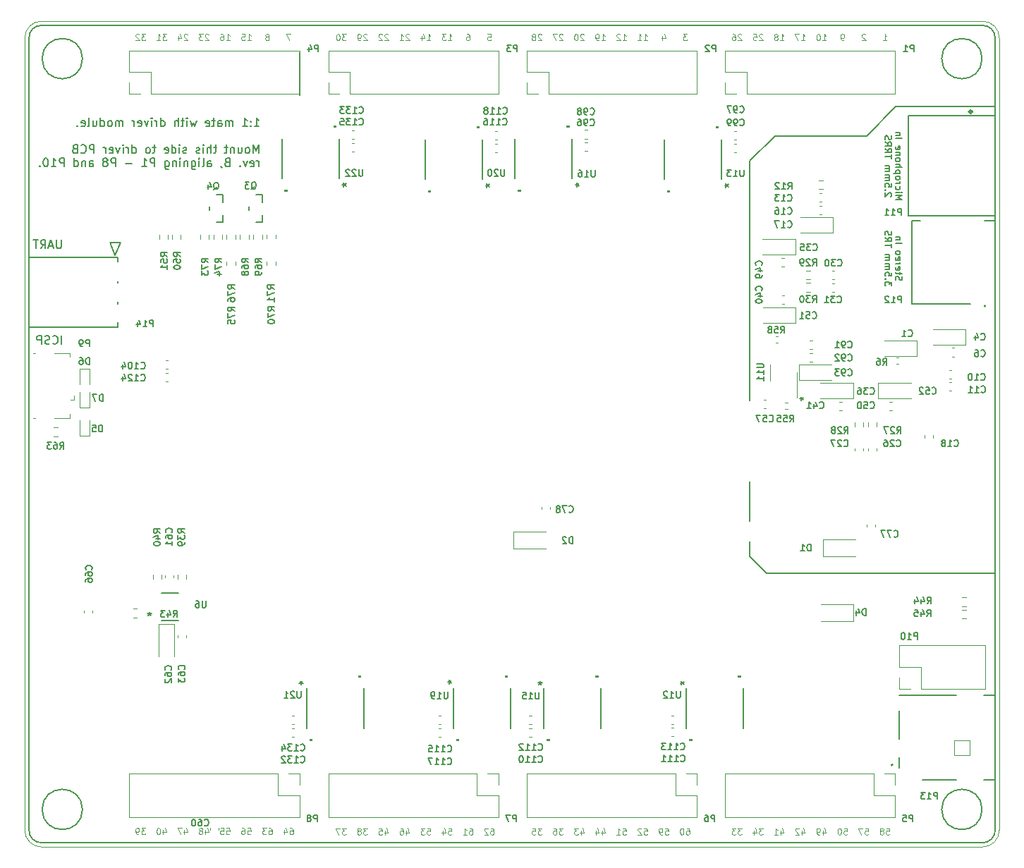
<source format=gbr>
%TF.GenerationSoftware,KiCad,Pcbnew,(6.0.10)*%
%TF.CreationDate,2023-12-11T17:00:35-05:00*%
%TF.ProjectId,Ultrasonic Sound Steering - Control Rev. A,556c7472-6173-46f6-9e69-6320536f756e,rev?*%
%TF.SameCoordinates,Original*%
%TF.FileFunction,Legend,Bot*%
%TF.FilePolarity,Positive*%
%FSLAX46Y46*%
G04 Gerber Fmt 4.6, Leading zero omitted, Abs format (unit mm)*
G04 Created by KiCad (PCBNEW (6.0.10)) date 2023-12-11 17:00:35*
%MOMM*%
%LPD*%
G01*
G04 APERTURE LIST*
%ADD10C,0.150000*%
%TA.AperFunction,Profile*%
%ADD11C,0.100000*%
%TD*%
%ADD12C,0.100000*%
%ADD13C,0.120000*%
%ADD14C,0.127000*%
%ADD15C,0.200000*%
%ADD16C,0.152400*%
%ADD17C,0.340000*%
%TA.AperFunction,Profile*%
%ADD18C,0.010000*%
%TD*%
G04 APERTURE END LIST*
D10*
X246750000Y-93250000D02*
X274125000Y-93250000D01*
X274175000Y-37250000D02*
X262250000Y-37250000D01*
X272617869Y-121640000D02*
G75*
G03*
X272617869Y-121640000I-2417696J0D01*
G01*
X274200364Y-29062894D02*
X274201326Y-124084933D01*
X159761326Y-27485192D02*
X272643184Y-27493000D01*
X244750000Y-87000000D02*
X244750000Y-82250000D01*
X164617911Y-121640000D02*
G75*
G03*
X164617911Y-121640000I-2417696J0D01*
G01*
X272617886Y-31490000D02*
G75*
G03*
X272617886Y-31490000I-2417696J0D01*
G01*
X272641250Y-125642999D02*
X159761508Y-125643000D01*
X272641248Y-125643051D02*
G75*
G03*
X274201326Y-124084933I59952J1500051D01*
G01*
X258750000Y-40750000D02*
X247750000Y-40750000D01*
X190700101Y-30740000D02*
X190700101Y-35890000D01*
X274201222Y-29053075D02*
G75*
G03*
X272643184Y-27493000I-1499922J60075D01*
G01*
X244750000Y-91240000D02*
X244750000Y-89500000D01*
X164617874Y-31490000D02*
G75*
G03*
X164617874Y-31490000I-2417696J0D01*
G01*
X158203442Y-124082924D02*
X158201250Y-29043258D01*
X244750000Y-91250000D02*
X246750000Y-93250000D01*
X244750000Y-43750000D02*
X244750000Y-72500000D01*
X158203478Y-124082925D02*
G75*
G03*
X159761508Y-125643000I1499922J-60075D01*
G01*
X262250000Y-37250000D02*
X258750000Y-40750000D01*
X247750000Y-40750000D02*
X244750000Y-43750000D01*
X159761329Y-27485124D02*
G75*
G03*
X158201250Y-29043258I-59929J-1500076D01*
G01*
D11*
X159706350Y-26997214D02*
X272697922Y-26997214D01*
X157702100Y-124143000D02*
G75*
G03*
X159702136Y-126143000I2000100J100D01*
G01*
X274697886Y-28997214D02*
G75*
G03*
X272697922Y-26997214I-1999886J114D01*
G01*
X274697922Y-28997214D02*
X274697922Y-124138787D01*
X157702136Y-124143000D02*
X157706350Y-28997214D01*
X272697922Y-126138787D02*
X159702136Y-126143000D01*
X159706350Y-26997150D02*
G75*
G03*
X157706350Y-28997214I50J-2000050D01*
G01*
X272697922Y-126138722D02*
G75*
G03*
X274697922Y-124138787I78J1999922D01*
G01*
D12*
X237159386Y-123904285D02*
X237302243Y-123904285D01*
X237373672Y-123940000D01*
X237409386Y-123975714D01*
X237480815Y-124082857D01*
X237516529Y-124225714D01*
X237516529Y-124511428D01*
X237480815Y-124582857D01*
X237445101Y-124618571D01*
X237373672Y-124654285D01*
X237230815Y-124654285D01*
X237159386Y-124618571D01*
X237123672Y-124582857D01*
X237087958Y-124511428D01*
X237087958Y-124332857D01*
X237123672Y-124261428D01*
X237159386Y-124225714D01*
X237230815Y-124190000D01*
X237373672Y-124190000D01*
X237445101Y-124225714D01*
X237480815Y-124261428D01*
X237516529Y-124332857D01*
X236623672Y-123904285D02*
X236552243Y-123904285D01*
X236480815Y-123940000D01*
X236445101Y-123975714D01*
X236409386Y-124047142D01*
X236373672Y-124190000D01*
X236373672Y-124368571D01*
X236409386Y-124511428D01*
X236445101Y-124582857D01*
X236480815Y-124618571D01*
X236552243Y-124654285D01*
X236623672Y-124654285D01*
X236695101Y-124618571D01*
X236730815Y-124582857D01*
X236766529Y-124511428D01*
X236802243Y-124368571D01*
X236802243Y-124190000D01*
X236766529Y-124047142D01*
X236730815Y-123975714D01*
X236695101Y-123940000D01*
X236623672Y-123904285D01*
X200959386Y-124154285D02*
X200959386Y-124654285D01*
X201137958Y-123868571D02*
X201316529Y-124404285D01*
X200852243Y-124404285D01*
X200209386Y-123904285D02*
X200566529Y-123904285D01*
X200602243Y-124261428D01*
X200566529Y-124225714D01*
X200495101Y-124190000D01*
X200316529Y-124190000D01*
X200245101Y-124225714D01*
X200209386Y-124261428D01*
X200173672Y-124332857D01*
X200173672Y-124511428D01*
X200209386Y-124582857D01*
X200245101Y-124618571D01*
X200316529Y-124654285D01*
X200495101Y-124654285D01*
X200566529Y-124618571D01*
X200602243Y-124582857D01*
X232043672Y-123904285D02*
X232400815Y-123904285D01*
X232436529Y-124261428D01*
X232400815Y-124225714D01*
X232329386Y-124190000D01*
X232150815Y-124190000D01*
X232079386Y-124225714D01*
X232043672Y-124261428D01*
X232007958Y-124332857D01*
X232007958Y-124511428D01*
X232043672Y-124582857D01*
X232079386Y-124618571D01*
X232150815Y-124654285D01*
X232329386Y-124654285D01*
X232400815Y-124618571D01*
X232436529Y-124582857D01*
X231722243Y-123975714D02*
X231686529Y-123940000D01*
X231615101Y-123904285D01*
X231436529Y-123904285D01*
X231365101Y-123940000D01*
X231329386Y-123975714D01*
X231293672Y-124047142D01*
X231293672Y-124118571D01*
X231329386Y-124225714D01*
X231757958Y-124654285D01*
X231293672Y-124654285D01*
D10*
X162106190Y-65752380D02*
X162106190Y-64752380D01*
X161058571Y-65657142D02*
X161106190Y-65704761D01*
X161249047Y-65752380D01*
X161344285Y-65752380D01*
X161487142Y-65704761D01*
X161582380Y-65609523D01*
X161630000Y-65514285D01*
X161677619Y-65323809D01*
X161677619Y-65180952D01*
X161630000Y-64990476D01*
X161582380Y-64895238D01*
X161487142Y-64800000D01*
X161344285Y-64752380D01*
X161249047Y-64752380D01*
X161106190Y-64800000D01*
X161058571Y-64847619D01*
X160677619Y-65704761D02*
X160534761Y-65752380D01*
X160296666Y-65752380D01*
X160201428Y-65704761D01*
X160153809Y-65657142D01*
X160106190Y-65561904D01*
X160106190Y-65466666D01*
X160153809Y-65371428D01*
X160201428Y-65323809D01*
X160296666Y-65276190D01*
X160487142Y-65228571D01*
X160582380Y-65180952D01*
X160630000Y-65133333D01*
X160677619Y-65038095D01*
X160677619Y-64942857D01*
X160630000Y-64847619D01*
X160582380Y-64800000D01*
X160487142Y-64752380D01*
X160249047Y-64752380D01*
X160106190Y-64800000D01*
X159677619Y-65752380D02*
X159677619Y-64752380D01*
X159296666Y-64752380D01*
X159201428Y-64800000D01*
X159153809Y-64847619D01*
X159106190Y-64942857D01*
X159106190Y-65085714D01*
X159153809Y-65180952D01*
X159201428Y-65228571D01*
X159296666Y-65276190D01*
X159677619Y-65276190D01*
D12*
X250927958Y-29304285D02*
X251356529Y-29304285D01*
X251142243Y-29304285D02*
X251142243Y-28554285D01*
X251213672Y-28661428D01*
X251285101Y-28732857D01*
X251356529Y-28768571D01*
X250677958Y-28554285D02*
X250177958Y-28554285D01*
X250499386Y-29304285D01*
X213266529Y-28554285D02*
X213623672Y-28554285D01*
X213659386Y-28911428D01*
X213623672Y-28875714D01*
X213552243Y-28840000D01*
X213373672Y-28840000D01*
X213302243Y-28875714D01*
X213266529Y-28911428D01*
X213230815Y-28982857D01*
X213230815Y-29161428D01*
X213266529Y-29232857D01*
X213302243Y-29268571D01*
X213373672Y-29304285D01*
X213552243Y-29304285D01*
X213623672Y-29268571D01*
X213659386Y-29232857D01*
X208543672Y-123904285D02*
X208900815Y-123904285D01*
X208936529Y-124261428D01*
X208900815Y-124225714D01*
X208829386Y-124190000D01*
X208650815Y-124190000D01*
X208579386Y-124225714D01*
X208543672Y-124261428D01*
X208507958Y-124332857D01*
X208507958Y-124511428D01*
X208543672Y-124582857D01*
X208579386Y-124618571D01*
X208650815Y-124654285D01*
X208829386Y-124654285D01*
X208900815Y-124618571D01*
X208936529Y-124582857D01*
X207865101Y-124154285D02*
X207865101Y-124654285D01*
X208043672Y-123868571D02*
X208222243Y-124404285D01*
X207757958Y-124404285D01*
X243736529Y-28625714D02*
X243700815Y-28590000D01*
X243629386Y-28554285D01*
X243450815Y-28554285D01*
X243379386Y-28590000D01*
X243343672Y-28625714D01*
X243307958Y-28697142D01*
X243307958Y-28768571D01*
X243343672Y-28875714D01*
X243772243Y-29304285D01*
X243307958Y-29304285D01*
X242665101Y-28554285D02*
X242807958Y-28554285D01*
X242879386Y-28590000D01*
X242915101Y-28625714D01*
X242986529Y-28732857D01*
X243022243Y-28875714D01*
X243022243Y-29161428D01*
X242986529Y-29232857D01*
X242950815Y-29268571D01*
X242879386Y-29304285D01*
X242736529Y-29304285D01*
X242665101Y-29268571D01*
X242629386Y-29232857D01*
X242593672Y-29161428D01*
X242593672Y-28982857D01*
X242629386Y-28911428D01*
X242665101Y-28875714D01*
X242736529Y-28840000D01*
X242879386Y-28840000D01*
X242950815Y-28875714D01*
X242986529Y-28911428D01*
X243022243Y-28982857D01*
X176864386Y-124129285D02*
X176864386Y-124629285D01*
X177042958Y-123843571D02*
X177221529Y-124379285D01*
X176757243Y-124379285D01*
X176542958Y-123879285D02*
X176042958Y-123879285D01*
X176364386Y-124629285D01*
X237195101Y-28554285D02*
X236730815Y-28554285D01*
X236980815Y-28840000D01*
X236873672Y-28840000D01*
X236802243Y-28875714D01*
X236766529Y-28911428D01*
X236730815Y-28982857D01*
X236730815Y-29161428D01*
X236766529Y-29232857D01*
X236802243Y-29268571D01*
X236873672Y-29304285D01*
X237087958Y-29304285D01*
X237159386Y-29268571D01*
X237195101Y-29232857D01*
X248459386Y-124154285D02*
X248459386Y-124654285D01*
X248637958Y-123868571D02*
X248816529Y-124404285D01*
X248352243Y-124404285D01*
X247673672Y-124654285D02*
X248102243Y-124654285D01*
X247887958Y-124654285D02*
X247887958Y-123904285D01*
X247959386Y-124011428D01*
X248030815Y-124082857D01*
X248102243Y-124118571D01*
X222312243Y-123904285D02*
X221847958Y-123904285D01*
X222097958Y-124190000D01*
X221990815Y-124190000D01*
X221919386Y-124225714D01*
X221883672Y-124261428D01*
X221847958Y-124332857D01*
X221847958Y-124511428D01*
X221883672Y-124582857D01*
X221919386Y-124618571D01*
X221990815Y-124654285D01*
X222205101Y-124654285D01*
X222276529Y-124618571D01*
X222312243Y-124582857D01*
X221205101Y-123904285D02*
X221347958Y-123904285D01*
X221419386Y-123940000D01*
X221455101Y-123975714D01*
X221526529Y-124082857D01*
X221562243Y-124225714D01*
X221562243Y-124511428D01*
X221526529Y-124582857D01*
X221490815Y-124618571D01*
X221419386Y-124654285D01*
X221276529Y-124654285D01*
X221205101Y-124618571D01*
X221169386Y-124582857D01*
X221133672Y-124511428D01*
X221133672Y-124332857D01*
X221169386Y-124261428D01*
X221205101Y-124225714D01*
X221276529Y-124190000D01*
X221419386Y-124190000D01*
X221490815Y-124225714D01*
X221526529Y-124261428D01*
X221562243Y-124332857D01*
X174717243Y-28529285D02*
X174252958Y-28529285D01*
X174502958Y-28815000D01*
X174395815Y-28815000D01*
X174324386Y-28850714D01*
X174288672Y-28886428D01*
X174252958Y-28957857D01*
X174252958Y-29136428D01*
X174288672Y-29207857D01*
X174324386Y-29243571D01*
X174395815Y-29279285D01*
X174610101Y-29279285D01*
X174681529Y-29243571D01*
X174717243Y-29207857D01*
X173538672Y-29279285D02*
X173967243Y-29279285D01*
X173752958Y-29279285D02*
X173752958Y-28529285D01*
X173824386Y-28636428D01*
X173895815Y-28707857D01*
X173967243Y-28743571D01*
X206003672Y-123904285D02*
X206360815Y-123904285D01*
X206396529Y-124261428D01*
X206360815Y-124225714D01*
X206289386Y-124190000D01*
X206110815Y-124190000D01*
X206039386Y-124225714D01*
X206003672Y-124261428D01*
X205967958Y-124332857D01*
X205967958Y-124511428D01*
X206003672Y-124582857D01*
X206039386Y-124618571D01*
X206110815Y-124654285D01*
X206289386Y-124654285D01*
X206360815Y-124618571D01*
X206396529Y-124582857D01*
X205717958Y-123904285D02*
X205253672Y-123904285D01*
X205503672Y-124190000D01*
X205396529Y-124190000D01*
X205325101Y-124225714D01*
X205289386Y-124261428D01*
X205253672Y-124332857D01*
X205253672Y-124511428D01*
X205289386Y-124582857D01*
X205325101Y-124618571D01*
X205396529Y-124654285D01*
X205610815Y-124654285D01*
X205682243Y-124618571D01*
X205717958Y-124582857D01*
D10*
X219560000Y-106222380D02*
X219560000Y-106460476D01*
X219798095Y-106365238D02*
X219560000Y-106460476D01*
X219321904Y-106365238D01*
X219702857Y-106650952D02*
X219560000Y-106460476D01*
X219417142Y-106650952D01*
D12*
X229467958Y-29304285D02*
X229896529Y-29304285D01*
X229682243Y-29304285D02*
X229682243Y-28554285D01*
X229753672Y-28661428D01*
X229825101Y-28732857D01*
X229896529Y-28768571D01*
X229182243Y-28625714D02*
X229146529Y-28590000D01*
X229075101Y-28554285D01*
X228896529Y-28554285D01*
X228825101Y-28590000D01*
X228789386Y-28625714D01*
X228753672Y-28697142D01*
X228753672Y-28768571D01*
X228789386Y-28875714D01*
X229217958Y-29304285D01*
X228753672Y-29304285D01*
X234583672Y-123904285D02*
X234940815Y-123904285D01*
X234976529Y-124261428D01*
X234940815Y-124225714D01*
X234869386Y-124190000D01*
X234690815Y-124190000D01*
X234619386Y-124225714D01*
X234583672Y-124261428D01*
X234547958Y-124332857D01*
X234547958Y-124511428D01*
X234583672Y-124582857D01*
X234619386Y-124618571D01*
X234690815Y-124654285D01*
X234869386Y-124654285D01*
X234940815Y-124618571D01*
X234976529Y-124582857D01*
X234190815Y-124654285D02*
X234047958Y-124654285D01*
X233976529Y-124618571D01*
X233940815Y-124582857D01*
X233869386Y-124475714D01*
X233833672Y-124332857D01*
X233833672Y-124047142D01*
X233869386Y-123975714D01*
X233905101Y-123940000D01*
X233976529Y-123904285D01*
X234119386Y-123904285D01*
X234190815Y-123940000D01*
X234226529Y-123975714D01*
X234262243Y-124047142D01*
X234262243Y-124225714D01*
X234226529Y-124297142D01*
X234190815Y-124332857D01*
X234119386Y-124368571D01*
X233976529Y-124368571D01*
X233905101Y-124332857D01*
X233869386Y-124297142D01*
X233833672Y-124225714D01*
X205967958Y-29304285D02*
X206396529Y-29304285D01*
X206182243Y-29304285D02*
X206182243Y-28554285D01*
X206253672Y-28661428D01*
X206325101Y-28732857D01*
X206396529Y-28768571D01*
X205325101Y-28804285D02*
X205325101Y-29304285D01*
X205503672Y-28518571D02*
X205682243Y-29054285D01*
X205217958Y-29054285D01*
X208507958Y-29304285D02*
X208936529Y-29304285D01*
X208722243Y-29304285D02*
X208722243Y-28554285D01*
X208793672Y-28661428D01*
X208865101Y-28732857D01*
X208936529Y-28768571D01*
X208257958Y-28554285D02*
X207793672Y-28554285D01*
X208043672Y-28840000D01*
X207936529Y-28840000D01*
X207865101Y-28875714D01*
X207829386Y-28911428D01*
X207793672Y-28982857D01*
X207793672Y-29161428D01*
X207829386Y-29232857D01*
X207865101Y-29268571D01*
X207936529Y-29304285D01*
X208150815Y-29304285D01*
X208222243Y-29268571D01*
X208257958Y-29232857D01*
X174324386Y-124129285D02*
X174324386Y-124629285D01*
X174502958Y-123843571D02*
X174681529Y-124379285D01*
X174217243Y-124379285D01*
X173788672Y-123879285D02*
X173717243Y-123879285D01*
X173645815Y-123915000D01*
X173610101Y-123950714D01*
X173574386Y-124022142D01*
X173538672Y-124165000D01*
X173538672Y-124343571D01*
X173574386Y-124486428D01*
X173610101Y-124557857D01*
X173645815Y-124593571D01*
X173717243Y-124629285D01*
X173788672Y-124629285D01*
X173860101Y-124593571D01*
X173895815Y-124557857D01*
X173931529Y-124486428D01*
X173967243Y-124343571D01*
X173967243Y-124165000D01*
X173931529Y-124022142D01*
X173895815Y-123950714D01*
X173860101Y-123915000D01*
X173788672Y-123879285D01*
X181872958Y-29279285D02*
X182301529Y-29279285D01*
X182087243Y-29279285D02*
X182087243Y-28529285D01*
X182158672Y-28636428D01*
X182230101Y-28707857D01*
X182301529Y-28743571D01*
X181230101Y-28529285D02*
X181372958Y-28529285D01*
X181444386Y-28565000D01*
X181480101Y-28600714D01*
X181551529Y-28707857D01*
X181587243Y-28850714D01*
X181587243Y-29136428D01*
X181551529Y-29207857D01*
X181515815Y-29243571D01*
X181444386Y-29279285D01*
X181301529Y-29279285D01*
X181230101Y-29243571D01*
X181194386Y-29207857D01*
X181158672Y-29136428D01*
X181158672Y-28957857D01*
X181194386Y-28886428D01*
X181230101Y-28850714D01*
X181301529Y-28815000D01*
X181444386Y-28815000D01*
X181515815Y-28850714D01*
X181551529Y-28886428D01*
X181587243Y-28957857D01*
X226927958Y-29304285D02*
X227356529Y-29304285D01*
X227142243Y-29304285D02*
X227142243Y-28554285D01*
X227213672Y-28661428D01*
X227285101Y-28732857D01*
X227356529Y-28768571D01*
X226570815Y-29304285D02*
X226427958Y-29304285D01*
X226356529Y-29268571D01*
X226320815Y-29232857D01*
X226249386Y-29125714D01*
X226213672Y-28982857D01*
X226213672Y-28697142D01*
X226249386Y-28625714D01*
X226285101Y-28590000D01*
X226356529Y-28554285D01*
X226499386Y-28554285D01*
X226570815Y-28590000D01*
X226606529Y-28625714D01*
X226642243Y-28697142D01*
X226642243Y-28875714D01*
X226606529Y-28947142D01*
X226570815Y-28982857D01*
X226499386Y-29018571D01*
X226356529Y-29018571D01*
X226285101Y-28982857D01*
X226249386Y-28947142D01*
X226213672Y-28875714D01*
D10*
X190900000Y-106672619D02*
X190900000Y-106434523D01*
X190661904Y-106529761D02*
X190900000Y-106434523D01*
X191138095Y-106529761D01*
X190757142Y-106244047D02*
X190900000Y-106434523D01*
X191042857Y-106244047D01*
X162075238Y-53272380D02*
X162075238Y-54081904D01*
X162027619Y-54177142D01*
X161980000Y-54224761D01*
X161884761Y-54272380D01*
X161694285Y-54272380D01*
X161599047Y-54224761D01*
X161551428Y-54177142D01*
X161503809Y-54081904D01*
X161503809Y-53272380D01*
X161075238Y-53986666D02*
X160599047Y-53986666D01*
X161170476Y-54272380D02*
X160837142Y-53272380D01*
X160503809Y-54272380D01*
X159599047Y-54272380D02*
X159932380Y-53796190D01*
X160170476Y-54272380D02*
X160170476Y-53272380D01*
X159789523Y-53272380D01*
X159694285Y-53320000D01*
X159646666Y-53367619D01*
X159599047Y-53462857D01*
X159599047Y-53605714D01*
X159646666Y-53700952D01*
X159694285Y-53748571D01*
X159789523Y-53796190D01*
X160170476Y-53796190D01*
X159313333Y-53272380D02*
X158741904Y-53272380D01*
X159027619Y-54272380D02*
X159027619Y-53272380D01*
D12*
X222276529Y-28625714D02*
X222240815Y-28590000D01*
X222169386Y-28554285D01*
X221990815Y-28554285D01*
X221919386Y-28590000D01*
X221883672Y-28625714D01*
X221847958Y-28697142D01*
X221847958Y-28768571D01*
X221883672Y-28875714D01*
X222312243Y-29304285D01*
X221847958Y-29304285D01*
X221597958Y-28554285D02*
X221097958Y-28554285D01*
X221419386Y-29304285D01*
X246312243Y-123904285D02*
X245847958Y-123904285D01*
X246097958Y-124190000D01*
X245990815Y-124190000D01*
X245919386Y-124225714D01*
X245883672Y-124261428D01*
X245847958Y-124332857D01*
X245847958Y-124511428D01*
X245883672Y-124582857D01*
X245919386Y-124618571D01*
X245990815Y-124654285D01*
X246205101Y-124654285D01*
X246276529Y-124618571D01*
X246312243Y-124582857D01*
X245205101Y-124154285D02*
X245205101Y-124654285D01*
X245383672Y-123868571D02*
X245562243Y-124404285D01*
X245097958Y-124404285D01*
X224816529Y-28625714D02*
X224780815Y-28590000D01*
X224709386Y-28554285D01*
X224530815Y-28554285D01*
X224459386Y-28590000D01*
X224423672Y-28625714D01*
X224387958Y-28697142D01*
X224387958Y-28768571D01*
X224423672Y-28875714D01*
X224852243Y-29304285D01*
X224387958Y-29304285D01*
X223923672Y-28554285D02*
X223852243Y-28554285D01*
X223780815Y-28590000D01*
X223745101Y-28625714D01*
X223709386Y-28697142D01*
X223673672Y-28840000D01*
X223673672Y-29018571D01*
X223709386Y-29161428D01*
X223745101Y-29232857D01*
X223780815Y-29268571D01*
X223852243Y-29304285D01*
X223923672Y-29304285D01*
X223995101Y-29268571D01*
X224030815Y-29232857D01*
X224066529Y-29161428D01*
X224102243Y-29018571D01*
X224102243Y-28840000D01*
X224066529Y-28697142D01*
X224030815Y-28625714D01*
X223995101Y-28590000D01*
X223923672Y-28554285D01*
X211119386Y-123904285D02*
X211262243Y-123904285D01*
X211333672Y-123940000D01*
X211369386Y-123975714D01*
X211440815Y-124082857D01*
X211476529Y-124225714D01*
X211476529Y-124511428D01*
X211440815Y-124582857D01*
X211405101Y-124618571D01*
X211333672Y-124654285D01*
X211190815Y-124654285D01*
X211119386Y-124618571D01*
X211083672Y-124582857D01*
X211047958Y-124511428D01*
X211047958Y-124332857D01*
X211083672Y-124261428D01*
X211119386Y-124225714D01*
X211190815Y-124190000D01*
X211333672Y-124190000D01*
X211405101Y-124225714D01*
X211440815Y-124261428D01*
X211476529Y-124332857D01*
X210333672Y-124654285D02*
X210762243Y-124654285D01*
X210547958Y-124654285D02*
X210547958Y-123904285D01*
X210619386Y-124011428D01*
X210690815Y-124082857D01*
X210762243Y-124118571D01*
X246276529Y-28625714D02*
X246240815Y-28590000D01*
X246169386Y-28554285D01*
X245990815Y-28554285D01*
X245919386Y-28590000D01*
X245883672Y-28625714D01*
X245847958Y-28697142D01*
X245847958Y-28768571D01*
X245883672Y-28875714D01*
X246312243Y-29304285D01*
X245847958Y-29304285D01*
X245169386Y-28554285D02*
X245526529Y-28554285D01*
X245562243Y-28911428D01*
X245526529Y-28875714D01*
X245455101Y-28840000D01*
X245276529Y-28840000D01*
X245205101Y-28875714D01*
X245169386Y-28911428D01*
X245133672Y-28982857D01*
X245133672Y-29161428D01*
X245169386Y-29232857D01*
X245205101Y-29268571D01*
X245276529Y-29304285D01*
X245455101Y-29304285D01*
X245526529Y-29268571D01*
X245562243Y-29232857D01*
X229503672Y-123904285D02*
X229860815Y-123904285D01*
X229896529Y-124261428D01*
X229860815Y-124225714D01*
X229789386Y-124190000D01*
X229610815Y-124190000D01*
X229539386Y-124225714D01*
X229503672Y-124261428D01*
X229467958Y-124332857D01*
X229467958Y-124511428D01*
X229503672Y-124582857D01*
X229539386Y-124618571D01*
X229610815Y-124654285D01*
X229789386Y-124654285D01*
X229860815Y-124618571D01*
X229896529Y-124582857D01*
X228753672Y-124654285D02*
X229182243Y-124654285D01*
X228967958Y-124654285D02*
X228967958Y-123904285D01*
X229039386Y-124011428D01*
X229110815Y-124082857D01*
X229182243Y-124118571D01*
X179761529Y-28600714D02*
X179725815Y-28565000D01*
X179654386Y-28529285D01*
X179475815Y-28529285D01*
X179404386Y-28565000D01*
X179368672Y-28600714D01*
X179332958Y-28672142D01*
X179332958Y-28743571D01*
X179368672Y-28850714D01*
X179797243Y-29279285D01*
X179332958Y-29279285D01*
X179082958Y-28529285D02*
X178618672Y-28529285D01*
X178868672Y-28815000D01*
X178761529Y-28815000D01*
X178690101Y-28850714D01*
X178654386Y-28886428D01*
X178618672Y-28957857D01*
X178618672Y-29136428D01*
X178654386Y-29207857D01*
X178690101Y-29243571D01*
X178761529Y-29279285D01*
X178975815Y-29279285D01*
X179047243Y-29243571D01*
X179082958Y-29207857D01*
X219736529Y-28625714D02*
X219700815Y-28590000D01*
X219629386Y-28554285D01*
X219450815Y-28554285D01*
X219379386Y-28590000D01*
X219343672Y-28625714D01*
X219307958Y-28697142D01*
X219307958Y-28768571D01*
X219343672Y-28875714D01*
X219772243Y-29304285D01*
X219307958Y-29304285D01*
X218879386Y-28875714D02*
X218950815Y-28840000D01*
X218986529Y-28804285D01*
X219022243Y-28732857D01*
X219022243Y-28697142D01*
X218986529Y-28625714D01*
X218950815Y-28590000D01*
X218879386Y-28554285D01*
X218736529Y-28554285D01*
X218665101Y-28590000D01*
X218629386Y-28625714D01*
X218593672Y-28697142D01*
X218593672Y-28732857D01*
X218629386Y-28804285D01*
X218665101Y-28840000D01*
X218736529Y-28875714D01*
X218879386Y-28875714D01*
X218950815Y-28911428D01*
X218986529Y-28947142D01*
X219022243Y-29018571D01*
X219022243Y-29161428D01*
X218986529Y-29232857D01*
X218950815Y-29268571D01*
X218879386Y-29304285D01*
X218736529Y-29304285D01*
X218665101Y-29268571D01*
X218629386Y-29232857D01*
X218593672Y-29161428D01*
X218593672Y-29018571D01*
X218629386Y-28947142D01*
X218665101Y-28911428D01*
X218736529Y-28875714D01*
X181908672Y-123879285D02*
X182265815Y-123879285D01*
X182301529Y-124236428D01*
X182265815Y-124200714D01*
X182194386Y-124165000D01*
X182015815Y-124165000D01*
X181944386Y-124200714D01*
X181908672Y-124236428D01*
X181872958Y-124307857D01*
X181872958Y-124486428D01*
X181908672Y-124557857D01*
X181944386Y-124593571D01*
X182015815Y-124629285D01*
X182194386Y-124629285D01*
X182265815Y-124593571D01*
X182301529Y-124557857D01*
X181194386Y-123879285D02*
X181551529Y-123879285D01*
X181587243Y-124236428D01*
X181551529Y-124200714D01*
X181480101Y-124165000D01*
X181301529Y-124165000D01*
X181230101Y-124200714D01*
X181194386Y-124236428D01*
X181158672Y-124307857D01*
X181158672Y-124486428D01*
X181194386Y-124557857D01*
X181230101Y-124593571D01*
X181301529Y-124629285D01*
X181480101Y-124629285D01*
X181551529Y-124593571D01*
X181587243Y-124557857D01*
X258583672Y-123904285D02*
X258940815Y-123904285D01*
X258976529Y-124261428D01*
X258940815Y-124225714D01*
X258869386Y-124190000D01*
X258690815Y-124190000D01*
X258619386Y-124225714D01*
X258583672Y-124261428D01*
X258547958Y-124332857D01*
X258547958Y-124511428D01*
X258583672Y-124582857D01*
X258619386Y-124618571D01*
X258690815Y-124654285D01*
X258869386Y-124654285D01*
X258940815Y-124618571D01*
X258976529Y-124582857D01*
X258297958Y-123904285D02*
X257797958Y-123904285D01*
X258119386Y-124654285D01*
X187024386Y-123879285D02*
X187167243Y-123879285D01*
X187238672Y-123915000D01*
X187274386Y-123950714D01*
X187345815Y-124057857D01*
X187381529Y-124200714D01*
X187381529Y-124486428D01*
X187345815Y-124557857D01*
X187310101Y-124593571D01*
X187238672Y-124629285D01*
X187095815Y-124629285D01*
X187024386Y-124593571D01*
X186988672Y-124557857D01*
X186952958Y-124486428D01*
X186952958Y-124307857D01*
X186988672Y-124236428D01*
X187024386Y-124200714D01*
X187095815Y-124165000D01*
X187238672Y-124165000D01*
X187310101Y-124200714D01*
X187345815Y-124236428D01*
X187381529Y-124307857D01*
X186702958Y-123879285D02*
X186238672Y-123879285D01*
X186488672Y-124165000D01*
X186381529Y-124165000D01*
X186310101Y-124200714D01*
X186274386Y-124236428D01*
X186238672Y-124307857D01*
X186238672Y-124486428D01*
X186274386Y-124557857D01*
X186310101Y-124593571D01*
X186381529Y-124629285D01*
X186595815Y-124629285D01*
X186667243Y-124593571D01*
X186702958Y-124557857D01*
X234262243Y-28804285D02*
X234262243Y-29304285D01*
X234440815Y-28518571D02*
X234619386Y-29054285D01*
X234155101Y-29054285D01*
X177221529Y-28600714D02*
X177185815Y-28565000D01*
X177114386Y-28529285D01*
X176935815Y-28529285D01*
X176864386Y-28565000D01*
X176828672Y-28600714D01*
X176792958Y-28672142D01*
X176792958Y-28743571D01*
X176828672Y-28850714D01*
X177257243Y-29279285D01*
X176792958Y-29279285D01*
X176150101Y-28779285D02*
X176150101Y-29279285D01*
X176328672Y-28493571D02*
X176507243Y-29029285D01*
X176042958Y-29029285D01*
D10*
X262290190Y-58089523D02*
X262252095Y-57975238D01*
X262252095Y-57784761D01*
X262290190Y-57708571D01*
X262328285Y-57670476D01*
X262404476Y-57632380D01*
X262480666Y-57632380D01*
X262556857Y-57670476D01*
X262594952Y-57708571D01*
X262633047Y-57784761D01*
X262671142Y-57937142D01*
X262709238Y-58013333D01*
X262747333Y-58051428D01*
X262823523Y-58089523D01*
X262899714Y-58089523D01*
X262975904Y-58051428D01*
X263014000Y-58013333D01*
X263052095Y-57937142D01*
X263052095Y-57746666D01*
X263014000Y-57632380D01*
X262785428Y-57403809D02*
X262785428Y-57099047D01*
X263052095Y-57289523D02*
X262366380Y-57289523D01*
X262290190Y-57251428D01*
X262252095Y-57175238D01*
X262252095Y-57099047D01*
X262290190Y-56527619D02*
X262252095Y-56603809D01*
X262252095Y-56756190D01*
X262290190Y-56832380D01*
X262366380Y-56870476D01*
X262671142Y-56870476D01*
X262747333Y-56832380D01*
X262785428Y-56756190D01*
X262785428Y-56603809D01*
X262747333Y-56527619D01*
X262671142Y-56489523D01*
X262594952Y-56489523D01*
X262518761Y-56870476D01*
X262252095Y-56146666D02*
X262785428Y-56146666D01*
X262633047Y-56146666D02*
X262709238Y-56108571D01*
X262747333Y-56070476D01*
X262785428Y-55994285D01*
X262785428Y-55918095D01*
X262290190Y-55346666D02*
X262252095Y-55422857D01*
X262252095Y-55575238D01*
X262290190Y-55651428D01*
X262366380Y-55689523D01*
X262671142Y-55689523D01*
X262747333Y-55651428D01*
X262785428Y-55575238D01*
X262785428Y-55422857D01*
X262747333Y-55346666D01*
X262671142Y-55308571D01*
X262594952Y-55308571D01*
X262518761Y-55689523D01*
X262252095Y-54851428D02*
X262290190Y-54927619D01*
X262328285Y-54965714D01*
X262404476Y-55003809D01*
X262633047Y-55003809D01*
X262709238Y-54965714D01*
X262747333Y-54927619D01*
X262785428Y-54851428D01*
X262785428Y-54737142D01*
X262747333Y-54660952D01*
X262709238Y-54622857D01*
X262633047Y-54584761D01*
X262404476Y-54584761D01*
X262328285Y-54622857D01*
X262290190Y-54660952D01*
X262252095Y-54737142D01*
X262252095Y-54851428D01*
X262252095Y-53632380D02*
X263052095Y-53632380D01*
X262785428Y-53251428D02*
X262252095Y-53251428D01*
X262709238Y-53251428D02*
X262747333Y-53213333D01*
X262785428Y-53137142D01*
X262785428Y-53022857D01*
X262747333Y-52946666D01*
X262671142Y-52908571D01*
X262252095Y-52908571D01*
X261764095Y-58775238D02*
X261764095Y-58280000D01*
X261459333Y-58546666D01*
X261459333Y-58432380D01*
X261421238Y-58356190D01*
X261383142Y-58318095D01*
X261306952Y-58280000D01*
X261116476Y-58280000D01*
X261040285Y-58318095D01*
X261002190Y-58356190D01*
X260964095Y-58432380D01*
X260964095Y-58660952D01*
X261002190Y-58737142D01*
X261040285Y-58775238D01*
X261040285Y-57937142D02*
X261002190Y-57899047D01*
X260964095Y-57937142D01*
X261002190Y-57975238D01*
X261040285Y-57937142D01*
X260964095Y-57937142D01*
X261764095Y-57175238D02*
X261764095Y-57556190D01*
X261383142Y-57594285D01*
X261421238Y-57556190D01*
X261459333Y-57480000D01*
X261459333Y-57289523D01*
X261421238Y-57213333D01*
X261383142Y-57175238D01*
X261306952Y-57137142D01*
X261116476Y-57137142D01*
X261040285Y-57175238D01*
X261002190Y-57213333D01*
X260964095Y-57289523D01*
X260964095Y-57480000D01*
X261002190Y-57556190D01*
X261040285Y-57594285D01*
X260964095Y-56794285D02*
X261497428Y-56794285D01*
X261421238Y-56794285D02*
X261459333Y-56756190D01*
X261497428Y-56680000D01*
X261497428Y-56565714D01*
X261459333Y-56489523D01*
X261383142Y-56451428D01*
X260964095Y-56451428D01*
X261383142Y-56451428D02*
X261459333Y-56413333D01*
X261497428Y-56337142D01*
X261497428Y-56222857D01*
X261459333Y-56146666D01*
X261383142Y-56108571D01*
X260964095Y-56108571D01*
X260964095Y-55727619D02*
X261497428Y-55727619D01*
X261421238Y-55727619D02*
X261459333Y-55689523D01*
X261497428Y-55613333D01*
X261497428Y-55499047D01*
X261459333Y-55422857D01*
X261383142Y-55384761D01*
X260964095Y-55384761D01*
X261383142Y-55384761D02*
X261459333Y-55346666D01*
X261497428Y-55270476D01*
X261497428Y-55156190D01*
X261459333Y-55080000D01*
X261383142Y-55041904D01*
X260964095Y-55041904D01*
X261764095Y-54165714D02*
X261764095Y-53708571D01*
X260964095Y-53937142D02*
X261764095Y-53937142D01*
X260964095Y-52984761D02*
X261345047Y-53251428D01*
X260964095Y-53441904D02*
X261764095Y-53441904D01*
X261764095Y-53137142D01*
X261726000Y-53060952D01*
X261687904Y-53022857D01*
X261611714Y-52984761D01*
X261497428Y-52984761D01*
X261421238Y-53022857D01*
X261383142Y-53060952D01*
X261345047Y-53137142D01*
X261345047Y-53441904D01*
X261002190Y-52680000D02*
X260964095Y-52565714D01*
X260964095Y-52375238D01*
X261002190Y-52299047D01*
X261040285Y-52260952D01*
X261116476Y-52222857D01*
X261192666Y-52222857D01*
X261268857Y-52260952D01*
X261306952Y-52299047D01*
X261345047Y-52375238D01*
X261383142Y-52527619D01*
X261421238Y-52603809D01*
X261459333Y-52641904D01*
X261535523Y-52680000D01*
X261611714Y-52680000D01*
X261687904Y-52641904D01*
X261726000Y-52603809D01*
X261764095Y-52527619D01*
X261764095Y-52337142D01*
X261726000Y-52222857D01*
D12*
X203499386Y-124154285D02*
X203499386Y-124654285D01*
X203677958Y-123868571D02*
X203856529Y-124404285D01*
X203392243Y-124404285D01*
X202785101Y-123904285D02*
X202927958Y-123904285D01*
X202999386Y-123940000D01*
X203035101Y-123975714D01*
X203106529Y-124082857D01*
X203142243Y-124225714D01*
X203142243Y-124511428D01*
X203106529Y-124582857D01*
X203070815Y-124618571D01*
X202999386Y-124654285D01*
X202856529Y-124654285D01*
X202785101Y-124618571D01*
X202749386Y-124582857D01*
X202713672Y-124511428D01*
X202713672Y-124332857D01*
X202749386Y-124261428D01*
X202785101Y-124225714D01*
X202856529Y-124190000D01*
X202999386Y-124190000D01*
X203070815Y-124225714D01*
X203106529Y-124261428D01*
X203142243Y-124332857D01*
X260730815Y-29304285D02*
X261159386Y-29304285D01*
X260945101Y-29304285D02*
X260945101Y-28554285D01*
X261016529Y-28661428D01*
X261087958Y-28732857D01*
X261159386Y-28768571D01*
X189600101Y-28529285D02*
X189100101Y-28529285D01*
X189421529Y-29279285D01*
X261123672Y-123904285D02*
X261480815Y-123904285D01*
X261516529Y-124261428D01*
X261480815Y-124225714D01*
X261409386Y-124190000D01*
X261230815Y-124190000D01*
X261159386Y-124225714D01*
X261123672Y-124261428D01*
X261087958Y-124332857D01*
X261087958Y-124511428D01*
X261123672Y-124582857D01*
X261159386Y-124618571D01*
X261230815Y-124654285D01*
X261409386Y-124654285D01*
X261480815Y-124618571D01*
X261516529Y-124582857D01*
X260659386Y-124225714D02*
X260730815Y-124190000D01*
X260766529Y-124154285D01*
X260802243Y-124082857D01*
X260802243Y-124047142D01*
X260766529Y-123975714D01*
X260730815Y-123940000D01*
X260659386Y-123904285D01*
X260516529Y-123904285D01*
X260445101Y-123940000D01*
X260409386Y-123975714D01*
X260373672Y-124047142D01*
X260373672Y-124082857D01*
X260409386Y-124154285D01*
X260445101Y-124190000D01*
X260516529Y-124225714D01*
X260659386Y-124225714D01*
X260730815Y-124261428D01*
X260766529Y-124297142D01*
X260802243Y-124368571D01*
X260802243Y-124511428D01*
X260766529Y-124582857D01*
X260730815Y-124618571D01*
X260659386Y-124654285D01*
X260516529Y-124654285D01*
X260445101Y-124618571D01*
X260409386Y-124582857D01*
X260373672Y-124511428D01*
X260373672Y-124368571D01*
X260409386Y-124297142D01*
X260445101Y-124261428D01*
X260516529Y-124225714D01*
X172177243Y-123879285D02*
X171712958Y-123879285D01*
X171962958Y-124165000D01*
X171855815Y-124165000D01*
X171784386Y-124200714D01*
X171748672Y-124236428D01*
X171712958Y-124307857D01*
X171712958Y-124486428D01*
X171748672Y-124557857D01*
X171784386Y-124593571D01*
X171855815Y-124629285D01*
X172070101Y-124629285D01*
X172141529Y-124593571D01*
X172177243Y-124557857D01*
X171355815Y-124629285D02*
X171212958Y-124629285D01*
X171141529Y-124593571D01*
X171105815Y-124557857D01*
X171034386Y-124450714D01*
X170998672Y-124307857D01*
X170998672Y-124022142D01*
X171034386Y-123950714D01*
X171070101Y-123915000D01*
X171141529Y-123879285D01*
X171284386Y-123879285D01*
X171355815Y-123915000D01*
X171391529Y-123950714D01*
X171427243Y-124022142D01*
X171427243Y-124200714D01*
X171391529Y-124272142D01*
X171355815Y-124307857D01*
X171284386Y-124343571D01*
X171141529Y-124343571D01*
X171070101Y-124307857D01*
X171034386Y-124272142D01*
X170998672Y-124200714D01*
X256007958Y-29304285D02*
X255865101Y-29304285D01*
X255793672Y-29268571D01*
X255757958Y-29232857D01*
X255686529Y-29125714D01*
X255650815Y-28982857D01*
X255650815Y-28697142D01*
X255686529Y-28625714D01*
X255722243Y-28590000D01*
X255793672Y-28554285D01*
X255936529Y-28554285D01*
X256007958Y-28590000D01*
X256043672Y-28625714D01*
X256079386Y-28697142D01*
X256079386Y-28875714D01*
X256043672Y-28947142D01*
X256007958Y-28982857D01*
X255936529Y-29018571D01*
X255793672Y-29018571D01*
X255722243Y-28982857D01*
X255686529Y-28947142D01*
X255650815Y-28875714D01*
X196272243Y-123904285D02*
X195807958Y-123904285D01*
X196057958Y-124190000D01*
X195950815Y-124190000D01*
X195879386Y-124225714D01*
X195843672Y-124261428D01*
X195807958Y-124332857D01*
X195807958Y-124511428D01*
X195843672Y-124582857D01*
X195879386Y-124618571D01*
X195950815Y-124654285D01*
X196165101Y-124654285D01*
X196236529Y-124618571D01*
X196272243Y-124582857D01*
X195557958Y-123904285D02*
X195057958Y-123904285D01*
X195379386Y-124654285D01*
X250999386Y-124154285D02*
X250999386Y-124654285D01*
X251177958Y-123868571D02*
X251356529Y-124404285D01*
X250892243Y-124404285D01*
X250642243Y-123975714D02*
X250606529Y-123940000D01*
X250535101Y-123904285D01*
X250356529Y-123904285D01*
X250285101Y-123940000D01*
X250249386Y-123975714D01*
X250213672Y-124047142D01*
X250213672Y-124118571D01*
X250249386Y-124225714D01*
X250677958Y-124654285D01*
X250213672Y-124654285D01*
X184448672Y-123879285D02*
X184805815Y-123879285D01*
X184841529Y-124236428D01*
X184805815Y-124200714D01*
X184734386Y-124165000D01*
X184555815Y-124165000D01*
X184484386Y-124200714D01*
X184448672Y-124236428D01*
X184412958Y-124307857D01*
X184412958Y-124486428D01*
X184448672Y-124557857D01*
X184484386Y-124593571D01*
X184555815Y-124629285D01*
X184734386Y-124629285D01*
X184805815Y-124593571D01*
X184841529Y-124557857D01*
X183770101Y-123879285D02*
X183912958Y-123879285D01*
X183984386Y-123915000D01*
X184020101Y-123950714D01*
X184091529Y-124057857D01*
X184127243Y-124200714D01*
X184127243Y-124486428D01*
X184091529Y-124557857D01*
X184055815Y-124593571D01*
X183984386Y-124629285D01*
X183841529Y-124629285D01*
X183770101Y-124593571D01*
X183734386Y-124557857D01*
X183698672Y-124486428D01*
X183698672Y-124307857D01*
X183734386Y-124236428D01*
X183770101Y-124200714D01*
X183841529Y-124165000D01*
X183984386Y-124165000D01*
X184055815Y-124200714D01*
X184091529Y-124236428D01*
X184127243Y-124307857D01*
X203856529Y-28625714D02*
X203820815Y-28590000D01*
X203749386Y-28554285D01*
X203570815Y-28554285D01*
X203499386Y-28590000D01*
X203463672Y-28625714D01*
X203427958Y-28697142D01*
X203427958Y-28768571D01*
X203463672Y-28875714D01*
X203892243Y-29304285D01*
X203427958Y-29304285D01*
X202713672Y-29304285D02*
X203142243Y-29304285D01*
X202927958Y-29304285D02*
X202927958Y-28554285D01*
X202999386Y-28661428D01*
X203070815Y-28732857D01*
X203142243Y-28768571D01*
D10*
X250727380Y-72325000D02*
X250965476Y-72325000D01*
X250870238Y-72086904D02*
X250965476Y-72325000D01*
X250870238Y-72563095D01*
X251155952Y-72182142D02*
X250965476Y-72325000D01*
X251155952Y-72467857D01*
D12*
X172177243Y-28529285D02*
X171712958Y-28529285D01*
X171962958Y-28815000D01*
X171855815Y-28815000D01*
X171784386Y-28850714D01*
X171748672Y-28886428D01*
X171712958Y-28957857D01*
X171712958Y-29136428D01*
X171748672Y-29207857D01*
X171784386Y-29243571D01*
X171855815Y-29279285D01*
X172070101Y-29279285D01*
X172141529Y-29243571D01*
X172177243Y-29207857D01*
X171427243Y-28600714D02*
X171391529Y-28565000D01*
X171320101Y-28529285D01*
X171141529Y-28529285D01*
X171070101Y-28565000D01*
X171034386Y-28600714D01*
X170998672Y-28672142D01*
X170998672Y-28743571D01*
X171034386Y-28850714D01*
X171462958Y-29279285D01*
X170998672Y-29279285D01*
X253467958Y-29304285D02*
X253896529Y-29304285D01*
X253682243Y-29304285D02*
X253682243Y-28554285D01*
X253753672Y-28661428D01*
X253825101Y-28732857D01*
X253896529Y-28768571D01*
X253003672Y-28554285D02*
X252932243Y-28554285D01*
X252860815Y-28590000D01*
X252825101Y-28625714D01*
X252789386Y-28697142D01*
X252753672Y-28840000D01*
X252753672Y-29018571D01*
X252789386Y-29161428D01*
X252825101Y-29232857D01*
X252860815Y-29268571D01*
X252932243Y-29304285D01*
X253003672Y-29304285D01*
X253075101Y-29268571D01*
X253110815Y-29232857D01*
X253146529Y-29161428D01*
X253182243Y-29018571D01*
X253182243Y-28840000D01*
X253146529Y-28697142D01*
X253110815Y-28625714D01*
X253075101Y-28590000D01*
X253003672Y-28554285D01*
X179404386Y-124129285D02*
X179404386Y-124629285D01*
X179582958Y-123843571D02*
X179761529Y-124379285D01*
X179297243Y-124379285D01*
X178904386Y-124200714D02*
X178975815Y-124165000D01*
X179011529Y-124129285D01*
X179047243Y-124057857D01*
X179047243Y-124022142D01*
X179011529Y-123950714D01*
X178975815Y-123915000D01*
X178904386Y-123879285D01*
X178761529Y-123879285D01*
X178690101Y-123915000D01*
X178654386Y-123950714D01*
X178618672Y-124022142D01*
X178618672Y-124057857D01*
X178654386Y-124129285D01*
X178690101Y-124165000D01*
X178761529Y-124200714D01*
X178904386Y-124200714D01*
X178975815Y-124236428D01*
X179011529Y-124272142D01*
X179047243Y-124343571D01*
X179047243Y-124486428D01*
X179011529Y-124557857D01*
X178975815Y-124593571D01*
X178904386Y-124629285D01*
X178761529Y-124629285D01*
X178690101Y-124593571D01*
X178654386Y-124557857D01*
X178618672Y-124486428D01*
X178618672Y-124343571D01*
X178654386Y-124272142D01*
X178690101Y-124236428D01*
X178761529Y-124200714D01*
X184412958Y-29279285D02*
X184841529Y-29279285D01*
X184627243Y-29279285D02*
X184627243Y-28529285D01*
X184698672Y-28636428D01*
X184770101Y-28707857D01*
X184841529Y-28743571D01*
X183734386Y-28529285D02*
X184091529Y-28529285D01*
X184127243Y-28886428D01*
X184091529Y-28850714D01*
X184020101Y-28815000D01*
X183841529Y-28815000D01*
X183770101Y-28850714D01*
X183734386Y-28886428D01*
X183698672Y-28957857D01*
X183698672Y-29136428D01*
X183734386Y-29207857D01*
X183770101Y-29243571D01*
X183841529Y-29279285D01*
X184020101Y-29279285D01*
X184091529Y-29243571D01*
X184127243Y-29207857D01*
X226999386Y-124154285D02*
X226999386Y-124654285D01*
X227177958Y-123868571D02*
X227356529Y-124404285D01*
X226892243Y-124404285D01*
X226285101Y-124154285D02*
X226285101Y-124654285D01*
X226463672Y-123868571D02*
X226642243Y-124404285D01*
X226177958Y-124404285D01*
X186881529Y-28850714D02*
X186952958Y-28815000D01*
X186988672Y-28779285D01*
X187024386Y-28707857D01*
X187024386Y-28672142D01*
X186988672Y-28600714D01*
X186952958Y-28565000D01*
X186881529Y-28529285D01*
X186738672Y-28529285D01*
X186667243Y-28565000D01*
X186631529Y-28600714D01*
X186595815Y-28672142D01*
X186595815Y-28707857D01*
X186631529Y-28779285D01*
X186667243Y-28815000D01*
X186738672Y-28850714D01*
X186881529Y-28850714D01*
X186952958Y-28886428D01*
X186988672Y-28922142D01*
X187024386Y-28993571D01*
X187024386Y-29136428D01*
X186988672Y-29207857D01*
X186952958Y-29243571D01*
X186881529Y-29279285D01*
X186738672Y-29279285D01*
X186667243Y-29243571D01*
X186631529Y-29207857D01*
X186595815Y-29136428D01*
X186595815Y-28993571D01*
X186631529Y-28922142D01*
X186667243Y-28886428D01*
X186738672Y-28850714D01*
X201316529Y-28625714D02*
X201280815Y-28590000D01*
X201209386Y-28554285D01*
X201030815Y-28554285D01*
X200959386Y-28590000D01*
X200923672Y-28625714D01*
X200887958Y-28697142D01*
X200887958Y-28768571D01*
X200923672Y-28875714D01*
X201352243Y-29304285D01*
X200887958Y-29304285D01*
X200602243Y-28625714D02*
X200566529Y-28590000D01*
X200495101Y-28554285D01*
X200316529Y-28554285D01*
X200245101Y-28590000D01*
X200209386Y-28625714D01*
X200173672Y-28697142D01*
X200173672Y-28768571D01*
X200209386Y-28875714D01*
X200637958Y-29304285D01*
X200173672Y-29304285D01*
D10*
X185260595Y-39617380D02*
X185832023Y-39617380D01*
X185546309Y-39617380D02*
X185546309Y-38617380D01*
X185641547Y-38760238D01*
X185736785Y-38855476D01*
X185832023Y-38903095D01*
X184832023Y-39522142D02*
X184784404Y-39569761D01*
X184832023Y-39617380D01*
X184879642Y-39569761D01*
X184832023Y-39522142D01*
X184832023Y-39617380D01*
X184832023Y-38998333D02*
X184784404Y-39045952D01*
X184832023Y-39093571D01*
X184879642Y-39045952D01*
X184832023Y-38998333D01*
X184832023Y-39093571D01*
X183832023Y-39617380D02*
X184403452Y-39617380D01*
X184117738Y-39617380D02*
X184117738Y-38617380D01*
X184212976Y-38760238D01*
X184308214Y-38855476D01*
X184403452Y-38903095D01*
X182641547Y-39617380D02*
X182641547Y-38950714D01*
X182641547Y-39045952D02*
X182593928Y-38998333D01*
X182498690Y-38950714D01*
X182355833Y-38950714D01*
X182260595Y-38998333D01*
X182212976Y-39093571D01*
X182212976Y-39617380D01*
X182212976Y-39093571D02*
X182165357Y-38998333D01*
X182070119Y-38950714D01*
X181927261Y-38950714D01*
X181832023Y-38998333D01*
X181784404Y-39093571D01*
X181784404Y-39617380D01*
X180879642Y-39617380D02*
X180879642Y-39093571D01*
X180927261Y-38998333D01*
X181022500Y-38950714D01*
X181212976Y-38950714D01*
X181308214Y-38998333D01*
X180879642Y-39569761D02*
X180974880Y-39617380D01*
X181212976Y-39617380D01*
X181308214Y-39569761D01*
X181355833Y-39474523D01*
X181355833Y-39379285D01*
X181308214Y-39284047D01*
X181212976Y-39236428D01*
X180974880Y-39236428D01*
X180879642Y-39188809D01*
X180546309Y-38950714D02*
X180165357Y-38950714D01*
X180403452Y-38617380D02*
X180403452Y-39474523D01*
X180355833Y-39569761D01*
X180260595Y-39617380D01*
X180165357Y-39617380D01*
X179451071Y-39569761D02*
X179546309Y-39617380D01*
X179736785Y-39617380D01*
X179832023Y-39569761D01*
X179879642Y-39474523D01*
X179879642Y-39093571D01*
X179832023Y-38998333D01*
X179736785Y-38950714D01*
X179546309Y-38950714D01*
X179451071Y-38998333D01*
X179403452Y-39093571D01*
X179403452Y-39188809D01*
X179879642Y-39284047D01*
X178308214Y-38950714D02*
X178117738Y-39617380D01*
X177927261Y-39141190D01*
X177736785Y-39617380D01*
X177546309Y-38950714D01*
X177165357Y-39617380D02*
X177165357Y-38950714D01*
X177165357Y-38617380D02*
X177212976Y-38665000D01*
X177165357Y-38712619D01*
X177117738Y-38665000D01*
X177165357Y-38617380D01*
X177165357Y-38712619D01*
X176832023Y-38950714D02*
X176451071Y-38950714D01*
X176689166Y-38617380D02*
X176689166Y-39474523D01*
X176641547Y-39569761D01*
X176546309Y-39617380D01*
X176451071Y-39617380D01*
X176117738Y-39617380D02*
X176117738Y-38617380D01*
X175689166Y-39617380D02*
X175689166Y-39093571D01*
X175736785Y-38998333D01*
X175832023Y-38950714D01*
X175974880Y-38950714D01*
X176070119Y-38998333D01*
X176117738Y-39045952D01*
X174022500Y-39617380D02*
X174022500Y-38617380D01*
X174022500Y-39569761D02*
X174117738Y-39617380D01*
X174308214Y-39617380D01*
X174403452Y-39569761D01*
X174451071Y-39522142D01*
X174498690Y-39426904D01*
X174498690Y-39141190D01*
X174451071Y-39045952D01*
X174403452Y-38998333D01*
X174308214Y-38950714D01*
X174117738Y-38950714D01*
X174022500Y-38998333D01*
X173546309Y-39617380D02*
X173546309Y-38950714D01*
X173546309Y-39141190D02*
X173498690Y-39045952D01*
X173451071Y-38998333D01*
X173355833Y-38950714D01*
X173260595Y-38950714D01*
X172927261Y-39617380D02*
X172927261Y-38950714D01*
X172927261Y-38617380D02*
X172974880Y-38665000D01*
X172927261Y-38712619D01*
X172879642Y-38665000D01*
X172927261Y-38617380D01*
X172927261Y-38712619D01*
X172546309Y-38950714D02*
X172308214Y-39617380D01*
X172070119Y-38950714D01*
X171308214Y-39569761D02*
X171403452Y-39617380D01*
X171593928Y-39617380D01*
X171689166Y-39569761D01*
X171736785Y-39474523D01*
X171736785Y-39093571D01*
X171689166Y-38998333D01*
X171593928Y-38950714D01*
X171403452Y-38950714D01*
X171308214Y-38998333D01*
X171260595Y-39093571D01*
X171260595Y-39188809D01*
X171736785Y-39284047D01*
X170832023Y-39617380D02*
X170832023Y-38950714D01*
X170832023Y-39141190D02*
X170784404Y-39045952D01*
X170736785Y-38998333D01*
X170641547Y-38950714D01*
X170546309Y-38950714D01*
X169451071Y-39617380D02*
X169451071Y-38950714D01*
X169451071Y-39045952D02*
X169403452Y-38998333D01*
X169308214Y-38950714D01*
X169165357Y-38950714D01*
X169070119Y-38998333D01*
X169022500Y-39093571D01*
X169022500Y-39617380D01*
X169022500Y-39093571D02*
X168974880Y-38998333D01*
X168879642Y-38950714D01*
X168736785Y-38950714D01*
X168641547Y-38998333D01*
X168593928Y-39093571D01*
X168593928Y-39617380D01*
X167974880Y-39617380D02*
X168070119Y-39569761D01*
X168117738Y-39522142D01*
X168165357Y-39426904D01*
X168165357Y-39141190D01*
X168117738Y-39045952D01*
X168070119Y-38998333D01*
X167974880Y-38950714D01*
X167832023Y-38950714D01*
X167736785Y-38998333D01*
X167689166Y-39045952D01*
X167641547Y-39141190D01*
X167641547Y-39426904D01*
X167689166Y-39522142D01*
X167736785Y-39569761D01*
X167832023Y-39617380D01*
X167974880Y-39617380D01*
X166784404Y-39617380D02*
X166784404Y-38617380D01*
X166784404Y-39569761D02*
X166879642Y-39617380D01*
X167070119Y-39617380D01*
X167165357Y-39569761D01*
X167212976Y-39522142D01*
X167260595Y-39426904D01*
X167260595Y-39141190D01*
X167212976Y-39045952D01*
X167165357Y-38998333D01*
X167070119Y-38950714D01*
X166879642Y-38950714D01*
X166784404Y-38998333D01*
X165879642Y-38950714D02*
X165879642Y-39617380D01*
X166308214Y-38950714D02*
X166308214Y-39474523D01*
X166260595Y-39569761D01*
X166165357Y-39617380D01*
X166022500Y-39617380D01*
X165927261Y-39569761D01*
X165879642Y-39522142D01*
X165260595Y-39617380D02*
X165355833Y-39569761D01*
X165403452Y-39474523D01*
X165403452Y-38617380D01*
X164498690Y-39569761D02*
X164593928Y-39617380D01*
X164784404Y-39617380D01*
X164879642Y-39569761D01*
X164927261Y-39474523D01*
X164927261Y-39093571D01*
X164879642Y-38998333D01*
X164784404Y-38950714D01*
X164593928Y-38950714D01*
X164498690Y-38998333D01*
X164451071Y-39093571D01*
X164451071Y-39188809D01*
X164927261Y-39284047D01*
X164022500Y-39522142D02*
X163974880Y-39569761D01*
X164022500Y-39617380D01*
X164070119Y-39569761D01*
X164022500Y-39522142D01*
X164022500Y-39617380D01*
X185784404Y-42837380D02*
X185784404Y-41837380D01*
X185451071Y-42551666D01*
X185117738Y-41837380D01*
X185117738Y-42837380D01*
X184498690Y-42837380D02*
X184593928Y-42789761D01*
X184641547Y-42742142D01*
X184689166Y-42646904D01*
X184689166Y-42361190D01*
X184641547Y-42265952D01*
X184593928Y-42218333D01*
X184498690Y-42170714D01*
X184355833Y-42170714D01*
X184260595Y-42218333D01*
X184212976Y-42265952D01*
X184165357Y-42361190D01*
X184165357Y-42646904D01*
X184212976Y-42742142D01*
X184260595Y-42789761D01*
X184355833Y-42837380D01*
X184498690Y-42837380D01*
X183308214Y-42170714D02*
X183308214Y-42837380D01*
X183736785Y-42170714D02*
X183736785Y-42694523D01*
X183689166Y-42789761D01*
X183593928Y-42837380D01*
X183451071Y-42837380D01*
X183355833Y-42789761D01*
X183308214Y-42742142D01*
X182832023Y-42170714D02*
X182832023Y-42837380D01*
X182832023Y-42265952D02*
X182784404Y-42218333D01*
X182689166Y-42170714D01*
X182546309Y-42170714D01*
X182451071Y-42218333D01*
X182403452Y-42313571D01*
X182403452Y-42837380D01*
X182070119Y-42170714D02*
X181689166Y-42170714D01*
X181927261Y-41837380D02*
X181927261Y-42694523D01*
X181879642Y-42789761D01*
X181784404Y-42837380D01*
X181689166Y-42837380D01*
X180736785Y-42170714D02*
X180355833Y-42170714D01*
X180593928Y-41837380D02*
X180593928Y-42694523D01*
X180546309Y-42789761D01*
X180451071Y-42837380D01*
X180355833Y-42837380D01*
X180022500Y-42837380D02*
X180022500Y-41837380D01*
X179593928Y-42837380D02*
X179593928Y-42313571D01*
X179641547Y-42218333D01*
X179736785Y-42170714D01*
X179879642Y-42170714D01*
X179974880Y-42218333D01*
X180022500Y-42265952D01*
X179117738Y-42837380D02*
X179117738Y-42170714D01*
X179117738Y-41837380D02*
X179165357Y-41885000D01*
X179117738Y-41932619D01*
X179070119Y-41885000D01*
X179117738Y-41837380D01*
X179117738Y-41932619D01*
X178689166Y-42789761D02*
X178593928Y-42837380D01*
X178403452Y-42837380D01*
X178308214Y-42789761D01*
X178260595Y-42694523D01*
X178260595Y-42646904D01*
X178308214Y-42551666D01*
X178403452Y-42504047D01*
X178546309Y-42504047D01*
X178641547Y-42456428D01*
X178689166Y-42361190D01*
X178689166Y-42313571D01*
X178641547Y-42218333D01*
X178546309Y-42170714D01*
X178403452Y-42170714D01*
X178308214Y-42218333D01*
X177117738Y-42789761D02*
X177022500Y-42837380D01*
X176832023Y-42837380D01*
X176736785Y-42789761D01*
X176689166Y-42694523D01*
X176689166Y-42646904D01*
X176736785Y-42551666D01*
X176832023Y-42504047D01*
X176974880Y-42504047D01*
X177070119Y-42456428D01*
X177117738Y-42361190D01*
X177117738Y-42313571D01*
X177070119Y-42218333D01*
X176974880Y-42170714D01*
X176832023Y-42170714D01*
X176736785Y-42218333D01*
X176260595Y-42837380D02*
X176260595Y-42170714D01*
X176260595Y-41837380D02*
X176308214Y-41885000D01*
X176260595Y-41932619D01*
X176212976Y-41885000D01*
X176260595Y-41837380D01*
X176260595Y-41932619D01*
X175355833Y-42837380D02*
X175355833Y-41837380D01*
X175355833Y-42789761D02*
X175451071Y-42837380D01*
X175641547Y-42837380D01*
X175736785Y-42789761D01*
X175784404Y-42742142D01*
X175832023Y-42646904D01*
X175832023Y-42361190D01*
X175784404Y-42265952D01*
X175736785Y-42218333D01*
X175641547Y-42170714D01*
X175451071Y-42170714D01*
X175355833Y-42218333D01*
X174498690Y-42789761D02*
X174593928Y-42837380D01*
X174784404Y-42837380D01*
X174879642Y-42789761D01*
X174927261Y-42694523D01*
X174927261Y-42313571D01*
X174879642Y-42218333D01*
X174784404Y-42170714D01*
X174593928Y-42170714D01*
X174498690Y-42218333D01*
X174451071Y-42313571D01*
X174451071Y-42408809D01*
X174927261Y-42504047D01*
X173403452Y-42170714D02*
X173022500Y-42170714D01*
X173260595Y-41837380D02*
X173260595Y-42694523D01*
X173212976Y-42789761D01*
X173117738Y-42837380D01*
X173022500Y-42837380D01*
X172546309Y-42837380D02*
X172641547Y-42789761D01*
X172689166Y-42742142D01*
X172736785Y-42646904D01*
X172736785Y-42361190D01*
X172689166Y-42265952D01*
X172641547Y-42218333D01*
X172546309Y-42170714D01*
X172403452Y-42170714D01*
X172308214Y-42218333D01*
X172260595Y-42265952D01*
X172212976Y-42361190D01*
X172212976Y-42646904D01*
X172260595Y-42742142D01*
X172308214Y-42789761D01*
X172403452Y-42837380D01*
X172546309Y-42837380D01*
X170593928Y-42837380D02*
X170593928Y-41837380D01*
X170593928Y-42789761D02*
X170689166Y-42837380D01*
X170879642Y-42837380D01*
X170974880Y-42789761D01*
X171022500Y-42742142D01*
X171070119Y-42646904D01*
X171070119Y-42361190D01*
X171022500Y-42265952D01*
X170974880Y-42218333D01*
X170879642Y-42170714D01*
X170689166Y-42170714D01*
X170593928Y-42218333D01*
X170117738Y-42837380D02*
X170117738Y-42170714D01*
X170117738Y-42361190D02*
X170070119Y-42265952D01*
X170022500Y-42218333D01*
X169927261Y-42170714D01*
X169832023Y-42170714D01*
X169498690Y-42837380D02*
X169498690Y-42170714D01*
X169498690Y-41837380D02*
X169546309Y-41885000D01*
X169498690Y-41932619D01*
X169451071Y-41885000D01*
X169498690Y-41837380D01*
X169498690Y-41932619D01*
X169117738Y-42170714D02*
X168879642Y-42837380D01*
X168641547Y-42170714D01*
X167879642Y-42789761D02*
X167974880Y-42837380D01*
X168165357Y-42837380D01*
X168260595Y-42789761D01*
X168308214Y-42694523D01*
X168308214Y-42313571D01*
X168260595Y-42218333D01*
X168165357Y-42170714D01*
X167974880Y-42170714D01*
X167879642Y-42218333D01*
X167832023Y-42313571D01*
X167832023Y-42408809D01*
X168308214Y-42504047D01*
X167403452Y-42837380D02*
X167403452Y-42170714D01*
X167403452Y-42361190D02*
X167355833Y-42265952D01*
X167308214Y-42218333D01*
X167212976Y-42170714D01*
X167117738Y-42170714D01*
X166022500Y-42837380D02*
X166022500Y-41837380D01*
X165641547Y-41837380D01*
X165546309Y-41885000D01*
X165498690Y-41932619D01*
X165451071Y-42027857D01*
X165451071Y-42170714D01*
X165498690Y-42265952D01*
X165546309Y-42313571D01*
X165641547Y-42361190D01*
X166022500Y-42361190D01*
X164451071Y-42742142D02*
X164498690Y-42789761D01*
X164641547Y-42837380D01*
X164736785Y-42837380D01*
X164879642Y-42789761D01*
X164974880Y-42694523D01*
X165022500Y-42599285D01*
X165070119Y-42408809D01*
X165070119Y-42265952D01*
X165022500Y-42075476D01*
X164974880Y-41980238D01*
X164879642Y-41885000D01*
X164736785Y-41837380D01*
X164641547Y-41837380D01*
X164498690Y-41885000D01*
X164451071Y-41932619D01*
X163689166Y-42313571D02*
X163546309Y-42361190D01*
X163498690Y-42408809D01*
X163451071Y-42504047D01*
X163451071Y-42646904D01*
X163498690Y-42742142D01*
X163546309Y-42789761D01*
X163641547Y-42837380D01*
X164022500Y-42837380D01*
X164022500Y-41837380D01*
X163689166Y-41837380D01*
X163593928Y-41885000D01*
X163546309Y-41932619D01*
X163498690Y-42027857D01*
X163498690Y-42123095D01*
X163546309Y-42218333D01*
X163593928Y-42265952D01*
X163689166Y-42313571D01*
X164022500Y-42313571D01*
X185784404Y-44447380D02*
X185784404Y-43780714D01*
X185784404Y-43971190D02*
X185736785Y-43875952D01*
X185689166Y-43828333D01*
X185593928Y-43780714D01*
X185498690Y-43780714D01*
X184784404Y-44399761D02*
X184879642Y-44447380D01*
X185070119Y-44447380D01*
X185165357Y-44399761D01*
X185212976Y-44304523D01*
X185212976Y-43923571D01*
X185165357Y-43828333D01*
X185070119Y-43780714D01*
X184879642Y-43780714D01*
X184784404Y-43828333D01*
X184736785Y-43923571D01*
X184736785Y-44018809D01*
X185212976Y-44114047D01*
X184403452Y-43780714D02*
X184165357Y-44447380D01*
X183927261Y-43780714D01*
X183546309Y-44352142D02*
X183498690Y-44399761D01*
X183546309Y-44447380D01*
X183593928Y-44399761D01*
X183546309Y-44352142D01*
X183546309Y-44447380D01*
X181974880Y-43923571D02*
X181832023Y-43971190D01*
X181784404Y-44018809D01*
X181736785Y-44114047D01*
X181736785Y-44256904D01*
X181784404Y-44352142D01*
X181832023Y-44399761D01*
X181927261Y-44447380D01*
X182308214Y-44447380D01*
X182308214Y-43447380D01*
X181974880Y-43447380D01*
X181879642Y-43495000D01*
X181832023Y-43542619D01*
X181784404Y-43637857D01*
X181784404Y-43733095D01*
X181832023Y-43828333D01*
X181879642Y-43875952D01*
X181974880Y-43923571D01*
X182308214Y-43923571D01*
X181260595Y-44399761D02*
X181260595Y-44447380D01*
X181308214Y-44542619D01*
X181355833Y-44590238D01*
X179641547Y-44447380D02*
X179641547Y-43923571D01*
X179689166Y-43828333D01*
X179784404Y-43780714D01*
X179974880Y-43780714D01*
X180070119Y-43828333D01*
X179641547Y-44399761D02*
X179736785Y-44447380D01*
X179974880Y-44447380D01*
X180070119Y-44399761D01*
X180117738Y-44304523D01*
X180117738Y-44209285D01*
X180070119Y-44114047D01*
X179974880Y-44066428D01*
X179736785Y-44066428D01*
X179641547Y-44018809D01*
X179022500Y-44447380D02*
X179117738Y-44399761D01*
X179165357Y-44304523D01*
X179165357Y-43447380D01*
X178641547Y-44447380D02*
X178641547Y-43780714D01*
X178641547Y-43447380D02*
X178689166Y-43495000D01*
X178641547Y-43542619D01*
X178593928Y-43495000D01*
X178641547Y-43447380D01*
X178641547Y-43542619D01*
X177736785Y-43780714D02*
X177736785Y-44590238D01*
X177784404Y-44685476D01*
X177832023Y-44733095D01*
X177927261Y-44780714D01*
X178070119Y-44780714D01*
X178165357Y-44733095D01*
X177736785Y-44399761D02*
X177832023Y-44447380D01*
X178022500Y-44447380D01*
X178117738Y-44399761D01*
X178165357Y-44352142D01*
X178212976Y-44256904D01*
X178212976Y-43971190D01*
X178165357Y-43875952D01*
X178117738Y-43828333D01*
X178022500Y-43780714D01*
X177832023Y-43780714D01*
X177736785Y-43828333D01*
X177260595Y-43780714D02*
X177260595Y-44447380D01*
X177260595Y-43875952D02*
X177212976Y-43828333D01*
X177117738Y-43780714D01*
X176974880Y-43780714D01*
X176879642Y-43828333D01*
X176832023Y-43923571D01*
X176832023Y-44447380D01*
X176355833Y-44447380D02*
X176355833Y-43780714D01*
X176355833Y-43447380D02*
X176403452Y-43495000D01*
X176355833Y-43542619D01*
X176308214Y-43495000D01*
X176355833Y-43447380D01*
X176355833Y-43542619D01*
X175879642Y-43780714D02*
X175879642Y-44447380D01*
X175879642Y-43875952D02*
X175832023Y-43828333D01*
X175736785Y-43780714D01*
X175593928Y-43780714D01*
X175498690Y-43828333D01*
X175451071Y-43923571D01*
X175451071Y-44447380D01*
X174546309Y-43780714D02*
X174546309Y-44590238D01*
X174593928Y-44685476D01*
X174641547Y-44733095D01*
X174736785Y-44780714D01*
X174879642Y-44780714D01*
X174974880Y-44733095D01*
X174546309Y-44399761D02*
X174641547Y-44447380D01*
X174832023Y-44447380D01*
X174927261Y-44399761D01*
X174974880Y-44352142D01*
X175022500Y-44256904D01*
X175022500Y-43971190D01*
X174974880Y-43875952D01*
X174927261Y-43828333D01*
X174832023Y-43780714D01*
X174641547Y-43780714D01*
X174546309Y-43828333D01*
X173308214Y-44447380D02*
X173308214Y-43447380D01*
X172927261Y-43447380D01*
X172832023Y-43495000D01*
X172784404Y-43542619D01*
X172736785Y-43637857D01*
X172736785Y-43780714D01*
X172784404Y-43875952D01*
X172832023Y-43923571D01*
X172927261Y-43971190D01*
X173308214Y-43971190D01*
X171784404Y-44447380D02*
X172355833Y-44447380D01*
X172070119Y-44447380D02*
X172070119Y-43447380D01*
X172165357Y-43590238D01*
X172260595Y-43685476D01*
X172355833Y-43733095D01*
X170593928Y-44066428D02*
X169832023Y-44066428D01*
X168593928Y-44447380D02*
X168593928Y-43447380D01*
X168212976Y-43447380D01*
X168117738Y-43495000D01*
X168070119Y-43542619D01*
X168022500Y-43637857D01*
X168022500Y-43780714D01*
X168070119Y-43875952D01*
X168117738Y-43923571D01*
X168212976Y-43971190D01*
X168593928Y-43971190D01*
X167451071Y-43875952D02*
X167546309Y-43828333D01*
X167593928Y-43780714D01*
X167641547Y-43685476D01*
X167641547Y-43637857D01*
X167593928Y-43542619D01*
X167546309Y-43495000D01*
X167451071Y-43447380D01*
X167260595Y-43447380D01*
X167165357Y-43495000D01*
X167117738Y-43542619D01*
X167070119Y-43637857D01*
X167070119Y-43685476D01*
X167117738Y-43780714D01*
X167165357Y-43828333D01*
X167260595Y-43875952D01*
X167451071Y-43875952D01*
X167546309Y-43923571D01*
X167593928Y-43971190D01*
X167641547Y-44066428D01*
X167641547Y-44256904D01*
X167593928Y-44352142D01*
X167546309Y-44399761D01*
X167451071Y-44447380D01*
X167260595Y-44447380D01*
X167165357Y-44399761D01*
X167117738Y-44352142D01*
X167070119Y-44256904D01*
X167070119Y-44066428D01*
X167117738Y-43971190D01*
X167165357Y-43923571D01*
X167260595Y-43875952D01*
X165451071Y-44447380D02*
X165451071Y-43923571D01*
X165498690Y-43828333D01*
X165593928Y-43780714D01*
X165784404Y-43780714D01*
X165879642Y-43828333D01*
X165451071Y-44399761D02*
X165546309Y-44447380D01*
X165784404Y-44447380D01*
X165879642Y-44399761D01*
X165927261Y-44304523D01*
X165927261Y-44209285D01*
X165879642Y-44114047D01*
X165784404Y-44066428D01*
X165546309Y-44066428D01*
X165451071Y-44018809D01*
X164974880Y-43780714D02*
X164974880Y-44447380D01*
X164974880Y-43875952D02*
X164927261Y-43828333D01*
X164832023Y-43780714D01*
X164689166Y-43780714D01*
X164593928Y-43828333D01*
X164546309Y-43923571D01*
X164546309Y-44447380D01*
X163641547Y-44447380D02*
X163641547Y-43447380D01*
X163641547Y-44399761D02*
X163736785Y-44447380D01*
X163927261Y-44447380D01*
X164022500Y-44399761D01*
X164070119Y-44352142D01*
X164117738Y-44256904D01*
X164117738Y-43971190D01*
X164070119Y-43875952D01*
X164022500Y-43828333D01*
X163927261Y-43780714D01*
X163736785Y-43780714D01*
X163641547Y-43828333D01*
X162403452Y-44447380D02*
X162403452Y-43447380D01*
X162022500Y-43447380D01*
X161927261Y-43495000D01*
X161879642Y-43542619D01*
X161832023Y-43637857D01*
X161832023Y-43780714D01*
X161879642Y-43875952D01*
X161927261Y-43923571D01*
X162022500Y-43971190D01*
X162403452Y-43971190D01*
X160879642Y-44447380D02*
X161451071Y-44447380D01*
X161165357Y-44447380D02*
X161165357Y-43447380D01*
X161260595Y-43590238D01*
X161355833Y-43685476D01*
X161451071Y-43733095D01*
X160260595Y-43447380D02*
X160165357Y-43447380D01*
X160070119Y-43495000D01*
X160022500Y-43542619D01*
X159974880Y-43637857D01*
X159927261Y-43828333D01*
X159927261Y-44066428D01*
X159974880Y-44256904D01*
X160022500Y-44352142D01*
X160070119Y-44399761D01*
X160165357Y-44447380D01*
X160260595Y-44447380D01*
X160355833Y-44399761D01*
X160403452Y-44352142D01*
X160451071Y-44256904D01*
X160498690Y-44066428D01*
X160498690Y-43828333D01*
X160451071Y-43637857D01*
X160403452Y-43542619D01*
X160355833Y-43495000D01*
X160260595Y-43447380D01*
X159498690Y-44352142D02*
X159451071Y-44399761D01*
X159498690Y-44447380D01*
X159546309Y-44399761D01*
X159498690Y-44352142D01*
X159498690Y-44447380D01*
D12*
X243772243Y-123904285D02*
X243307958Y-123904285D01*
X243557958Y-124190000D01*
X243450815Y-124190000D01*
X243379386Y-124225714D01*
X243343672Y-124261428D01*
X243307958Y-124332857D01*
X243307958Y-124511428D01*
X243343672Y-124582857D01*
X243379386Y-124618571D01*
X243450815Y-124654285D01*
X243665101Y-124654285D01*
X243736529Y-124618571D01*
X243772243Y-124582857D01*
X243057958Y-123904285D02*
X242593672Y-123904285D01*
X242843672Y-124190000D01*
X242736529Y-124190000D01*
X242665101Y-124225714D01*
X242629386Y-124261428D01*
X242593672Y-124332857D01*
X242593672Y-124511428D01*
X242629386Y-124582857D01*
X242665101Y-124618571D01*
X242736529Y-124654285D01*
X242950815Y-124654285D01*
X243022243Y-124618571D01*
X243057958Y-124582857D01*
X189564386Y-123879285D02*
X189707243Y-123879285D01*
X189778672Y-123915000D01*
X189814386Y-123950714D01*
X189885815Y-124057857D01*
X189921529Y-124200714D01*
X189921529Y-124486428D01*
X189885815Y-124557857D01*
X189850101Y-124593571D01*
X189778672Y-124629285D01*
X189635815Y-124629285D01*
X189564386Y-124593571D01*
X189528672Y-124557857D01*
X189492958Y-124486428D01*
X189492958Y-124307857D01*
X189528672Y-124236428D01*
X189564386Y-124200714D01*
X189635815Y-124165000D01*
X189778672Y-124165000D01*
X189850101Y-124200714D01*
X189885815Y-124236428D01*
X189921529Y-124307857D01*
X188850101Y-124129285D02*
X188850101Y-124629285D01*
X189028672Y-123843571D02*
X189207243Y-124379285D01*
X188742958Y-124379285D01*
X248387958Y-29304285D02*
X248816529Y-29304285D01*
X248602243Y-29304285D02*
X248602243Y-28554285D01*
X248673672Y-28661428D01*
X248745101Y-28732857D01*
X248816529Y-28768571D01*
X247959386Y-28875714D02*
X248030815Y-28840000D01*
X248066529Y-28804285D01*
X248102243Y-28732857D01*
X248102243Y-28697142D01*
X248066529Y-28625714D01*
X248030815Y-28590000D01*
X247959386Y-28554285D01*
X247816529Y-28554285D01*
X247745101Y-28590000D01*
X247709386Y-28625714D01*
X247673672Y-28697142D01*
X247673672Y-28732857D01*
X247709386Y-28804285D01*
X247745101Y-28840000D01*
X247816529Y-28875714D01*
X247959386Y-28875714D01*
X248030815Y-28911428D01*
X248066529Y-28947142D01*
X248102243Y-29018571D01*
X248102243Y-29161428D01*
X248066529Y-29232857D01*
X248030815Y-29268571D01*
X247959386Y-29304285D01*
X247816529Y-29304285D01*
X247745101Y-29268571D01*
X247709386Y-29232857D01*
X247673672Y-29161428D01*
X247673672Y-29018571D01*
X247709386Y-28947142D01*
X247745101Y-28911428D01*
X247816529Y-28875714D01*
X256043672Y-123904285D02*
X256400815Y-123904285D01*
X256436529Y-124261428D01*
X256400815Y-124225714D01*
X256329386Y-124190000D01*
X256150815Y-124190000D01*
X256079386Y-124225714D01*
X256043672Y-124261428D01*
X256007958Y-124332857D01*
X256007958Y-124511428D01*
X256043672Y-124582857D01*
X256079386Y-124618571D01*
X256150815Y-124654285D01*
X256329386Y-124654285D01*
X256400815Y-124618571D01*
X256436529Y-124582857D01*
X255543672Y-123904285D02*
X255472243Y-123904285D01*
X255400815Y-123940000D01*
X255365101Y-123975714D01*
X255329386Y-124047142D01*
X255293672Y-124190000D01*
X255293672Y-124368571D01*
X255329386Y-124511428D01*
X255365101Y-124582857D01*
X255400815Y-124618571D01*
X255472243Y-124654285D01*
X255543672Y-124654285D01*
X255615101Y-124618571D01*
X255650815Y-124582857D01*
X255686529Y-124511428D01*
X255722243Y-124368571D01*
X255722243Y-124190000D01*
X255686529Y-124047142D01*
X255650815Y-123975714D01*
X255615101Y-123940000D01*
X255543672Y-123904285D01*
X258619386Y-28625714D02*
X258583672Y-28590000D01*
X258512243Y-28554285D01*
X258333672Y-28554285D01*
X258262243Y-28590000D01*
X258226529Y-28625714D01*
X258190815Y-28697142D01*
X258190815Y-28768571D01*
X258226529Y-28875714D01*
X258655101Y-29304285D01*
X258190815Y-29304285D01*
X210762243Y-28554285D02*
X210905101Y-28554285D01*
X210976529Y-28590000D01*
X211012243Y-28625714D01*
X211083672Y-28732857D01*
X211119386Y-28875714D01*
X211119386Y-29161428D01*
X211083672Y-29232857D01*
X211047958Y-29268571D01*
X210976529Y-29304285D01*
X210833672Y-29304285D01*
X210762243Y-29268571D01*
X210726529Y-29232857D01*
X210690815Y-29161428D01*
X210690815Y-28982857D01*
X210726529Y-28911428D01*
X210762243Y-28875714D01*
X210833672Y-28840000D01*
X210976529Y-28840000D01*
X211047958Y-28875714D01*
X211083672Y-28911428D01*
X211119386Y-28982857D01*
D10*
X262242095Y-48447142D02*
X263042095Y-48447142D01*
X262470666Y-48180476D01*
X263042095Y-47913809D01*
X262242095Y-47913809D01*
X262242095Y-47532857D02*
X262775428Y-47532857D01*
X263042095Y-47532857D02*
X263004000Y-47570952D01*
X262965904Y-47532857D01*
X263004000Y-47494761D01*
X263042095Y-47532857D01*
X262965904Y-47532857D01*
X262280190Y-46809047D02*
X262242095Y-46885238D01*
X262242095Y-47037619D01*
X262280190Y-47113809D01*
X262318285Y-47151904D01*
X262394476Y-47190000D01*
X262623047Y-47190000D01*
X262699238Y-47151904D01*
X262737333Y-47113809D01*
X262775428Y-47037619D01*
X262775428Y-46885238D01*
X262737333Y-46809047D01*
X262242095Y-46466190D02*
X262775428Y-46466190D01*
X262623047Y-46466190D02*
X262699238Y-46428095D01*
X262737333Y-46390000D01*
X262775428Y-46313809D01*
X262775428Y-46237619D01*
X262242095Y-45856666D02*
X262280190Y-45932857D01*
X262318285Y-45970952D01*
X262394476Y-46009047D01*
X262623047Y-46009047D01*
X262699238Y-45970952D01*
X262737333Y-45932857D01*
X262775428Y-45856666D01*
X262775428Y-45742380D01*
X262737333Y-45666190D01*
X262699238Y-45628095D01*
X262623047Y-45590000D01*
X262394476Y-45590000D01*
X262318285Y-45628095D01*
X262280190Y-45666190D01*
X262242095Y-45742380D01*
X262242095Y-45856666D01*
X262775428Y-45247142D02*
X261975428Y-45247142D01*
X262737333Y-45247142D02*
X262775428Y-45170952D01*
X262775428Y-45018571D01*
X262737333Y-44942380D01*
X262699238Y-44904285D01*
X262623047Y-44866190D01*
X262394476Y-44866190D01*
X262318285Y-44904285D01*
X262280190Y-44942380D01*
X262242095Y-45018571D01*
X262242095Y-45170952D01*
X262280190Y-45247142D01*
X262242095Y-44523333D02*
X263042095Y-44523333D01*
X262242095Y-44180476D02*
X262661142Y-44180476D01*
X262737333Y-44218571D01*
X262775428Y-44294761D01*
X262775428Y-44409047D01*
X262737333Y-44485238D01*
X262699238Y-44523333D01*
X262242095Y-43685238D02*
X262280190Y-43761428D01*
X262318285Y-43799523D01*
X262394476Y-43837619D01*
X262623047Y-43837619D01*
X262699238Y-43799523D01*
X262737333Y-43761428D01*
X262775428Y-43685238D01*
X262775428Y-43570952D01*
X262737333Y-43494761D01*
X262699238Y-43456666D01*
X262623047Y-43418571D01*
X262394476Y-43418571D01*
X262318285Y-43456666D01*
X262280190Y-43494761D01*
X262242095Y-43570952D01*
X262242095Y-43685238D01*
X262775428Y-43075714D02*
X262242095Y-43075714D01*
X262699238Y-43075714D02*
X262737333Y-43037619D01*
X262775428Y-42961428D01*
X262775428Y-42847142D01*
X262737333Y-42770952D01*
X262661142Y-42732857D01*
X262242095Y-42732857D01*
X262280190Y-42047142D02*
X262242095Y-42123333D01*
X262242095Y-42275714D01*
X262280190Y-42351904D01*
X262356380Y-42390000D01*
X262661142Y-42390000D01*
X262737333Y-42351904D01*
X262775428Y-42275714D01*
X262775428Y-42123333D01*
X262737333Y-42047142D01*
X262661142Y-42009047D01*
X262584952Y-42009047D01*
X262508761Y-42390000D01*
X262242095Y-41056666D02*
X263042095Y-41056666D01*
X262775428Y-40675714D02*
X262242095Y-40675714D01*
X262699238Y-40675714D02*
X262737333Y-40637619D01*
X262775428Y-40561428D01*
X262775428Y-40447142D01*
X262737333Y-40370952D01*
X262661142Y-40332857D01*
X262242095Y-40332857D01*
X261677904Y-48047142D02*
X261716000Y-48009047D01*
X261754095Y-47932857D01*
X261754095Y-47742380D01*
X261716000Y-47666190D01*
X261677904Y-47628095D01*
X261601714Y-47590000D01*
X261525523Y-47590000D01*
X261411238Y-47628095D01*
X260954095Y-48085238D01*
X260954095Y-47590000D01*
X261030285Y-47247142D02*
X260992190Y-47209047D01*
X260954095Y-47247142D01*
X260992190Y-47285238D01*
X261030285Y-47247142D01*
X260954095Y-47247142D01*
X261754095Y-46485238D02*
X261754095Y-46866190D01*
X261373142Y-46904285D01*
X261411238Y-46866190D01*
X261449333Y-46790000D01*
X261449333Y-46599523D01*
X261411238Y-46523333D01*
X261373142Y-46485238D01*
X261296952Y-46447142D01*
X261106476Y-46447142D01*
X261030285Y-46485238D01*
X260992190Y-46523333D01*
X260954095Y-46599523D01*
X260954095Y-46790000D01*
X260992190Y-46866190D01*
X261030285Y-46904285D01*
X260954095Y-46104285D02*
X261487428Y-46104285D01*
X261411238Y-46104285D02*
X261449333Y-46066190D01*
X261487428Y-45990000D01*
X261487428Y-45875714D01*
X261449333Y-45799523D01*
X261373142Y-45761428D01*
X260954095Y-45761428D01*
X261373142Y-45761428D02*
X261449333Y-45723333D01*
X261487428Y-45647142D01*
X261487428Y-45532857D01*
X261449333Y-45456666D01*
X261373142Y-45418571D01*
X260954095Y-45418571D01*
X260954095Y-45037619D02*
X261487428Y-45037619D01*
X261411238Y-45037619D02*
X261449333Y-44999523D01*
X261487428Y-44923333D01*
X261487428Y-44809047D01*
X261449333Y-44732857D01*
X261373142Y-44694761D01*
X260954095Y-44694761D01*
X261373142Y-44694761D02*
X261449333Y-44656666D01*
X261487428Y-44580476D01*
X261487428Y-44466190D01*
X261449333Y-44390000D01*
X261373142Y-44351904D01*
X260954095Y-44351904D01*
X261754095Y-43475714D02*
X261754095Y-43018571D01*
X260954095Y-43247142D02*
X261754095Y-43247142D01*
X260954095Y-42294761D02*
X261335047Y-42561428D01*
X260954095Y-42751904D02*
X261754095Y-42751904D01*
X261754095Y-42447142D01*
X261716000Y-42370952D01*
X261677904Y-42332857D01*
X261601714Y-42294761D01*
X261487428Y-42294761D01*
X261411238Y-42332857D01*
X261373142Y-42370952D01*
X261335047Y-42447142D01*
X261335047Y-42751904D01*
X260954095Y-41494761D02*
X261335047Y-41761428D01*
X260954095Y-41951904D02*
X261754095Y-41951904D01*
X261754095Y-41647142D01*
X261716000Y-41570952D01*
X261677904Y-41532857D01*
X261601714Y-41494761D01*
X261487428Y-41494761D01*
X261411238Y-41532857D01*
X261373142Y-41570952D01*
X261335047Y-41647142D01*
X261335047Y-41951904D01*
X260992190Y-41190000D02*
X260954095Y-41075714D01*
X260954095Y-40885238D01*
X260992190Y-40809047D01*
X261030285Y-40770952D01*
X261106476Y-40732857D01*
X261182666Y-40732857D01*
X261258857Y-40770952D01*
X261296952Y-40809047D01*
X261335047Y-40885238D01*
X261373142Y-41037619D01*
X261411238Y-41113809D01*
X261449333Y-41151904D01*
X261525523Y-41190000D01*
X261601714Y-41190000D01*
X261677904Y-41151904D01*
X261716000Y-41113809D01*
X261754095Y-41037619D01*
X261754095Y-40847142D01*
X261716000Y-40732857D01*
D12*
X198812243Y-123904285D02*
X198347958Y-123904285D01*
X198597958Y-124190000D01*
X198490815Y-124190000D01*
X198419386Y-124225714D01*
X198383672Y-124261428D01*
X198347958Y-124332857D01*
X198347958Y-124511428D01*
X198383672Y-124582857D01*
X198419386Y-124618571D01*
X198490815Y-124654285D01*
X198705101Y-124654285D01*
X198776529Y-124618571D01*
X198812243Y-124582857D01*
X197919386Y-124225714D02*
X197990815Y-124190000D01*
X198026529Y-124154285D01*
X198062243Y-124082857D01*
X198062243Y-124047142D01*
X198026529Y-123975714D01*
X197990815Y-123940000D01*
X197919386Y-123904285D01*
X197776529Y-123904285D01*
X197705101Y-123940000D01*
X197669386Y-123975714D01*
X197633672Y-124047142D01*
X197633672Y-124082857D01*
X197669386Y-124154285D01*
X197705101Y-124190000D01*
X197776529Y-124225714D01*
X197919386Y-124225714D01*
X197990815Y-124261428D01*
X198026529Y-124297142D01*
X198062243Y-124368571D01*
X198062243Y-124511428D01*
X198026529Y-124582857D01*
X197990815Y-124618571D01*
X197919386Y-124654285D01*
X197776529Y-124654285D01*
X197705101Y-124618571D01*
X197669386Y-124582857D01*
X197633672Y-124511428D01*
X197633672Y-124368571D01*
X197669386Y-124297142D01*
X197705101Y-124261428D01*
X197776529Y-124225714D01*
X198776529Y-28625714D02*
X198740815Y-28590000D01*
X198669386Y-28554285D01*
X198490815Y-28554285D01*
X198419386Y-28590000D01*
X198383672Y-28625714D01*
X198347958Y-28697142D01*
X198347958Y-28768571D01*
X198383672Y-28875714D01*
X198812243Y-29304285D01*
X198347958Y-29304285D01*
X197990815Y-29304285D02*
X197847958Y-29304285D01*
X197776529Y-29268571D01*
X197740815Y-29232857D01*
X197669386Y-29125714D01*
X197633672Y-28982857D01*
X197633672Y-28697142D01*
X197669386Y-28625714D01*
X197705101Y-28590000D01*
X197776529Y-28554285D01*
X197919386Y-28554285D01*
X197990815Y-28590000D01*
X198026529Y-28625714D01*
X198062243Y-28697142D01*
X198062243Y-28875714D01*
X198026529Y-28947142D01*
X197990815Y-28982857D01*
X197919386Y-29018571D01*
X197776529Y-29018571D01*
X197705101Y-28982857D01*
X197669386Y-28947142D01*
X197633672Y-28875714D01*
X232007958Y-29304285D02*
X232436529Y-29304285D01*
X232222243Y-29304285D02*
X232222243Y-28554285D01*
X232293672Y-28661428D01*
X232365101Y-28732857D01*
X232436529Y-28768571D01*
X231293672Y-29304285D02*
X231722243Y-29304285D01*
X231507958Y-29304285D02*
X231507958Y-28554285D01*
X231579386Y-28661428D01*
X231650815Y-28732857D01*
X231722243Y-28768571D01*
X253539386Y-124154285D02*
X253539386Y-124654285D01*
X253717958Y-123868571D02*
X253896529Y-124404285D01*
X253432243Y-124404285D01*
X253110815Y-124654285D02*
X252967958Y-124654285D01*
X252896529Y-124618571D01*
X252860815Y-124582857D01*
X252789386Y-124475714D01*
X252753672Y-124332857D01*
X252753672Y-124047142D01*
X252789386Y-123975714D01*
X252825101Y-123940000D01*
X252896529Y-123904285D01*
X253039386Y-123904285D01*
X253110815Y-123940000D01*
X253146529Y-123975714D01*
X253182243Y-124047142D01*
X253182243Y-124225714D01*
X253146529Y-124297142D01*
X253110815Y-124332857D01*
X253039386Y-124368571D01*
X252896529Y-124368571D01*
X252825101Y-124332857D01*
X252789386Y-124297142D01*
X252753672Y-124225714D01*
X224459386Y-124154285D02*
X224459386Y-124654285D01*
X224637958Y-123868571D02*
X224816529Y-124404285D01*
X224352243Y-124404285D01*
X224137958Y-123904285D02*
X223673672Y-123904285D01*
X223923672Y-124190000D01*
X223816529Y-124190000D01*
X223745101Y-124225714D01*
X223709386Y-124261428D01*
X223673672Y-124332857D01*
X223673672Y-124511428D01*
X223709386Y-124582857D01*
X223745101Y-124618571D01*
X223816529Y-124654285D01*
X224030815Y-124654285D01*
X224102243Y-124618571D01*
X224137958Y-124582857D01*
X219772243Y-123904285D02*
X219307958Y-123904285D01*
X219557958Y-124190000D01*
X219450815Y-124190000D01*
X219379386Y-124225714D01*
X219343672Y-124261428D01*
X219307958Y-124332857D01*
X219307958Y-124511428D01*
X219343672Y-124582857D01*
X219379386Y-124618571D01*
X219450815Y-124654285D01*
X219665101Y-124654285D01*
X219736529Y-124618571D01*
X219772243Y-124582857D01*
X218629386Y-123904285D02*
X218986529Y-123904285D01*
X219022243Y-124261428D01*
X218986529Y-124225714D01*
X218915101Y-124190000D01*
X218736529Y-124190000D01*
X218665101Y-124225714D01*
X218629386Y-124261428D01*
X218593672Y-124332857D01*
X218593672Y-124511428D01*
X218629386Y-124582857D01*
X218665101Y-124618571D01*
X218736529Y-124654285D01*
X218915101Y-124654285D01*
X218986529Y-124618571D01*
X219022243Y-124582857D01*
X213659386Y-123904285D02*
X213802243Y-123904285D01*
X213873672Y-123940000D01*
X213909386Y-123975714D01*
X213980815Y-124082857D01*
X214016529Y-124225714D01*
X214016529Y-124511428D01*
X213980815Y-124582857D01*
X213945101Y-124618571D01*
X213873672Y-124654285D01*
X213730815Y-124654285D01*
X213659386Y-124618571D01*
X213623672Y-124582857D01*
X213587958Y-124511428D01*
X213587958Y-124332857D01*
X213623672Y-124261428D01*
X213659386Y-124225714D01*
X213730815Y-124190000D01*
X213873672Y-124190000D01*
X213945101Y-124225714D01*
X213980815Y-124261428D01*
X214016529Y-124332857D01*
X213302243Y-123975714D02*
X213266529Y-123940000D01*
X213195101Y-123904285D01*
X213016529Y-123904285D01*
X212945101Y-123940000D01*
X212909386Y-123975714D01*
X212873672Y-124047142D01*
X212873672Y-124118571D01*
X212909386Y-124225714D01*
X213337958Y-124654285D01*
X212873672Y-124654285D01*
X196272243Y-28554285D02*
X195807958Y-28554285D01*
X196057958Y-28840000D01*
X195950815Y-28840000D01*
X195879386Y-28875714D01*
X195843672Y-28911428D01*
X195807958Y-28982857D01*
X195807958Y-29161428D01*
X195843672Y-29232857D01*
X195879386Y-29268571D01*
X195950815Y-29304285D01*
X196165101Y-29304285D01*
X196236529Y-29268571D01*
X196272243Y-29232857D01*
X195343672Y-28554285D02*
X195272243Y-28554285D01*
X195200815Y-28590000D01*
X195165101Y-28625714D01*
X195129386Y-28697142D01*
X195093672Y-28840000D01*
X195093672Y-29018571D01*
X195129386Y-29161428D01*
X195165101Y-29232857D01*
X195200815Y-29268571D01*
X195272243Y-29304285D01*
X195343672Y-29304285D01*
X195415101Y-29268571D01*
X195450815Y-29232857D01*
X195486529Y-29161428D01*
X195522243Y-29018571D01*
X195522243Y-28840000D01*
X195486529Y-28697142D01*
X195450815Y-28625714D01*
X195415101Y-28590000D01*
X195343672Y-28554285D01*
D10*
%TO.C,C113*%
X236435238Y-114415714D02*
X236473333Y-114453809D01*
X236587619Y-114491904D01*
X236663809Y-114491904D01*
X236778095Y-114453809D01*
X236854285Y-114377619D01*
X236892380Y-114301428D01*
X236930476Y-114149047D01*
X236930476Y-114034761D01*
X236892380Y-113882380D01*
X236854285Y-113806190D01*
X236778095Y-113730000D01*
X236663809Y-113691904D01*
X236587619Y-113691904D01*
X236473333Y-113730000D01*
X236435238Y-113768095D01*
X235673333Y-114491904D02*
X236130476Y-114491904D01*
X235901904Y-114491904D02*
X235901904Y-113691904D01*
X235978095Y-113806190D01*
X236054285Y-113882380D01*
X236130476Y-113920476D01*
X234911428Y-114491904D02*
X235368571Y-114491904D01*
X235140000Y-114491904D02*
X235140000Y-113691904D01*
X235216190Y-113806190D01*
X235292380Y-113882380D01*
X235368571Y-113920476D01*
X234644761Y-113691904D02*
X234149523Y-113691904D01*
X234416190Y-113996666D01*
X234301904Y-113996666D01*
X234225714Y-114034761D01*
X234187619Y-114072857D01*
X234149523Y-114149047D01*
X234149523Y-114339523D01*
X234187619Y-114415714D01*
X234225714Y-114453809D01*
X234301904Y-114491904D01*
X234530476Y-114491904D01*
X234606666Y-114453809D01*
X234644761Y-114415714D01*
%TO.C,P5*%
X264315476Y-123111904D02*
X264315476Y-122311904D01*
X264010714Y-122311904D01*
X263934523Y-122350000D01*
X263896428Y-122388095D01*
X263858333Y-122464285D01*
X263858333Y-122578571D01*
X263896428Y-122654761D01*
X263934523Y-122692857D01*
X264010714Y-122730952D01*
X264315476Y-122730952D01*
X263134523Y-122311904D02*
X263515476Y-122311904D01*
X263553571Y-122692857D01*
X263515476Y-122654761D01*
X263439285Y-122616666D01*
X263248809Y-122616666D01*
X263172619Y-122654761D01*
X263134523Y-122692857D01*
X263096428Y-122769047D01*
X263096428Y-122959523D01*
X263134523Y-123035714D01*
X263172619Y-123073809D01*
X263248809Y-123111904D01*
X263439285Y-123111904D01*
X263515476Y-123073809D01*
X263553571Y-123035714D01*
%TO.C,P12*%
X262946428Y-60810404D02*
X262946428Y-60010404D01*
X262641666Y-60010404D01*
X262565476Y-60048500D01*
X262527380Y-60086595D01*
X262489285Y-60162785D01*
X262489285Y-60277071D01*
X262527380Y-60353261D01*
X262565476Y-60391357D01*
X262641666Y-60429452D01*
X262946428Y-60429452D01*
X261727380Y-60810404D02*
X262184523Y-60810404D01*
X261955952Y-60810404D02*
X261955952Y-60010404D01*
X262032142Y-60124690D01*
X262108333Y-60200880D01*
X262184523Y-60238976D01*
X261422619Y-60086595D02*
X261384523Y-60048500D01*
X261308333Y-60010404D01*
X261117857Y-60010404D01*
X261041666Y-60048500D01*
X261003571Y-60086595D01*
X260965476Y-60162785D01*
X260965476Y-60238976D01*
X261003571Y-60353261D01*
X261460714Y-60810404D01*
X260965476Y-60810404D01*
%TO.C,U22*%
X198260476Y-44781904D02*
X198260476Y-45429523D01*
X198222380Y-45505714D01*
X198184285Y-45543809D01*
X198108095Y-45581904D01*
X197955714Y-45581904D01*
X197879523Y-45543809D01*
X197841428Y-45505714D01*
X197803333Y-45429523D01*
X197803333Y-44781904D01*
X197460476Y-44858095D02*
X197422380Y-44820000D01*
X197346190Y-44781904D01*
X197155714Y-44781904D01*
X197079523Y-44820000D01*
X197041428Y-44858095D01*
X197003333Y-44934285D01*
X197003333Y-45010476D01*
X197041428Y-45124761D01*
X197498571Y-45581904D01*
X197003333Y-45581904D01*
X196698571Y-44858095D02*
X196660476Y-44820000D01*
X196584285Y-44781904D01*
X196393809Y-44781904D01*
X196317619Y-44820000D01*
X196279523Y-44858095D01*
X196241428Y-44934285D01*
X196241428Y-45010476D01*
X196279523Y-45124761D01*
X196736666Y-45581904D01*
X196241428Y-45581904D01*
X195825181Y-46624200D02*
X196063277Y-46624200D01*
X195968039Y-46386104D02*
X196063277Y-46624200D01*
X195968039Y-46862295D01*
X196253753Y-46481342D02*
X196063277Y-46624200D01*
X196253753Y-46767057D01*
%TO.C,C36*%
X259194285Y-71705714D02*
X259232380Y-71743809D01*
X259346666Y-71781904D01*
X259422857Y-71781904D01*
X259537142Y-71743809D01*
X259613333Y-71667619D01*
X259651428Y-71591428D01*
X259689523Y-71439047D01*
X259689523Y-71324761D01*
X259651428Y-71172380D01*
X259613333Y-71096190D01*
X259537142Y-71020000D01*
X259422857Y-70981904D01*
X259346666Y-70981904D01*
X259232380Y-71020000D01*
X259194285Y-71058095D01*
X258927619Y-70981904D02*
X258432380Y-70981904D01*
X258699047Y-71286666D01*
X258584761Y-71286666D01*
X258508571Y-71324761D01*
X258470476Y-71362857D01*
X258432380Y-71439047D01*
X258432380Y-71629523D01*
X258470476Y-71705714D01*
X258508571Y-71743809D01*
X258584761Y-71781904D01*
X258813333Y-71781904D01*
X258889523Y-71743809D01*
X258927619Y-71705714D01*
X257746666Y-70981904D02*
X257899047Y-70981904D01*
X257975238Y-71020000D01*
X258013333Y-71058095D01*
X258089523Y-71172380D01*
X258127619Y-71324761D01*
X258127619Y-71629523D01*
X258089523Y-71705714D01*
X258051428Y-71743809D01*
X257975238Y-71781904D01*
X257822857Y-71781904D01*
X257746666Y-71743809D01*
X257708571Y-71705714D01*
X257670476Y-71629523D01*
X257670476Y-71439047D01*
X257708571Y-71362857D01*
X257746666Y-71324761D01*
X257822857Y-71286666D01*
X257975238Y-71286666D01*
X258051428Y-71324761D01*
X258089523Y-71362857D01*
X258127619Y-71439047D01*
%TO.C,R70*%
X187671904Y-61775714D02*
X187290952Y-61509047D01*
X187671904Y-61318571D02*
X186871904Y-61318571D01*
X186871904Y-61623333D01*
X186910000Y-61699523D01*
X186948095Y-61737619D01*
X187024285Y-61775714D01*
X187138571Y-61775714D01*
X187214761Y-61737619D01*
X187252857Y-61699523D01*
X187290952Y-61623333D01*
X187290952Y-61318571D01*
X186871904Y-62042380D02*
X186871904Y-62575714D01*
X187671904Y-62232857D01*
X186871904Y-63032857D02*
X186871904Y-63109047D01*
X186910000Y-63185238D01*
X186948095Y-63223333D01*
X187024285Y-63261428D01*
X187176666Y-63299523D01*
X187367142Y-63299523D01*
X187519523Y-63261428D01*
X187595714Y-63223333D01*
X187633809Y-63185238D01*
X187671904Y-63109047D01*
X187671904Y-63032857D01*
X187633809Y-62956666D01*
X187595714Y-62918571D01*
X187519523Y-62880476D01*
X187367142Y-62842380D01*
X187176666Y-62842380D01*
X187024285Y-62880476D01*
X186948095Y-62918571D01*
X186910000Y-62956666D01*
X186871904Y-63032857D01*
%TO.C,D7*%
X167080476Y-72611904D02*
X167080476Y-71811904D01*
X166890000Y-71811904D01*
X166775714Y-71850000D01*
X166699523Y-71926190D01*
X166661428Y-72002380D01*
X166623333Y-72154761D01*
X166623333Y-72269047D01*
X166661428Y-72421428D01*
X166699523Y-72497619D01*
X166775714Y-72573809D01*
X166890000Y-72611904D01*
X167080476Y-72611904D01*
X166356666Y-71811904D02*
X165823333Y-71811904D01*
X166166190Y-72611904D01*
%TO.C,R55*%
X249534285Y-75081904D02*
X249800952Y-74700952D01*
X249991428Y-75081904D02*
X249991428Y-74281904D01*
X249686666Y-74281904D01*
X249610476Y-74320000D01*
X249572380Y-74358095D01*
X249534285Y-74434285D01*
X249534285Y-74548571D01*
X249572380Y-74624761D01*
X249610476Y-74662857D01*
X249686666Y-74700952D01*
X249991428Y-74700952D01*
X248810476Y-74281904D02*
X249191428Y-74281904D01*
X249229523Y-74662857D01*
X249191428Y-74624761D01*
X249115238Y-74586666D01*
X248924761Y-74586666D01*
X248848571Y-74624761D01*
X248810476Y-74662857D01*
X248772380Y-74739047D01*
X248772380Y-74929523D01*
X248810476Y-75005714D01*
X248848571Y-75043809D01*
X248924761Y-75081904D01*
X249115238Y-75081904D01*
X249191428Y-75043809D01*
X249229523Y-75005714D01*
X248048571Y-74281904D02*
X248429523Y-74281904D01*
X248467619Y-74662857D01*
X248429523Y-74624761D01*
X248353333Y-74586666D01*
X248162857Y-74586666D01*
X248086666Y-74624761D01*
X248048571Y-74662857D01*
X248010476Y-74739047D01*
X248010476Y-74929523D01*
X248048571Y-75005714D01*
X248086666Y-75043809D01*
X248162857Y-75081904D01*
X248353333Y-75081904D01*
X248429523Y-75043809D01*
X248467619Y-75005714D01*
%TO.C,U15*%
X219450476Y-107581904D02*
X219450476Y-108229523D01*
X219412380Y-108305714D01*
X219374285Y-108343809D01*
X219298095Y-108381904D01*
X219145714Y-108381904D01*
X219069523Y-108343809D01*
X219031428Y-108305714D01*
X218993333Y-108229523D01*
X218993333Y-107581904D01*
X218193333Y-108381904D02*
X218650476Y-108381904D01*
X218421904Y-108381904D02*
X218421904Y-107581904D01*
X218498095Y-107696190D01*
X218574285Y-107772380D01*
X218650476Y-107810476D01*
X217469523Y-107581904D02*
X217850476Y-107581904D01*
X217888571Y-107962857D01*
X217850476Y-107924761D01*
X217774285Y-107886666D01*
X217583809Y-107886666D01*
X217507619Y-107924761D01*
X217469523Y-107962857D01*
X217431428Y-108039047D01*
X217431428Y-108229523D01*
X217469523Y-108305714D01*
X217507619Y-108343809D01*
X217583809Y-108381904D01*
X217774285Y-108381904D01*
X217850476Y-108343809D01*
X217888571Y-108305714D01*
%TO.C,C133*%
X197855238Y-37975714D02*
X197893333Y-38013809D01*
X198007619Y-38051904D01*
X198083809Y-38051904D01*
X198198095Y-38013809D01*
X198274285Y-37937619D01*
X198312380Y-37861428D01*
X198350476Y-37709047D01*
X198350476Y-37594761D01*
X198312380Y-37442380D01*
X198274285Y-37366190D01*
X198198095Y-37290000D01*
X198083809Y-37251904D01*
X198007619Y-37251904D01*
X197893333Y-37290000D01*
X197855238Y-37328095D01*
X197093333Y-38051904D02*
X197550476Y-38051904D01*
X197321904Y-38051904D02*
X197321904Y-37251904D01*
X197398095Y-37366190D01*
X197474285Y-37442380D01*
X197550476Y-37480476D01*
X196826666Y-37251904D02*
X196331428Y-37251904D01*
X196598095Y-37556666D01*
X196483809Y-37556666D01*
X196407619Y-37594761D01*
X196369523Y-37632857D01*
X196331428Y-37709047D01*
X196331428Y-37899523D01*
X196369523Y-37975714D01*
X196407619Y-38013809D01*
X196483809Y-38051904D01*
X196712380Y-38051904D01*
X196788571Y-38013809D01*
X196826666Y-37975714D01*
X196064761Y-37251904D02*
X195569523Y-37251904D01*
X195836190Y-37556666D01*
X195721904Y-37556666D01*
X195645714Y-37594761D01*
X195607619Y-37632857D01*
X195569523Y-37709047D01*
X195569523Y-37899523D01*
X195607619Y-37975714D01*
X195645714Y-38013809D01*
X195721904Y-38051904D01*
X195950476Y-38051904D01*
X196026666Y-38013809D01*
X196064761Y-37975714D01*
%TO.C,R51*%
X174821904Y-55255714D02*
X174440952Y-54989047D01*
X174821904Y-54798571D02*
X174021904Y-54798571D01*
X174021904Y-55103333D01*
X174060000Y-55179523D01*
X174098095Y-55217619D01*
X174174285Y-55255714D01*
X174288571Y-55255714D01*
X174364761Y-55217619D01*
X174402857Y-55179523D01*
X174440952Y-55103333D01*
X174440952Y-54798571D01*
X174021904Y-55979523D02*
X174021904Y-55598571D01*
X174402857Y-55560476D01*
X174364761Y-55598571D01*
X174326666Y-55674761D01*
X174326666Y-55865238D01*
X174364761Y-55941428D01*
X174402857Y-55979523D01*
X174479047Y-56017619D01*
X174669523Y-56017619D01*
X174745714Y-55979523D01*
X174783809Y-55941428D01*
X174821904Y-55865238D01*
X174821904Y-55674761D01*
X174783809Y-55598571D01*
X174745714Y-55560476D01*
X174821904Y-56779523D02*
X174821904Y-56322380D01*
X174821904Y-56550952D02*
X174021904Y-56550952D01*
X174136190Y-56474761D01*
X174212380Y-56398571D01*
X174250476Y-56322380D01*
%TO.C,U6*%
X179439523Y-96601904D02*
X179439523Y-97249523D01*
X179401428Y-97325714D01*
X179363333Y-97363809D01*
X179287142Y-97401904D01*
X179134761Y-97401904D01*
X179058571Y-97363809D01*
X179020476Y-97325714D01*
X178982380Y-97249523D01*
X178982380Y-96601904D01*
X178258571Y-96601904D02*
X178410952Y-96601904D01*
X178487142Y-96640000D01*
X178525238Y-96678095D01*
X178601428Y-96792380D01*
X178639523Y-96944761D01*
X178639523Y-97249523D01*
X178601428Y-97325714D01*
X178563333Y-97363809D01*
X178487142Y-97401904D01*
X178334761Y-97401904D01*
X178258571Y-97363809D01*
X178220476Y-97325714D01*
X178182380Y-97249523D01*
X178182380Y-97059047D01*
X178220476Y-96982857D01*
X178258571Y-96944761D01*
X178334761Y-96906666D01*
X178487142Y-96906666D01*
X178563333Y-96944761D01*
X178601428Y-96982857D01*
X178639523Y-97059047D01*
X172660000Y-97947380D02*
X172660000Y-98185476D01*
X172898095Y-98090238D02*
X172660000Y-98185476D01*
X172421904Y-98090238D01*
X172802857Y-98375952D02*
X172660000Y-98185476D01*
X172517142Y-98375952D01*
%TO.C,C66*%
X165705714Y-92835714D02*
X165743809Y-92797619D01*
X165781904Y-92683333D01*
X165781904Y-92607142D01*
X165743809Y-92492857D01*
X165667619Y-92416666D01*
X165591428Y-92378571D01*
X165439047Y-92340476D01*
X165324761Y-92340476D01*
X165172380Y-92378571D01*
X165096190Y-92416666D01*
X165020000Y-92492857D01*
X164981904Y-92607142D01*
X164981904Y-92683333D01*
X165020000Y-92797619D01*
X165058095Y-92835714D01*
X164981904Y-93521428D02*
X164981904Y-93369047D01*
X165020000Y-93292857D01*
X165058095Y-93254761D01*
X165172380Y-93178571D01*
X165324761Y-93140476D01*
X165629523Y-93140476D01*
X165705714Y-93178571D01*
X165743809Y-93216666D01*
X165781904Y-93292857D01*
X165781904Y-93445238D01*
X165743809Y-93521428D01*
X165705714Y-93559523D01*
X165629523Y-93597619D01*
X165439047Y-93597619D01*
X165362857Y-93559523D01*
X165324761Y-93521428D01*
X165286666Y-93445238D01*
X165286666Y-93292857D01*
X165324761Y-93216666D01*
X165362857Y-93178571D01*
X165439047Y-93140476D01*
X164981904Y-94283333D02*
X164981904Y-94130952D01*
X165020000Y-94054761D01*
X165058095Y-94016666D01*
X165172380Y-93940476D01*
X165324761Y-93902380D01*
X165629523Y-93902380D01*
X165705714Y-93940476D01*
X165743809Y-93978571D01*
X165781904Y-94054761D01*
X165781904Y-94207142D01*
X165743809Y-94283333D01*
X165705714Y-94321428D01*
X165629523Y-94359523D01*
X165439047Y-94359523D01*
X165362857Y-94321428D01*
X165324761Y-94283333D01*
X165286666Y-94207142D01*
X165286666Y-94054761D01*
X165324761Y-93978571D01*
X165362857Y-93940476D01*
X165439047Y-93902380D01*
%TO.C,C63*%
X176835714Y-104830714D02*
X176873809Y-104792619D01*
X176911904Y-104678333D01*
X176911904Y-104602142D01*
X176873809Y-104487857D01*
X176797619Y-104411666D01*
X176721428Y-104373571D01*
X176569047Y-104335476D01*
X176454761Y-104335476D01*
X176302380Y-104373571D01*
X176226190Y-104411666D01*
X176150000Y-104487857D01*
X176111904Y-104602142D01*
X176111904Y-104678333D01*
X176150000Y-104792619D01*
X176188095Y-104830714D01*
X176111904Y-105516428D02*
X176111904Y-105364047D01*
X176150000Y-105287857D01*
X176188095Y-105249761D01*
X176302380Y-105173571D01*
X176454761Y-105135476D01*
X176759523Y-105135476D01*
X176835714Y-105173571D01*
X176873809Y-105211666D01*
X176911904Y-105287857D01*
X176911904Y-105440238D01*
X176873809Y-105516428D01*
X176835714Y-105554523D01*
X176759523Y-105592619D01*
X176569047Y-105592619D01*
X176492857Y-105554523D01*
X176454761Y-105516428D01*
X176416666Y-105440238D01*
X176416666Y-105287857D01*
X176454761Y-105211666D01*
X176492857Y-105173571D01*
X176569047Y-105135476D01*
X176111904Y-105859285D02*
X176111904Y-106354523D01*
X176416666Y-106087857D01*
X176416666Y-106202142D01*
X176454761Y-106278333D01*
X176492857Y-106316428D01*
X176569047Y-106354523D01*
X176759523Y-106354523D01*
X176835714Y-106316428D01*
X176873809Y-106278333D01*
X176911904Y-106202142D01*
X176911904Y-105973571D01*
X176873809Y-105897380D01*
X176835714Y-105859285D01*
%TO.C,R44*%
X266024285Y-96951904D02*
X266290952Y-96570952D01*
X266481428Y-96951904D02*
X266481428Y-96151904D01*
X266176666Y-96151904D01*
X266100476Y-96190000D01*
X266062380Y-96228095D01*
X266024285Y-96304285D01*
X266024285Y-96418571D01*
X266062380Y-96494761D01*
X266100476Y-96532857D01*
X266176666Y-96570952D01*
X266481428Y-96570952D01*
X265338571Y-96418571D02*
X265338571Y-96951904D01*
X265529047Y-96113809D02*
X265719523Y-96685238D01*
X265224285Y-96685238D01*
X264576666Y-96418571D02*
X264576666Y-96951904D01*
X264767142Y-96113809D02*
X264957619Y-96685238D01*
X264462380Y-96685238D01*
%TO.C,C41*%
X253134285Y-73435714D02*
X253172380Y-73473809D01*
X253286666Y-73511904D01*
X253362857Y-73511904D01*
X253477142Y-73473809D01*
X253553333Y-73397619D01*
X253591428Y-73321428D01*
X253629523Y-73169047D01*
X253629523Y-73054761D01*
X253591428Y-72902380D01*
X253553333Y-72826190D01*
X253477142Y-72750000D01*
X253362857Y-72711904D01*
X253286666Y-72711904D01*
X253172380Y-72750000D01*
X253134285Y-72788095D01*
X252448571Y-72978571D02*
X252448571Y-73511904D01*
X252639047Y-72673809D02*
X252829523Y-73245238D01*
X252334285Y-73245238D01*
X251610476Y-73511904D02*
X252067619Y-73511904D01*
X251839047Y-73511904D02*
X251839047Y-72711904D01*
X251915238Y-72826190D01*
X251991428Y-72902380D01*
X252067619Y-72940476D01*
%TO.C,C96*%
X225574285Y-39455714D02*
X225612380Y-39493809D01*
X225726666Y-39531904D01*
X225802857Y-39531904D01*
X225917142Y-39493809D01*
X225993333Y-39417619D01*
X226031428Y-39341428D01*
X226069523Y-39189047D01*
X226069523Y-39074761D01*
X226031428Y-38922380D01*
X225993333Y-38846190D01*
X225917142Y-38770000D01*
X225802857Y-38731904D01*
X225726666Y-38731904D01*
X225612380Y-38770000D01*
X225574285Y-38808095D01*
X225193333Y-39531904D02*
X225040952Y-39531904D01*
X224964761Y-39493809D01*
X224926666Y-39455714D01*
X224850476Y-39341428D01*
X224812380Y-39189047D01*
X224812380Y-38884285D01*
X224850476Y-38808095D01*
X224888571Y-38770000D01*
X224964761Y-38731904D01*
X225117142Y-38731904D01*
X225193333Y-38770000D01*
X225231428Y-38808095D01*
X225269523Y-38884285D01*
X225269523Y-39074761D01*
X225231428Y-39150952D01*
X225193333Y-39189047D01*
X225117142Y-39227142D01*
X224964761Y-39227142D01*
X224888571Y-39189047D01*
X224850476Y-39150952D01*
X224812380Y-39074761D01*
X224126666Y-38731904D02*
X224279047Y-38731904D01*
X224355238Y-38770000D01*
X224393333Y-38808095D01*
X224469523Y-38922380D01*
X224507619Y-39074761D01*
X224507619Y-39379523D01*
X224469523Y-39455714D01*
X224431428Y-39493809D01*
X224355238Y-39531904D01*
X224202857Y-39531904D01*
X224126666Y-39493809D01*
X224088571Y-39455714D01*
X224050476Y-39379523D01*
X224050476Y-39189047D01*
X224088571Y-39112857D01*
X224126666Y-39074761D01*
X224202857Y-39036666D01*
X224355238Y-39036666D01*
X224431428Y-39074761D01*
X224469523Y-39112857D01*
X224507619Y-39189047D01*
%TO.C,R40*%
X173951904Y-88430714D02*
X173570952Y-88164047D01*
X173951904Y-87973571D02*
X173151904Y-87973571D01*
X173151904Y-88278333D01*
X173190000Y-88354523D01*
X173228095Y-88392619D01*
X173304285Y-88430714D01*
X173418571Y-88430714D01*
X173494761Y-88392619D01*
X173532857Y-88354523D01*
X173570952Y-88278333D01*
X173570952Y-87973571D01*
X173418571Y-89116428D02*
X173951904Y-89116428D01*
X173113809Y-88925952D02*
X173685238Y-88735476D01*
X173685238Y-89230714D01*
X173151904Y-89687857D02*
X173151904Y-89764047D01*
X173190000Y-89840238D01*
X173228095Y-89878333D01*
X173304285Y-89916428D01*
X173456666Y-89954523D01*
X173647142Y-89954523D01*
X173799523Y-89916428D01*
X173875714Y-89878333D01*
X173913809Y-89840238D01*
X173951904Y-89764047D01*
X173951904Y-89687857D01*
X173913809Y-89611666D01*
X173875714Y-89573571D01*
X173799523Y-89535476D01*
X173647142Y-89497380D01*
X173456666Y-89497380D01*
X173304285Y-89535476D01*
X173228095Y-89573571D01*
X173190000Y-89611666D01*
X173151904Y-89687857D01*
%TO.C,Q4*%
X180367190Y-47218096D02*
X180443380Y-47180001D01*
X180519571Y-47103810D01*
X180633857Y-46989524D01*
X180710047Y-46951429D01*
X180786238Y-46951429D01*
X180748142Y-47141905D02*
X180824333Y-47103810D01*
X180900523Y-47027620D01*
X180938619Y-46875239D01*
X180938619Y-46608572D01*
X180900523Y-46456191D01*
X180824333Y-46380001D01*
X180748142Y-46341905D01*
X180595761Y-46341905D01*
X180519571Y-46380001D01*
X180443380Y-46456191D01*
X180405285Y-46608572D01*
X180405285Y-46875239D01*
X180443380Y-47027620D01*
X180519571Y-47103810D01*
X180595761Y-47141905D01*
X180748142Y-47141905D01*
X179719571Y-46608572D02*
X179719571Y-47141905D01*
X179910047Y-46303810D02*
X180100523Y-46875239D01*
X179605285Y-46875239D01*
%TO.C,D1*%
X252065476Y-90611904D02*
X252065476Y-89811904D01*
X251875000Y-89811904D01*
X251760714Y-89850000D01*
X251684523Y-89926190D01*
X251646428Y-90002380D01*
X251608333Y-90154761D01*
X251608333Y-90269047D01*
X251646428Y-90421428D01*
X251684523Y-90497619D01*
X251760714Y-90573809D01*
X251875000Y-90611904D01*
X252065476Y-90611904D01*
X250846428Y-90611904D02*
X251303571Y-90611904D01*
X251075000Y-90611904D02*
X251075000Y-89811904D01*
X251151190Y-89926190D01*
X251227380Y-90002380D01*
X251303571Y-90040476D01*
%TO.C,C1*%
X263763333Y-64755714D02*
X263801428Y-64793809D01*
X263915714Y-64831904D01*
X263991904Y-64831904D01*
X264106190Y-64793809D01*
X264182380Y-64717619D01*
X264220476Y-64641428D01*
X264258571Y-64489047D01*
X264258571Y-64374761D01*
X264220476Y-64222380D01*
X264182380Y-64146190D01*
X264106190Y-64070000D01*
X263991904Y-64031904D01*
X263915714Y-64031904D01*
X263801428Y-64070000D01*
X263763333Y-64108095D01*
X263001428Y-64831904D02*
X263458571Y-64831904D01*
X263230000Y-64831904D02*
X263230000Y-64031904D01*
X263306190Y-64146190D01*
X263382380Y-64222380D01*
X263458571Y-64260476D01*
%TO.C,C26*%
X262364285Y-77985714D02*
X262402380Y-78023809D01*
X262516666Y-78061904D01*
X262592857Y-78061904D01*
X262707142Y-78023809D01*
X262783333Y-77947619D01*
X262821428Y-77871428D01*
X262859523Y-77719047D01*
X262859523Y-77604761D01*
X262821428Y-77452380D01*
X262783333Y-77376190D01*
X262707142Y-77300000D01*
X262592857Y-77261904D01*
X262516666Y-77261904D01*
X262402380Y-77300000D01*
X262364285Y-77338095D01*
X262059523Y-77338095D02*
X262021428Y-77300000D01*
X261945238Y-77261904D01*
X261754761Y-77261904D01*
X261678571Y-77300000D01*
X261640476Y-77338095D01*
X261602380Y-77414285D01*
X261602380Y-77490476D01*
X261640476Y-77604761D01*
X262097619Y-78061904D01*
X261602380Y-78061904D01*
X260916666Y-77261904D02*
X261069047Y-77261904D01*
X261145238Y-77300000D01*
X261183333Y-77338095D01*
X261259523Y-77452380D01*
X261297619Y-77604761D01*
X261297619Y-77909523D01*
X261259523Y-77985714D01*
X261221428Y-78023809D01*
X261145238Y-78061904D01*
X260992857Y-78061904D01*
X260916666Y-78023809D01*
X260878571Y-77985714D01*
X260840476Y-77909523D01*
X260840476Y-77719047D01*
X260878571Y-77642857D01*
X260916666Y-77604761D01*
X260992857Y-77566666D01*
X261145238Y-77566666D01*
X261221428Y-77604761D01*
X261259523Y-77642857D01*
X261297619Y-77719047D01*
%TO.C,C62*%
X175225714Y-104885714D02*
X175263809Y-104847619D01*
X175301904Y-104733333D01*
X175301904Y-104657142D01*
X175263809Y-104542857D01*
X175187619Y-104466666D01*
X175111428Y-104428571D01*
X174959047Y-104390476D01*
X174844761Y-104390476D01*
X174692380Y-104428571D01*
X174616190Y-104466666D01*
X174540000Y-104542857D01*
X174501904Y-104657142D01*
X174501904Y-104733333D01*
X174540000Y-104847619D01*
X174578095Y-104885714D01*
X174501904Y-105571428D02*
X174501904Y-105419047D01*
X174540000Y-105342857D01*
X174578095Y-105304761D01*
X174692380Y-105228571D01*
X174844761Y-105190476D01*
X175149523Y-105190476D01*
X175225714Y-105228571D01*
X175263809Y-105266666D01*
X175301904Y-105342857D01*
X175301904Y-105495238D01*
X175263809Y-105571428D01*
X175225714Y-105609523D01*
X175149523Y-105647619D01*
X174959047Y-105647619D01*
X174882857Y-105609523D01*
X174844761Y-105571428D01*
X174806666Y-105495238D01*
X174806666Y-105342857D01*
X174844761Y-105266666D01*
X174882857Y-105228571D01*
X174959047Y-105190476D01*
X174578095Y-105952380D02*
X174540000Y-105990476D01*
X174501904Y-106066666D01*
X174501904Y-106257142D01*
X174540000Y-106333333D01*
X174578095Y-106371428D01*
X174654285Y-106409523D01*
X174730476Y-106409523D01*
X174844761Y-106371428D01*
X175301904Y-105914285D01*
X175301904Y-106409523D01*
%TO.C,C16*%
X249289285Y-50095714D02*
X249327380Y-50133809D01*
X249441666Y-50171904D01*
X249517857Y-50171904D01*
X249632142Y-50133809D01*
X249708333Y-50057619D01*
X249746428Y-49981428D01*
X249784523Y-49829047D01*
X249784523Y-49714761D01*
X249746428Y-49562380D01*
X249708333Y-49486190D01*
X249632142Y-49410000D01*
X249517857Y-49371904D01*
X249441666Y-49371904D01*
X249327380Y-49410000D01*
X249289285Y-49448095D01*
X248527380Y-50171904D02*
X248984523Y-50171904D01*
X248755952Y-50171904D02*
X248755952Y-49371904D01*
X248832142Y-49486190D01*
X248908333Y-49562380D01*
X248984523Y-49600476D01*
X247841666Y-49371904D02*
X247994047Y-49371904D01*
X248070238Y-49410000D01*
X248108333Y-49448095D01*
X248184523Y-49562380D01*
X248222619Y-49714761D01*
X248222619Y-50019523D01*
X248184523Y-50095714D01*
X248146428Y-50133809D01*
X248070238Y-50171904D01*
X247917857Y-50171904D01*
X247841666Y-50133809D01*
X247803571Y-50095714D01*
X247765476Y-50019523D01*
X247765476Y-49829047D01*
X247803571Y-49752857D01*
X247841666Y-49714761D01*
X247917857Y-49676666D01*
X248070238Y-49676666D01*
X248146428Y-49714761D01*
X248184523Y-49752857D01*
X248222619Y-49829047D01*
%TO.C,C6*%
X272493333Y-67180714D02*
X272531428Y-67218809D01*
X272645714Y-67256904D01*
X272721904Y-67256904D01*
X272836190Y-67218809D01*
X272912380Y-67142619D01*
X272950476Y-67066428D01*
X272988571Y-66914047D01*
X272988571Y-66799761D01*
X272950476Y-66647380D01*
X272912380Y-66571190D01*
X272836190Y-66495000D01*
X272721904Y-66456904D01*
X272645714Y-66456904D01*
X272531428Y-66495000D01*
X272493333Y-66533095D01*
X271807619Y-66456904D02*
X271960000Y-66456904D01*
X272036190Y-66495000D01*
X272074285Y-66533095D01*
X272150476Y-66647380D01*
X272188571Y-66799761D01*
X272188571Y-67104523D01*
X272150476Y-67180714D01*
X272112380Y-67218809D01*
X272036190Y-67256904D01*
X271883809Y-67256904D01*
X271807619Y-67218809D01*
X271769523Y-67180714D01*
X271731428Y-67104523D01*
X271731428Y-66914047D01*
X271769523Y-66837857D01*
X271807619Y-66799761D01*
X271883809Y-66761666D01*
X272036190Y-66761666D01*
X272112380Y-66799761D01*
X272150476Y-66837857D01*
X272188571Y-66914047D01*
%TO.C,R29*%
X252284285Y-56331904D02*
X252550952Y-55950952D01*
X252741428Y-56331904D02*
X252741428Y-55531904D01*
X252436666Y-55531904D01*
X252360476Y-55570000D01*
X252322380Y-55608095D01*
X252284285Y-55684285D01*
X252284285Y-55798571D01*
X252322380Y-55874761D01*
X252360476Y-55912857D01*
X252436666Y-55950952D01*
X252741428Y-55950952D01*
X251979523Y-55608095D02*
X251941428Y-55570000D01*
X251865238Y-55531904D01*
X251674761Y-55531904D01*
X251598571Y-55570000D01*
X251560476Y-55608095D01*
X251522380Y-55684285D01*
X251522380Y-55760476D01*
X251560476Y-55874761D01*
X252017619Y-56331904D01*
X251522380Y-56331904D01*
X251141428Y-56331904D02*
X250989047Y-56331904D01*
X250912857Y-56293809D01*
X250874761Y-56255714D01*
X250798571Y-56141428D01*
X250760476Y-55989047D01*
X250760476Y-55684285D01*
X250798571Y-55608095D01*
X250836666Y-55570000D01*
X250912857Y-55531904D01*
X251065238Y-55531904D01*
X251141428Y-55570000D01*
X251179523Y-55608095D01*
X251217619Y-55684285D01*
X251217619Y-55874761D01*
X251179523Y-55950952D01*
X251141428Y-55989047D01*
X251065238Y-56027142D01*
X250912857Y-56027142D01*
X250836666Y-55989047D01*
X250798571Y-55950952D01*
X250760476Y-55874761D01*
%TO.C,C60*%
X179264285Y-123545714D02*
X179302380Y-123583809D01*
X179416666Y-123621904D01*
X179492857Y-123621904D01*
X179607142Y-123583809D01*
X179683333Y-123507619D01*
X179721428Y-123431428D01*
X179759523Y-123279047D01*
X179759523Y-123164761D01*
X179721428Y-123012380D01*
X179683333Y-122936190D01*
X179607142Y-122860000D01*
X179492857Y-122821904D01*
X179416666Y-122821904D01*
X179302380Y-122860000D01*
X179264285Y-122898095D01*
X178578571Y-122821904D02*
X178730952Y-122821904D01*
X178807142Y-122860000D01*
X178845238Y-122898095D01*
X178921428Y-123012380D01*
X178959523Y-123164761D01*
X178959523Y-123469523D01*
X178921428Y-123545714D01*
X178883333Y-123583809D01*
X178807142Y-123621904D01*
X178654761Y-123621904D01*
X178578571Y-123583809D01*
X178540476Y-123545714D01*
X178502380Y-123469523D01*
X178502380Y-123279047D01*
X178540476Y-123202857D01*
X178578571Y-123164761D01*
X178654761Y-123126666D01*
X178807142Y-123126666D01*
X178883333Y-123164761D01*
X178921428Y-123202857D01*
X178959523Y-123279047D01*
X178007142Y-122821904D02*
X177930952Y-122821904D01*
X177854761Y-122860000D01*
X177816666Y-122898095D01*
X177778571Y-122974285D01*
X177740476Y-123126666D01*
X177740476Y-123317142D01*
X177778571Y-123469523D01*
X177816666Y-123545714D01*
X177854761Y-123583809D01*
X177930952Y-123621904D01*
X178007142Y-123621904D01*
X178083333Y-123583809D01*
X178121428Y-123545714D01*
X178159523Y-123469523D01*
X178197619Y-123317142D01*
X178197619Y-123126666D01*
X178159523Y-122974285D01*
X178121428Y-122898095D01*
X178083333Y-122860000D01*
X178007142Y-122821904D01*
%TO.C,C92*%
X256532916Y-67709466D02*
X256571011Y-67747561D01*
X256685297Y-67785656D01*
X256761488Y-67785656D01*
X256875773Y-67747561D01*
X256951964Y-67671371D01*
X256990059Y-67595180D01*
X257028154Y-67442799D01*
X257028154Y-67328513D01*
X256990059Y-67176132D01*
X256951964Y-67099942D01*
X256875773Y-67023752D01*
X256761488Y-66985656D01*
X256685297Y-66985656D01*
X256571011Y-67023752D01*
X256532916Y-67061847D01*
X256151964Y-67785656D02*
X255999583Y-67785656D01*
X255923392Y-67747561D01*
X255885297Y-67709466D01*
X255809107Y-67595180D01*
X255771011Y-67442799D01*
X255771011Y-67138037D01*
X255809107Y-67061847D01*
X255847202Y-67023752D01*
X255923392Y-66985656D01*
X256075773Y-66985656D01*
X256151964Y-67023752D01*
X256190059Y-67061847D01*
X256228154Y-67138037D01*
X256228154Y-67328513D01*
X256190059Y-67404704D01*
X256151964Y-67442799D01*
X256075773Y-67480894D01*
X255923392Y-67480894D01*
X255847202Y-67442799D01*
X255809107Y-67404704D01*
X255771011Y-67328513D01*
X255466250Y-67061847D02*
X255428154Y-67023752D01*
X255351964Y-66985656D01*
X255161488Y-66985656D01*
X255085297Y-67023752D01*
X255047202Y-67061847D01*
X255009107Y-67138037D01*
X255009107Y-67214228D01*
X255047202Y-67328513D01*
X255504345Y-67785656D01*
X255009107Y-67785656D01*
%TO.C,C110*%
X219335238Y-115915714D02*
X219373333Y-115953809D01*
X219487619Y-115991904D01*
X219563809Y-115991904D01*
X219678095Y-115953809D01*
X219754285Y-115877619D01*
X219792380Y-115801428D01*
X219830476Y-115649047D01*
X219830476Y-115534761D01*
X219792380Y-115382380D01*
X219754285Y-115306190D01*
X219678095Y-115230000D01*
X219563809Y-115191904D01*
X219487619Y-115191904D01*
X219373333Y-115230000D01*
X219335238Y-115268095D01*
X218573333Y-115991904D02*
X219030476Y-115991904D01*
X218801904Y-115991904D02*
X218801904Y-115191904D01*
X218878095Y-115306190D01*
X218954285Y-115382380D01*
X219030476Y-115420476D01*
X217811428Y-115991904D02*
X218268571Y-115991904D01*
X218040000Y-115991904D02*
X218040000Y-115191904D01*
X218116190Y-115306190D01*
X218192380Y-115382380D01*
X218268571Y-115420476D01*
X217316190Y-115191904D02*
X217240000Y-115191904D01*
X217163809Y-115230000D01*
X217125714Y-115268095D01*
X217087619Y-115344285D01*
X217049523Y-115496666D01*
X217049523Y-115687142D01*
X217087619Y-115839523D01*
X217125714Y-115915714D01*
X217163809Y-115953809D01*
X217240000Y-115991904D01*
X217316190Y-115991904D01*
X217392380Y-115953809D01*
X217430476Y-115915714D01*
X217468571Y-115839523D01*
X217506666Y-115687142D01*
X217506666Y-115496666D01*
X217468571Y-115344285D01*
X217430476Y-115268095D01*
X217392380Y-115230000D01*
X217316190Y-115191904D01*
%TO.C,C134*%
X190815238Y-114515714D02*
X190853333Y-114553809D01*
X190967619Y-114591904D01*
X191043809Y-114591904D01*
X191158095Y-114553809D01*
X191234285Y-114477619D01*
X191272380Y-114401428D01*
X191310476Y-114249047D01*
X191310476Y-114134761D01*
X191272380Y-113982380D01*
X191234285Y-113906190D01*
X191158095Y-113830000D01*
X191043809Y-113791904D01*
X190967619Y-113791904D01*
X190853333Y-113830000D01*
X190815238Y-113868095D01*
X190053333Y-114591904D02*
X190510476Y-114591904D01*
X190281904Y-114591904D02*
X190281904Y-113791904D01*
X190358095Y-113906190D01*
X190434285Y-113982380D01*
X190510476Y-114020476D01*
X189786666Y-113791904D02*
X189291428Y-113791904D01*
X189558095Y-114096666D01*
X189443809Y-114096666D01*
X189367619Y-114134761D01*
X189329523Y-114172857D01*
X189291428Y-114249047D01*
X189291428Y-114439523D01*
X189329523Y-114515714D01*
X189367619Y-114553809D01*
X189443809Y-114591904D01*
X189672380Y-114591904D01*
X189748571Y-114553809D01*
X189786666Y-114515714D01*
X188605714Y-114058571D02*
X188605714Y-114591904D01*
X188796190Y-113753809D02*
X188986666Y-114325238D01*
X188491428Y-114325238D01*
%TO.C,C132*%
X190815238Y-115945714D02*
X190853333Y-115983809D01*
X190967619Y-116021904D01*
X191043809Y-116021904D01*
X191158095Y-115983809D01*
X191234285Y-115907619D01*
X191272380Y-115831428D01*
X191310476Y-115679047D01*
X191310476Y-115564761D01*
X191272380Y-115412380D01*
X191234285Y-115336190D01*
X191158095Y-115260000D01*
X191043809Y-115221904D01*
X190967619Y-115221904D01*
X190853333Y-115260000D01*
X190815238Y-115298095D01*
X190053333Y-116021904D02*
X190510476Y-116021904D01*
X190281904Y-116021904D02*
X190281904Y-115221904D01*
X190358095Y-115336190D01*
X190434285Y-115412380D01*
X190510476Y-115450476D01*
X189786666Y-115221904D02*
X189291428Y-115221904D01*
X189558095Y-115526666D01*
X189443809Y-115526666D01*
X189367619Y-115564761D01*
X189329523Y-115602857D01*
X189291428Y-115679047D01*
X189291428Y-115869523D01*
X189329523Y-115945714D01*
X189367619Y-115983809D01*
X189443809Y-116021904D01*
X189672380Y-116021904D01*
X189748571Y-115983809D01*
X189786666Y-115945714D01*
X188986666Y-115298095D02*
X188948571Y-115260000D01*
X188872380Y-115221904D01*
X188681904Y-115221904D01*
X188605714Y-115260000D01*
X188567619Y-115298095D01*
X188529523Y-115374285D01*
X188529523Y-115450476D01*
X188567619Y-115564761D01*
X189024761Y-116021904D01*
X188529523Y-116021904D01*
%TO.C,C50*%
X259204285Y-73435714D02*
X259242380Y-73473809D01*
X259356666Y-73511904D01*
X259432857Y-73511904D01*
X259547142Y-73473809D01*
X259623333Y-73397619D01*
X259661428Y-73321428D01*
X259699523Y-73169047D01*
X259699523Y-73054761D01*
X259661428Y-72902380D01*
X259623333Y-72826190D01*
X259547142Y-72750000D01*
X259432857Y-72711904D01*
X259356666Y-72711904D01*
X259242380Y-72750000D01*
X259204285Y-72788095D01*
X258480476Y-72711904D02*
X258861428Y-72711904D01*
X258899523Y-73092857D01*
X258861428Y-73054761D01*
X258785238Y-73016666D01*
X258594761Y-73016666D01*
X258518571Y-73054761D01*
X258480476Y-73092857D01*
X258442380Y-73169047D01*
X258442380Y-73359523D01*
X258480476Y-73435714D01*
X258518571Y-73473809D01*
X258594761Y-73511904D01*
X258785238Y-73511904D01*
X258861428Y-73473809D01*
X258899523Y-73435714D01*
X257947142Y-72711904D02*
X257870952Y-72711904D01*
X257794761Y-72750000D01*
X257756666Y-72788095D01*
X257718571Y-72864285D01*
X257680476Y-73016666D01*
X257680476Y-73207142D01*
X257718571Y-73359523D01*
X257756666Y-73435714D01*
X257794761Y-73473809D01*
X257870952Y-73511904D01*
X257947142Y-73511904D01*
X258023333Y-73473809D01*
X258061428Y-73435714D01*
X258099523Y-73359523D01*
X258137619Y-73207142D01*
X258137619Y-73016666D01*
X258099523Y-72864285D01*
X258061428Y-72788095D01*
X258023333Y-72750000D01*
X257947142Y-72711904D01*
%TO.C,P4*%
X192915476Y-30661904D02*
X192915476Y-29861904D01*
X192610714Y-29861904D01*
X192534523Y-29900000D01*
X192496428Y-29938095D01*
X192458333Y-30014285D01*
X192458333Y-30128571D01*
X192496428Y-30204761D01*
X192534523Y-30242857D01*
X192610714Y-30280952D01*
X192915476Y-30280952D01*
X191772619Y-30128571D02*
X191772619Y-30661904D01*
X191963095Y-29823809D02*
X192153571Y-30395238D01*
X191658333Y-30395238D01*
%TO.C,C11*%
X272534285Y-71522380D02*
X272572380Y-71560475D01*
X272686666Y-71598570D01*
X272762857Y-71598570D01*
X272877142Y-71560475D01*
X272953333Y-71484285D01*
X272991428Y-71408094D01*
X273029523Y-71255713D01*
X273029523Y-71141427D01*
X272991428Y-70989046D01*
X272953333Y-70912856D01*
X272877142Y-70836666D01*
X272762857Y-70798570D01*
X272686666Y-70798570D01*
X272572380Y-70836666D01*
X272534285Y-70874761D01*
X271772380Y-71598570D02*
X272229523Y-71598570D01*
X272000952Y-71598570D02*
X272000952Y-70798570D01*
X272077142Y-70912856D01*
X272153333Y-70989046D01*
X272229523Y-71027142D01*
X271010476Y-71598570D02*
X271467619Y-71598570D01*
X271239047Y-71598570D02*
X271239047Y-70798570D01*
X271315238Y-70912856D01*
X271391428Y-70989046D01*
X271467619Y-71027142D01*
%TO.C,C93*%
X256534285Y-69485714D02*
X256572380Y-69523809D01*
X256686666Y-69561904D01*
X256762857Y-69561904D01*
X256877142Y-69523809D01*
X256953333Y-69447619D01*
X256991428Y-69371428D01*
X257029523Y-69219047D01*
X257029523Y-69104761D01*
X256991428Y-68952380D01*
X256953333Y-68876190D01*
X256877142Y-68800000D01*
X256762857Y-68761904D01*
X256686666Y-68761904D01*
X256572380Y-68800000D01*
X256534285Y-68838095D01*
X256153333Y-69561904D02*
X256000952Y-69561904D01*
X255924761Y-69523809D01*
X255886666Y-69485714D01*
X255810476Y-69371428D01*
X255772380Y-69219047D01*
X255772380Y-68914285D01*
X255810476Y-68838095D01*
X255848571Y-68800000D01*
X255924761Y-68761904D01*
X256077142Y-68761904D01*
X256153333Y-68800000D01*
X256191428Y-68838095D01*
X256229523Y-68914285D01*
X256229523Y-69104761D01*
X256191428Y-69180952D01*
X256153333Y-69219047D01*
X256077142Y-69257142D01*
X255924761Y-69257142D01*
X255848571Y-69219047D01*
X255810476Y-69180952D01*
X255772380Y-69104761D01*
X255505714Y-68761904D02*
X255010476Y-68761904D01*
X255277142Y-69066666D01*
X255162857Y-69066666D01*
X255086666Y-69104761D01*
X255048571Y-69142857D01*
X255010476Y-69219047D01*
X255010476Y-69409523D01*
X255048571Y-69485714D01*
X255086666Y-69523809D01*
X255162857Y-69561904D01*
X255391428Y-69561904D01*
X255467619Y-69523809D01*
X255505714Y-69485714D01*
%TO.C,C30*%
X255284285Y-56325714D02*
X255322380Y-56363809D01*
X255436666Y-56401904D01*
X255512857Y-56401904D01*
X255627142Y-56363809D01*
X255703333Y-56287619D01*
X255741428Y-56211428D01*
X255779523Y-56059047D01*
X255779523Y-55944761D01*
X255741428Y-55792380D01*
X255703333Y-55716190D01*
X255627142Y-55640000D01*
X255512857Y-55601904D01*
X255436666Y-55601904D01*
X255322380Y-55640000D01*
X255284285Y-55678095D01*
X255017619Y-55601904D02*
X254522380Y-55601904D01*
X254789047Y-55906666D01*
X254674761Y-55906666D01*
X254598571Y-55944761D01*
X254560476Y-55982857D01*
X254522380Y-56059047D01*
X254522380Y-56249523D01*
X254560476Y-56325714D01*
X254598571Y-56363809D01*
X254674761Y-56401904D01*
X254903333Y-56401904D01*
X254979523Y-56363809D01*
X255017619Y-56325714D01*
X254027142Y-55601904D02*
X253950952Y-55601904D01*
X253874761Y-55640000D01*
X253836666Y-55678095D01*
X253798571Y-55754285D01*
X253760476Y-55906666D01*
X253760476Y-56097142D01*
X253798571Y-56249523D01*
X253836666Y-56325714D01*
X253874761Y-56363809D01*
X253950952Y-56401904D01*
X254027142Y-56401904D01*
X254103333Y-56363809D01*
X254141428Y-56325714D01*
X254179523Y-56249523D01*
X254217619Y-56097142D01*
X254217619Y-55906666D01*
X254179523Y-55754285D01*
X254141428Y-55678095D01*
X254103333Y-55640000D01*
X254027142Y-55601904D01*
%TO.C,C10*%
X272499285Y-70020714D02*
X272537380Y-70058809D01*
X272651666Y-70096904D01*
X272727857Y-70096904D01*
X272842142Y-70058809D01*
X272918333Y-69982619D01*
X272956428Y-69906428D01*
X272994523Y-69754047D01*
X272994523Y-69639761D01*
X272956428Y-69487380D01*
X272918333Y-69411190D01*
X272842142Y-69335000D01*
X272727857Y-69296904D01*
X272651666Y-69296904D01*
X272537380Y-69335000D01*
X272499285Y-69373095D01*
X271737380Y-70096904D02*
X272194523Y-70096904D01*
X271965952Y-70096904D02*
X271965952Y-69296904D01*
X272042142Y-69411190D01*
X272118333Y-69487380D01*
X272194523Y-69525476D01*
X271242142Y-69296904D02*
X271165952Y-69296904D01*
X271089761Y-69335000D01*
X271051666Y-69373095D01*
X271013571Y-69449285D01*
X270975476Y-69601666D01*
X270975476Y-69792142D01*
X271013571Y-69944523D01*
X271051666Y-70020714D01*
X271089761Y-70058809D01*
X271165952Y-70096904D01*
X271242142Y-70096904D01*
X271318333Y-70058809D01*
X271356428Y-70020714D01*
X271394523Y-69944523D01*
X271432619Y-69792142D01*
X271432619Y-69601666D01*
X271394523Y-69449285D01*
X271356428Y-69373095D01*
X271318333Y-69335000D01*
X271242142Y-69296904D01*
%TO.C,R76*%
X182881904Y-59135714D02*
X182500952Y-58869047D01*
X182881904Y-58678571D02*
X182081904Y-58678571D01*
X182081904Y-58983333D01*
X182120000Y-59059523D01*
X182158095Y-59097619D01*
X182234285Y-59135714D01*
X182348571Y-59135714D01*
X182424761Y-59097619D01*
X182462857Y-59059523D01*
X182500952Y-58983333D01*
X182500952Y-58678571D01*
X182081904Y-59402380D02*
X182081904Y-59935714D01*
X182881904Y-59592857D01*
X182081904Y-60583333D02*
X182081904Y-60430952D01*
X182120000Y-60354761D01*
X182158095Y-60316666D01*
X182272380Y-60240476D01*
X182424761Y-60202380D01*
X182729523Y-60202380D01*
X182805714Y-60240476D01*
X182843809Y-60278571D01*
X182881904Y-60354761D01*
X182881904Y-60507142D01*
X182843809Y-60583333D01*
X182805714Y-60621428D01*
X182729523Y-60659523D01*
X182539047Y-60659523D01*
X182462857Y-60621428D01*
X182424761Y-60583333D01*
X182386666Y-60507142D01*
X182386666Y-60354761D01*
X182424761Y-60278571D01*
X182462857Y-60240476D01*
X182539047Y-60202380D01*
%TO.C,R71*%
X187651904Y-59145714D02*
X187270952Y-58879047D01*
X187651904Y-58688571D02*
X186851904Y-58688571D01*
X186851904Y-58993333D01*
X186890000Y-59069523D01*
X186928095Y-59107619D01*
X187004285Y-59145714D01*
X187118571Y-59145714D01*
X187194761Y-59107619D01*
X187232857Y-59069523D01*
X187270952Y-58993333D01*
X187270952Y-58688571D01*
X186851904Y-59412380D02*
X186851904Y-59945714D01*
X187651904Y-59602857D01*
X187651904Y-60669523D02*
X187651904Y-60212380D01*
X187651904Y-60440952D02*
X186851904Y-60440952D01*
X186966190Y-60364761D01*
X187042380Y-60288571D01*
X187080476Y-60212380D01*
%TO.C,C31*%
X255264285Y-60710714D02*
X255302380Y-60748809D01*
X255416666Y-60786904D01*
X255492857Y-60786904D01*
X255607142Y-60748809D01*
X255683333Y-60672619D01*
X255721428Y-60596428D01*
X255759523Y-60444047D01*
X255759523Y-60329761D01*
X255721428Y-60177380D01*
X255683333Y-60101190D01*
X255607142Y-60025000D01*
X255492857Y-59986904D01*
X255416666Y-59986904D01*
X255302380Y-60025000D01*
X255264285Y-60063095D01*
X254997619Y-59986904D02*
X254502380Y-59986904D01*
X254769047Y-60291666D01*
X254654761Y-60291666D01*
X254578571Y-60329761D01*
X254540476Y-60367857D01*
X254502380Y-60444047D01*
X254502380Y-60634523D01*
X254540476Y-60710714D01*
X254578571Y-60748809D01*
X254654761Y-60786904D01*
X254883333Y-60786904D01*
X254959523Y-60748809D01*
X254997619Y-60710714D01*
X253740476Y-60786904D02*
X254197619Y-60786904D01*
X253969047Y-60786904D02*
X253969047Y-59986904D01*
X254045238Y-60101190D01*
X254121428Y-60177380D01*
X254197619Y-60215476D01*
%TO.C,R75*%
X182881904Y-61815714D02*
X182500952Y-61549047D01*
X182881904Y-61358571D02*
X182081904Y-61358571D01*
X182081904Y-61663333D01*
X182120000Y-61739523D01*
X182158095Y-61777619D01*
X182234285Y-61815714D01*
X182348571Y-61815714D01*
X182424761Y-61777619D01*
X182462857Y-61739523D01*
X182500952Y-61663333D01*
X182500952Y-61358571D01*
X182081904Y-62082380D02*
X182081904Y-62615714D01*
X182881904Y-62272857D01*
X182081904Y-63301428D02*
X182081904Y-62920476D01*
X182462857Y-62882380D01*
X182424761Y-62920476D01*
X182386666Y-62996666D01*
X182386666Y-63187142D01*
X182424761Y-63263333D01*
X182462857Y-63301428D01*
X182539047Y-63339523D01*
X182729523Y-63339523D01*
X182805714Y-63301428D01*
X182843809Y-63263333D01*
X182881904Y-63187142D01*
X182881904Y-62996666D01*
X182843809Y-62920476D01*
X182805714Y-62882380D01*
%TO.C,R6*%
X260703333Y-68281904D02*
X260970000Y-67900952D01*
X261160476Y-68281904D02*
X261160476Y-67481904D01*
X260855714Y-67481904D01*
X260779523Y-67520000D01*
X260741428Y-67558095D01*
X260703333Y-67634285D01*
X260703333Y-67748571D01*
X260741428Y-67824761D01*
X260779523Y-67862857D01*
X260855714Y-67900952D01*
X261160476Y-67900952D01*
X260017619Y-67481904D02*
X260170000Y-67481904D01*
X260246190Y-67520000D01*
X260284285Y-67558095D01*
X260360476Y-67672380D01*
X260398571Y-67824761D01*
X260398571Y-68129523D01*
X260360476Y-68205714D01*
X260322380Y-68243809D01*
X260246190Y-68281904D01*
X260093809Y-68281904D01*
X260017619Y-68243809D01*
X259979523Y-68205714D01*
X259941428Y-68129523D01*
X259941428Y-67939047D01*
X259979523Y-67862857D01*
X260017619Y-67824761D01*
X260093809Y-67786666D01*
X260246190Y-67786666D01*
X260322380Y-67824761D01*
X260360476Y-67862857D01*
X260398571Y-67939047D01*
%TO.C,C135*%
X197855238Y-39395714D02*
X197893333Y-39433809D01*
X198007619Y-39471904D01*
X198083809Y-39471904D01*
X198198095Y-39433809D01*
X198274285Y-39357619D01*
X198312380Y-39281428D01*
X198350476Y-39129047D01*
X198350476Y-39014761D01*
X198312380Y-38862380D01*
X198274285Y-38786190D01*
X198198095Y-38710000D01*
X198083809Y-38671904D01*
X198007619Y-38671904D01*
X197893333Y-38710000D01*
X197855238Y-38748095D01*
X197093333Y-39471904D02*
X197550476Y-39471904D01*
X197321904Y-39471904D02*
X197321904Y-38671904D01*
X197398095Y-38786190D01*
X197474285Y-38862380D01*
X197550476Y-38900476D01*
X196826666Y-38671904D02*
X196331428Y-38671904D01*
X196598095Y-38976666D01*
X196483809Y-38976666D01*
X196407619Y-39014761D01*
X196369523Y-39052857D01*
X196331428Y-39129047D01*
X196331428Y-39319523D01*
X196369523Y-39395714D01*
X196407619Y-39433809D01*
X196483809Y-39471904D01*
X196712380Y-39471904D01*
X196788571Y-39433809D01*
X196826666Y-39395714D01*
X195607619Y-38671904D02*
X195988571Y-38671904D01*
X196026666Y-39052857D01*
X195988571Y-39014761D01*
X195912380Y-38976666D01*
X195721904Y-38976666D01*
X195645714Y-39014761D01*
X195607619Y-39052857D01*
X195569523Y-39129047D01*
X195569523Y-39319523D01*
X195607619Y-39395714D01*
X195645714Y-39433809D01*
X195721904Y-39471904D01*
X195912380Y-39471904D01*
X195988571Y-39433809D01*
X196026666Y-39395714D01*
%TO.C,C78*%
X223024285Y-85895714D02*
X223062380Y-85933809D01*
X223176666Y-85971904D01*
X223252857Y-85971904D01*
X223367142Y-85933809D01*
X223443333Y-85857619D01*
X223481428Y-85781428D01*
X223519523Y-85629047D01*
X223519523Y-85514761D01*
X223481428Y-85362380D01*
X223443333Y-85286190D01*
X223367142Y-85210000D01*
X223252857Y-85171904D01*
X223176666Y-85171904D01*
X223062380Y-85210000D01*
X223024285Y-85248095D01*
X222757619Y-85171904D02*
X222224285Y-85171904D01*
X222567142Y-85971904D01*
X221805238Y-85514761D02*
X221881428Y-85476666D01*
X221919523Y-85438571D01*
X221957619Y-85362380D01*
X221957619Y-85324285D01*
X221919523Y-85248095D01*
X221881428Y-85210000D01*
X221805238Y-85171904D01*
X221652857Y-85171904D01*
X221576666Y-85210000D01*
X221538571Y-85248095D01*
X221500476Y-85324285D01*
X221500476Y-85362380D01*
X221538571Y-85438571D01*
X221576666Y-85476666D01*
X221652857Y-85514761D01*
X221805238Y-85514761D01*
X221881428Y-85552857D01*
X221919523Y-85590952D01*
X221957619Y-85667142D01*
X221957619Y-85819523D01*
X221919523Y-85895714D01*
X221881428Y-85933809D01*
X221805238Y-85971904D01*
X221652857Y-85971904D01*
X221576666Y-85933809D01*
X221538571Y-85895714D01*
X221500476Y-85819523D01*
X221500476Y-85667142D01*
X221538571Y-85590952D01*
X221576666Y-85552857D01*
X221652857Y-85514761D01*
%TO.C,C51*%
X252254285Y-62635714D02*
X252292380Y-62673809D01*
X252406666Y-62711904D01*
X252482857Y-62711904D01*
X252597142Y-62673809D01*
X252673333Y-62597619D01*
X252711428Y-62521428D01*
X252749523Y-62369047D01*
X252749523Y-62254761D01*
X252711428Y-62102380D01*
X252673333Y-62026190D01*
X252597142Y-61950000D01*
X252482857Y-61911904D01*
X252406666Y-61911904D01*
X252292380Y-61950000D01*
X252254285Y-61988095D01*
X251530476Y-61911904D02*
X251911428Y-61911904D01*
X251949523Y-62292857D01*
X251911428Y-62254761D01*
X251835238Y-62216666D01*
X251644761Y-62216666D01*
X251568571Y-62254761D01*
X251530476Y-62292857D01*
X251492380Y-62369047D01*
X251492380Y-62559523D01*
X251530476Y-62635714D01*
X251568571Y-62673809D01*
X251644761Y-62711904D01*
X251835238Y-62711904D01*
X251911428Y-62673809D01*
X251949523Y-62635714D01*
X250730476Y-62711904D02*
X251187619Y-62711904D01*
X250959047Y-62711904D02*
X250959047Y-61911904D01*
X251035238Y-62026190D01*
X251111428Y-62102380D01*
X251187619Y-62140476D01*
%TO.C,C111*%
X236465238Y-115835714D02*
X236503333Y-115873809D01*
X236617619Y-115911904D01*
X236693809Y-115911904D01*
X236808095Y-115873809D01*
X236884285Y-115797619D01*
X236922380Y-115721428D01*
X236960476Y-115569047D01*
X236960476Y-115454761D01*
X236922380Y-115302380D01*
X236884285Y-115226190D01*
X236808095Y-115150000D01*
X236693809Y-115111904D01*
X236617619Y-115111904D01*
X236503333Y-115150000D01*
X236465238Y-115188095D01*
X235703333Y-115911904D02*
X236160476Y-115911904D01*
X235931904Y-115911904D02*
X235931904Y-115111904D01*
X236008095Y-115226190D01*
X236084285Y-115302380D01*
X236160476Y-115340476D01*
X234941428Y-115911904D02*
X235398571Y-115911904D01*
X235170000Y-115911904D02*
X235170000Y-115111904D01*
X235246190Y-115226190D01*
X235322380Y-115302380D01*
X235398571Y-115340476D01*
X234179523Y-115911904D02*
X234636666Y-115911904D01*
X234408095Y-115911904D02*
X234408095Y-115111904D01*
X234484285Y-115226190D01*
X234560476Y-115302380D01*
X234636666Y-115340476D01*
%TO.C,C91*%
X256534285Y-66125714D02*
X256572380Y-66163809D01*
X256686666Y-66201904D01*
X256762857Y-66201904D01*
X256877142Y-66163809D01*
X256953333Y-66087619D01*
X256991428Y-66011428D01*
X257029523Y-65859047D01*
X257029523Y-65744761D01*
X256991428Y-65592380D01*
X256953333Y-65516190D01*
X256877142Y-65440000D01*
X256762857Y-65401904D01*
X256686666Y-65401904D01*
X256572380Y-65440000D01*
X256534285Y-65478095D01*
X256153333Y-66201904D02*
X256000952Y-66201904D01*
X255924761Y-66163809D01*
X255886666Y-66125714D01*
X255810476Y-66011428D01*
X255772380Y-65859047D01*
X255772380Y-65554285D01*
X255810476Y-65478095D01*
X255848571Y-65440000D01*
X255924761Y-65401904D01*
X256077142Y-65401904D01*
X256153333Y-65440000D01*
X256191428Y-65478095D01*
X256229523Y-65554285D01*
X256229523Y-65744761D01*
X256191428Y-65820952D01*
X256153333Y-65859047D01*
X256077142Y-65897142D01*
X255924761Y-65897142D01*
X255848571Y-65859047D01*
X255810476Y-65820952D01*
X255772380Y-65744761D01*
X255010476Y-66201904D02*
X255467619Y-66201904D01*
X255239047Y-66201904D02*
X255239047Y-65401904D01*
X255315238Y-65516190D01*
X255391428Y-65592380D01*
X255467619Y-65630476D01*
%TO.C,C57*%
X247064285Y-75005714D02*
X247102380Y-75043809D01*
X247216666Y-75081904D01*
X247292857Y-75081904D01*
X247407142Y-75043809D01*
X247483333Y-74967619D01*
X247521428Y-74891428D01*
X247559523Y-74739047D01*
X247559523Y-74624761D01*
X247521428Y-74472380D01*
X247483333Y-74396190D01*
X247407142Y-74320000D01*
X247292857Y-74281904D01*
X247216666Y-74281904D01*
X247102380Y-74320000D01*
X247064285Y-74358095D01*
X246340476Y-74281904D02*
X246721428Y-74281904D01*
X246759523Y-74662857D01*
X246721428Y-74624761D01*
X246645238Y-74586666D01*
X246454761Y-74586666D01*
X246378571Y-74624761D01*
X246340476Y-74662857D01*
X246302380Y-74739047D01*
X246302380Y-74929523D01*
X246340476Y-75005714D01*
X246378571Y-75043809D01*
X246454761Y-75081904D01*
X246645238Y-75081904D01*
X246721428Y-75043809D01*
X246759523Y-75005714D01*
X246035714Y-74281904D02*
X245502380Y-74281904D01*
X245845238Y-75081904D01*
%TO.C,P7*%
X216707976Y-123111904D02*
X216707976Y-122311904D01*
X216403214Y-122311904D01*
X216327023Y-122350000D01*
X216288928Y-122388095D01*
X216250833Y-122464285D01*
X216250833Y-122578571D01*
X216288928Y-122654761D01*
X216327023Y-122692857D01*
X216403214Y-122730952D01*
X216707976Y-122730952D01*
X215984166Y-122311904D02*
X215450833Y-122311904D01*
X215793690Y-123111904D01*
%TO.C,C115*%
X208445238Y-114665714D02*
X208483333Y-114703809D01*
X208597619Y-114741904D01*
X208673809Y-114741904D01*
X208788095Y-114703809D01*
X208864285Y-114627619D01*
X208902380Y-114551428D01*
X208940476Y-114399047D01*
X208940476Y-114284761D01*
X208902380Y-114132380D01*
X208864285Y-114056190D01*
X208788095Y-113980000D01*
X208673809Y-113941904D01*
X208597619Y-113941904D01*
X208483333Y-113980000D01*
X208445238Y-114018095D01*
X207683333Y-114741904D02*
X208140476Y-114741904D01*
X207911904Y-114741904D02*
X207911904Y-113941904D01*
X207988095Y-114056190D01*
X208064285Y-114132380D01*
X208140476Y-114170476D01*
X206921428Y-114741904D02*
X207378571Y-114741904D01*
X207150000Y-114741904D02*
X207150000Y-113941904D01*
X207226190Y-114056190D01*
X207302380Y-114132380D01*
X207378571Y-114170476D01*
X206197619Y-113941904D02*
X206578571Y-113941904D01*
X206616666Y-114322857D01*
X206578571Y-114284761D01*
X206502380Y-114246666D01*
X206311904Y-114246666D01*
X206235714Y-114284761D01*
X206197619Y-114322857D01*
X206159523Y-114399047D01*
X206159523Y-114589523D01*
X206197619Y-114665714D01*
X206235714Y-114703809D01*
X206311904Y-114741904D01*
X206502380Y-114741904D01*
X206578571Y-114703809D01*
X206616666Y-114665714D01*
%TO.C,C112*%
X219335238Y-114455714D02*
X219373333Y-114493809D01*
X219487619Y-114531904D01*
X219563809Y-114531904D01*
X219678095Y-114493809D01*
X219754285Y-114417619D01*
X219792380Y-114341428D01*
X219830476Y-114189047D01*
X219830476Y-114074761D01*
X219792380Y-113922380D01*
X219754285Y-113846190D01*
X219678095Y-113770000D01*
X219563809Y-113731904D01*
X219487619Y-113731904D01*
X219373333Y-113770000D01*
X219335238Y-113808095D01*
X218573333Y-114531904D02*
X219030476Y-114531904D01*
X218801904Y-114531904D02*
X218801904Y-113731904D01*
X218878095Y-113846190D01*
X218954285Y-113922380D01*
X219030476Y-113960476D01*
X217811428Y-114531904D02*
X218268571Y-114531904D01*
X218040000Y-114531904D02*
X218040000Y-113731904D01*
X218116190Y-113846190D01*
X218192380Y-113922380D01*
X218268571Y-113960476D01*
X217506666Y-113808095D02*
X217468571Y-113770000D01*
X217392380Y-113731904D01*
X217201904Y-113731904D01*
X217125714Y-113770000D01*
X217087619Y-113808095D01*
X217049523Y-113884285D01*
X217049523Y-113960476D01*
X217087619Y-114074761D01*
X217544761Y-114531904D01*
X217049523Y-114531904D01*
%TO.C,P1*%
X264415476Y-30661904D02*
X264415476Y-29861904D01*
X264110714Y-29861904D01*
X264034523Y-29900000D01*
X263996428Y-29938095D01*
X263958333Y-30014285D01*
X263958333Y-30128571D01*
X263996428Y-30204761D01*
X264034523Y-30242857D01*
X264110714Y-30280952D01*
X264415476Y-30280952D01*
X263196428Y-30661904D02*
X263653571Y-30661904D01*
X263425000Y-30661904D02*
X263425000Y-29861904D01*
X263501190Y-29976190D01*
X263577380Y-30052380D01*
X263653571Y-30090476D01*
%TO.C,Q3*%
X184877190Y-47178095D02*
X184953380Y-47140000D01*
X185029571Y-47063809D01*
X185143857Y-46949523D01*
X185220047Y-46911428D01*
X185296238Y-46911428D01*
X185258142Y-47101904D02*
X185334333Y-47063809D01*
X185410523Y-46987619D01*
X185448619Y-46835238D01*
X185448619Y-46568571D01*
X185410523Y-46416190D01*
X185334333Y-46340000D01*
X185258142Y-46301904D01*
X185105761Y-46301904D01*
X185029571Y-46340000D01*
X184953380Y-46416190D01*
X184915285Y-46568571D01*
X184915285Y-46835238D01*
X184953380Y-46987619D01*
X185029571Y-47063809D01*
X185105761Y-47101904D01*
X185258142Y-47101904D01*
X184648619Y-46301904D02*
X184153380Y-46301904D01*
X184420047Y-46606666D01*
X184305761Y-46606666D01*
X184229571Y-46644761D01*
X184191476Y-46682857D01*
X184153380Y-46759047D01*
X184153380Y-46949523D01*
X184191476Y-47025714D01*
X184229571Y-47063809D01*
X184305761Y-47101904D01*
X184534333Y-47101904D01*
X184610523Y-47063809D01*
X184648619Y-47025714D01*
%TO.C,C61*%
X175305714Y-88395714D02*
X175343809Y-88357619D01*
X175381904Y-88243333D01*
X175381904Y-88167142D01*
X175343809Y-88052857D01*
X175267619Y-87976666D01*
X175191428Y-87938571D01*
X175039047Y-87900476D01*
X174924761Y-87900476D01*
X174772380Y-87938571D01*
X174696190Y-87976666D01*
X174620000Y-88052857D01*
X174581904Y-88167142D01*
X174581904Y-88243333D01*
X174620000Y-88357619D01*
X174658095Y-88395714D01*
X174581904Y-89081428D02*
X174581904Y-88929047D01*
X174620000Y-88852857D01*
X174658095Y-88814761D01*
X174772380Y-88738571D01*
X174924761Y-88700476D01*
X175229523Y-88700476D01*
X175305714Y-88738571D01*
X175343809Y-88776666D01*
X175381904Y-88852857D01*
X175381904Y-89005238D01*
X175343809Y-89081428D01*
X175305714Y-89119523D01*
X175229523Y-89157619D01*
X175039047Y-89157619D01*
X174962857Y-89119523D01*
X174924761Y-89081428D01*
X174886666Y-89005238D01*
X174886666Y-88852857D01*
X174924761Y-88776666D01*
X174962857Y-88738571D01*
X175039047Y-88700476D01*
X175381904Y-89919523D02*
X175381904Y-89462380D01*
X175381904Y-89690952D02*
X174581904Y-89690952D01*
X174696190Y-89614761D01*
X174772380Y-89538571D01*
X174810476Y-89462380D01*
%TO.C,C118*%
X215100238Y-38055714D02*
X215138333Y-38093809D01*
X215252619Y-38131904D01*
X215328809Y-38131904D01*
X215443095Y-38093809D01*
X215519285Y-38017619D01*
X215557380Y-37941428D01*
X215595476Y-37789047D01*
X215595476Y-37674761D01*
X215557380Y-37522380D01*
X215519285Y-37446190D01*
X215443095Y-37370000D01*
X215328809Y-37331904D01*
X215252619Y-37331904D01*
X215138333Y-37370000D01*
X215100238Y-37408095D01*
X214338333Y-38131904D02*
X214795476Y-38131904D01*
X214566904Y-38131904D02*
X214566904Y-37331904D01*
X214643095Y-37446190D01*
X214719285Y-37522380D01*
X214795476Y-37560476D01*
X213576428Y-38131904D02*
X214033571Y-38131904D01*
X213805000Y-38131904D02*
X213805000Y-37331904D01*
X213881190Y-37446190D01*
X213957380Y-37522380D01*
X214033571Y-37560476D01*
X213119285Y-37674761D02*
X213195476Y-37636666D01*
X213233571Y-37598571D01*
X213271666Y-37522380D01*
X213271666Y-37484285D01*
X213233571Y-37408095D01*
X213195476Y-37370000D01*
X213119285Y-37331904D01*
X212966904Y-37331904D01*
X212890714Y-37370000D01*
X212852619Y-37408095D01*
X212814523Y-37484285D01*
X212814523Y-37522380D01*
X212852619Y-37598571D01*
X212890714Y-37636666D01*
X212966904Y-37674761D01*
X213119285Y-37674761D01*
X213195476Y-37712857D01*
X213233571Y-37750952D01*
X213271666Y-37827142D01*
X213271666Y-37979523D01*
X213233571Y-38055714D01*
X213195476Y-38093809D01*
X213119285Y-38131904D01*
X212966904Y-38131904D01*
X212890714Y-38093809D01*
X212852619Y-38055714D01*
X212814523Y-37979523D01*
X212814523Y-37827142D01*
X212852619Y-37750952D01*
X212890714Y-37712857D01*
X212966904Y-37674761D01*
%TO.C,P2*%
X240630476Y-30661904D02*
X240630476Y-29861904D01*
X240325714Y-29861904D01*
X240249523Y-29900000D01*
X240211428Y-29938095D01*
X240173333Y-30014285D01*
X240173333Y-30128571D01*
X240211428Y-30204761D01*
X240249523Y-30242857D01*
X240325714Y-30280952D01*
X240630476Y-30280952D01*
X239868571Y-29938095D02*
X239830476Y-29900000D01*
X239754285Y-29861904D01*
X239563809Y-29861904D01*
X239487619Y-29900000D01*
X239449523Y-29938095D01*
X239411428Y-30014285D01*
X239411428Y-30090476D01*
X239449523Y-30204761D01*
X239906666Y-30661904D01*
X239411428Y-30661904D01*
%TO.C,C4*%
X272483333Y-65195714D02*
X272521428Y-65233809D01*
X272635714Y-65271904D01*
X272711904Y-65271904D01*
X272826190Y-65233809D01*
X272902380Y-65157619D01*
X272940476Y-65081428D01*
X272978571Y-64929047D01*
X272978571Y-64814761D01*
X272940476Y-64662380D01*
X272902380Y-64586190D01*
X272826190Y-64510000D01*
X272711904Y-64471904D01*
X272635714Y-64471904D01*
X272521428Y-64510000D01*
X272483333Y-64548095D01*
X271797619Y-64738571D02*
X271797619Y-65271904D01*
X271988095Y-64433809D02*
X272178571Y-65005238D01*
X271683333Y-65005238D01*
%TO.C,U11*%
X245601904Y-68134523D02*
X246249523Y-68134523D01*
X246325714Y-68172619D01*
X246363809Y-68210714D01*
X246401904Y-68286904D01*
X246401904Y-68439285D01*
X246363809Y-68515476D01*
X246325714Y-68553571D01*
X246249523Y-68591666D01*
X245601904Y-68591666D01*
X246401904Y-69391666D02*
X246401904Y-68934523D01*
X246401904Y-69163095D02*
X245601904Y-69163095D01*
X245716190Y-69086904D01*
X245792380Y-69010714D01*
X245830476Y-68934523D01*
X246401904Y-70153571D02*
X246401904Y-69696428D01*
X246401904Y-69925000D02*
X245601904Y-69925000D01*
X245716190Y-69848809D01*
X245792380Y-69772619D01*
X245830476Y-69696428D01*
%TO.C,P6*%
X240530476Y-123111904D02*
X240530476Y-122311904D01*
X240225714Y-122311904D01*
X240149523Y-122350000D01*
X240111428Y-122388095D01*
X240073333Y-122464285D01*
X240073333Y-122578571D01*
X240111428Y-122654761D01*
X240149523Y-122692857D01*
X240225714Y-122730952D01*
X240530476Y-122730952D01*
X239387619Y-122311904D02*
X239540000Y-122311904D01*
X239616190Y-122350000D01*
X239654285Y-122388095D01*
X239730476Y-122502380D01*
X239768571Y-122654761D01*
X239768571Y-122959523D01*
X239730476Y-123035714D01*
X239692380Y-123073809D01*
X239616190Y-123111904D01*
X239463809Y-123111904D01*
X239387619Y-123073809D01*
X239349523Y-123035714D01*
X239311428Y-122959523D01*
X239311428Y-122769047D01*
X239349523Y-122692857D01*
X239387619Y-122654761D01*
X239463809Y-122616666D01*
X239616190Y-122616666D01*
X239692380Y-122654761D01*
X239730476Y-122692857D01*
X239768571Y-122769047D01*
%TO.C,C18*%
X269284285Y-77985714D02*
X269322380Y-78023809D01*
X269436666Y-78061904D01*
X269512857Y-78061904D01*
X269627142Y-78023809D01*
X269703333Y-77947619D01*
X269741428Y-77871428D01*
X269779523Y-77719047D01*
X269779523Y-77604761D01*
X269741428Y-77452380D01*
X269703333Y-77376190D01*
X269627142Y-77300000D01*
X269512857Y-77261904D01*
X269436666Y-77261904D01*
X269322380Y-77300000D01*
X269284285Y-77338095D01*
X268522380Y-78061904D02*
X268979523Y-78061904D01*
X268750952Y-78061904D02*
X268750952Y-77261904D01*
X268827142Y-77376190D01*
X268903333Y-77452380D01*
X268979523Y-77490476D01*
X268065238Y-77604761D02*
X268141428Y-77566666D01*
X268179523Y-77528571D01*
X268217619Y-77452380D01*
X268217619Y-77414285D01*
X268179523Y-77338095D01*
X268141428Y-77300000D01*
X268065238Y-77261904D01*
X267912857Y-77261904D01*
X267836666Y-77300000D01*
X267798571Y-77338095D01*
X267760476Y-77414285D01*
X267760476Y-77452380D01*
X267798571Y-77528571D01*
X267836666Y-77566666D01*
X267912857Y-77604761D01*
X268065238Y-77604761D01*
X268141428Y-77642857D01*
X268179523Y-77680952D01*
X268217619Y-77757142D01*
X268217619Y-77909523D01*
X268179523Y-77985714D01*
X268141428Y-78023809D01*
X268065238Y-78061904D01*
X267912857Y-78061904D01*
X267836666Y-78023809D01*
X267798571Y-77985714D01*
X267760476Y-77909523D01*
X267760476Y-77757142D01*
X267798571Y-77680952D01*
X267836666Y-77642857D01*
X267912857Y-77604761D01*
%TO.C,R58*%
X248454285Y-64441904D02*
X248720952Y-64060952D01*
X248911428Y-64441904D02*
X248911428Y-63641904D01*
X248606666Y-63641904D01*
X248530476Y-63680000D01*
X248492380Y-63718095D01*
X248454285Y-63794285D01*
X248454285Y-63908571D01*
X248492380Y-63984761D01*
X248530476Y-64022857D01*
X248606666Y-64060952D01*
X248911428Y-64060952D01*
X247730476Y-63641904D02*
X248111428Y-63641904D01*
X248149523Y-64022857D01*
X248111428Y-63984761D01*
X248035238Y-63946666D01*
X247844761Y-63946666D01*
X247768571Y-63984761D01*
X247730476Y-64022857D01*
X247692380Y-64099047D01*
X247692380Y-64289523D01*
X247730476Y-64365714D01*
X247768571Y-64403809D01*
X247844761Y-64441904D01*
X248035238Y-64441904D01*
X248111428Y-64403809D01*
X248149523Y-64365714D01*
X247235238Y-63984761D02*
X247311428Y-63946666D01*
X247349523Y-63908571D01*
X247387619Y-63832380D01*
X247387619Y-63794285D01*
X247349523Y-63718095D01*
X247311428Y-63680000D01*
X247235238Y-63641904D01*
X247082857Y-63641904D01*
X247006666Y-63680000D01*
X246968571Y-63718095D01*
X246930476Y-63794285D01*
X246930476Y-63832380D01*
X246968571Y-63908571D01*
X247006666Y-63946666D01*
X247082857Y-63984761D01*
X247235238Y-63984761D01*
X247311428Y-64022857D01*
X247349523Y-64060952D01*
X247387619Y-64137142D01*
X247387619Y-64289523D01*
X247349523Y-64365714D01*
X247311428Y-64403809D01*
X247235238Y-64441904D01*
X247082857Y-64441904D01*
X247006666Y-64403809D01*
X246968571Y-64365714D01*
X246930476Y-64289523D01*
X246930476Y-64137142D01*
X246968571Y-64060952D01*
X247006666Y-64022857D01*
X247082857Y-63984761D01*
%TO.C,U13*%
X244020476Y-44821904D02*
X244020476Y-45469523D01*
X243982380Y-45545714D01*
X243944285Y-45583809D01*
X243868095Y-45621904D01*
X243715714Y-45621904D01*
X243639523Y-45583809D01*
X243601428Y-45545714D01*
X243563333Y-45469523D01*
X243563333Y-44821904D01*
X242763333Y-45621904D02*
X243220476Y-45621904D01*
X242991904Y-45621904D02*
X242991904Y-44821904D01*
X243068095Y-44936190D01*
X243144285Y-45012380D01*
X243220476Y-45050476D01*
X242496666Y-44821904D02*
X242001428Y-44821904D01*
X242268095Y-45126666D01*
X242153809Y-45126666D01*
X242077619Y-45164761D01*
X242039523Y-45202857D01*
X242001428Y-45279047D01*
X242001428Y-45469523D01*
X242039523Y-45545714D01*
X242077619Y-45583809D01*
X242153809Y-45621904D01*
X242382380Y-45621904D01*
X242458571Y-45583809D01*
X242496666Y-45545714D01*
X241725181Y-46724200D02*
X241963277Y-46724200D01*
X241868039Y-46486104D02*
X241963277Y-46724200D01*
X241868039Y-46962295D01*
X242153753Y-46581342D02*
X241963277Y-46724200D01*
X242153753Y-46867057D01*
%TO.C,C124*%
X171635238Y-70125714D02*
X171673333Y-70163809D01*
X171787619Y-70201904D01*
X171863809Y-70201904D01*
X171978095Y-70163809D01*
X172054285Y-70087619D01*
X172092380Y-70011428D01*
X172130476Y-69859047D01*
X172130476Y-69744761D01*
X172092380Y-69592380D01*
X172054285Y-69516190D01*
X171978095Y-69440000D01*
X171863809Y-69401904D01*
X171787619Y-69401904D01*
X171673333Y-69440000D01*
X171635238Y-69478095D01*
X170873333Y-70201904D02*
X171330476Y-70201904D01*
X171101904Y-70201904D02*
X171101904Y-69401904D01*
X171178095Y-69516190D01*
X171254285Y-69592380D01*
X171330476Y-69630476D01*
X170568571Y-69478095D02*
X170530476Y-69440000D01*
X170454285Y-69401904D01*
X170263809Y-69401904D01*
X170187619Y-69440000D01*
X170149523Y-69478095D01*
X170111428Y-69554285D01*
X170111428Y-69630476D01*
X170149523Y-69744761D01*
X170606666Y-70201904D01*
X170111428Y-70201904D01*
X169425714Y-69668571D02*
X169425714Y-70201904D01*
X169616190Y-69363809D02*
X169806666Y-69935238D01*
X169311428Y-69935238D01*
%TO.C,C117*%
X208445238Y-116175714D02*
X208483333Y-116213809D01*
X208597619Y-116251904D01*
X208673809Y-116251904D01*
X208788095Y-116213809D01*
X208864285Y-116137619D01*
X208902380Y-116061428D01*
X208940476Y-115909047D01*
X208940476Y-115794761D01*
X208902380Y-115642380D01*
X208864285Y-115566190D01*
X208788095Y-115490000D01*
X208673809Y-115451904D01*
X208597619Y-115451904D01*
X208483333Y-115490000D01*
X208445238Y-115528095D01*
X207683333Y-116251904D02*
X208140476Y-116251904D01*
X207911904Y-116251904D02*
X207911904Y-115451904D01*
X207988095Y-115566190D01*
X208064285Y-115642380D01*
X208140476Y-115680476D01*
X206921428Y-116251904D02*
X207378571Y-116251904D01*
X207150000Y-116251904D02*
X207150000Y-115451904D01*
X207226190Y-115566190D01*
X207302380Y-115642380D01*
X207378571Y-115680476D01*
X206654761Y-115451904D02*
X206121428Y-115451904D01*
X206464285Y-116251904D01*
%TO.C,P8*%
X192815476Y-123111904D02*
X192815476Y-122311904D01*
X192510714Y-122311904D01*
X192434523Y-122350000D01*
X192396428Y-122388095D01*
X192358333Y-122464285D01*
X192358333Y-122578571D01*
X192396428Y-122654761D01*
X192434523Y-122692857D01*
X192510714Y-122730952D01*
X192815476Y-122730952D01*
X191901190Y-122654761D02*
X191977380Y-122616666D01*
X192015476Y-122578571D01*
X192053571Y-122502380D01*
X192053571Y-122464285D01*
X192015476Y-122388095D01*
X191977380Y-122350000D01*
X191901190Y-122311904D01*
X191748809Y-122311904D01*
X191672619Y-122350000D01*
X191634523Y-122388095D01*
X191596428Y-122464285D01*
X191596428Y-122502380D01*
X191634523Y-122578571D01*
X191672619Y-122616666D01*
X191748809Y-122654761D01*
X191901190Y-122654761D01*
X191977380Y-122692857D01*
X192015476Y-122730952D01*
X192053571Y-122807142D01*
X192053571Y-122959523D01*
X192015476Y-123035714D01*
X191977380Y-123073809D01*
X191901190Y-123111904D01*
X191748809Y-123111904D01*
X191672619Y-123073809D01*
X191634523Y-123035714D01*
X191596428Y-122959523D01*
X191596428Y-122807142D01*
X191634523Y-122730952D01*
X191672619Y-122692857D01*
X191748809Y-122654761D01*
%TO.C,C104*%
X171635238Y-68655714D02*
X171673333Y-68693809D01*
X171787619Y-68731904D01*
X171863809Y-68731904D01*
X171978095Y-68693809D01*
X172054285Y-68617619D01*
X172092380Y-68541428D01*
X172130476Y-68389047D01*
X172130476Y-68274761D01*
X172092380Y-68122380D01*
X172054285Y-68046190D01*
X171978095Y-67970000D01*
X171863809Y-67931904D01*
X171787619Y-67931904D01*
X171673333Y-67970000D01*
X171635238Y-68008095D01*
X170873333Y-68731904D02*
X171330476Y-68731904D01*
X171101904Y-68731904D02*
X171101904Y-67931904D01*
X171178095Y-68046190D01*
X171254285Y-68122380D01*
X171330476Y-68160476D01*
X170378095Y-67931904D02*
X170301904Y-67931904D01*
X170225714Y-67970000D01*
X170187619Y-68008095D01*
X170149523Y-68084285D01*
X170111428Y-68236666D01*
X170111428Y-68427142D01*
X170149523Y-68579523D01*
X170187619Y-68655714D01*
X170225714Y-68693809D01*
X170301904Y-68731904D01*
X170378095Y-68731904D01*
X170454285Y-68693809D01*
X170492380Y-68655714D01*
X170530476Y-68579523D01*
X170568571Y-68427142D01*
X170568571Y-68236666D01*
X170530476Y-68084285D01*
X170492380Y-68008095D01*
X170454285Y-67970000D01*
X170378095Y-67931904D01*
X169425714Y-68198571D02*
X169425714Y-68731904D01*
X169616190Y-67893809D02*
X169806666Y-68465238D01*
X169311428Y-68465238D01*
%TO.C,D4*%
X258678476Y-98326904D02*
X258678476Y-97526904D01*
X258488000Y-97526904D01*
X258373714Y-97565000D01*
X258297523Y-97641190D01*
X258259428Y-97717380D01*
X258221333Y-97869761D01*
X258221333Y-97984047D01*
X258259428Y-98136428D01*
X258297523Y-98212619D01*
X258373714Y-98288809D01*
X258488000Y-98326904D01*
X258678476Y-98326904D01*
X257535619Y-97793571D02*
X257535619Y-98326904D01*
X257726095Y-97488809D02*
X257916571Y-98060238D01*
X257421333Y-98060238D01*
%TO.C,R69*%
X186132904Y-55963215D02*
X185751952Y-55696548D01*
X186132904Y-55506072D02*
X185332904Y-55506072D01*
X185332904Y-55810834D01*
X185371000Y-55887024D01*
X185409095Y-55925120D01*
X185485285Y-55963215D01*
X185599571Y-55963215D01*
X185675761Y-55925120D01*
X185713857Y-55887024D01*
X185751952Y-55810834D01*
X185751952Y-55506072D01*
X185332904Y-56648929D02*
X185332904Y-56496548D01*
X185371000Y-56420358D01*
X185409095Y-56382262D01*
X185523380Y-56306072D01*
X185675761Y-56267977D01*
X185980523Y-56267977D01*
X186056714Y-56306072D01*
X186094809Y-56344167D01*
X186132904Y-56420358D01*
X186132904Y-56572739D01*
X186094809Y-56648929D01*
X186056714Y-56687024D01*
X185980523Y-56725120D01*
X185790047Y-56725120D01*
X185713857Y-56687024D01*
X185675761Y-56648929D01*
X185637666Y-56572739D01*
X185637666Y-56420358D01*
X185675761Y-56344167D01*
X185713857Y-56306072D01*
X185790047Y-56267977D01*
X186132904Y-57106072D02*
X186132904Y-57258453D01*
X186094809Y-57334643D01*
X186056714Y-57372739D01*
X185942428Y-57448929D01*
X185790047Y-57487024D01*
X185485285Y-57487024D01*
X185409095Y-57448929D01*
X185371000Y-57410834D01*
X185332904Y-57334643D01*
X185332904Y-57182262D01*
X185371000Y-57106072D01*
X185409095Y-57067977D01*
X185485285Y-57029881D01*
X185675761Y-57029881D01*
X185751952Y-57067977D01*
X185790047Y-57106072D01*
X185828142Y-57182262D01*
X185828142Y-57334643D01*
X185790047Y-57410834D01*
X185751952Y-57448929D01*
X185675761Y-57487024D01*
%TO.C,U19*%
X208480476Y-107541904D02*
X208480476Y-108189523D01*
X208442380Y-108265714D01*
X208404285Y-108303809D01*
X208328095Y-108341904D01*
X208175714Y-108341904D01*
X208099523Y-108303809D01*
X208061428Y-108265714D01*
X208023333Y-108189523D01*
X208023333Y-107541904D01*
X207223333Y-108341904D02*
X207680476Y-108341904D01*
X207451904Y-108341904D02*
X207451904Y-107541904D01*
X207528095Y-107656190D01*
X207604285Y-107732380D01*
X207680476Y-107770476D01*
X206842380Y-108341904D02*
X206690000Y-108341904D01*
X206613809Y-108303809D01*
X206575714Y-108265714D01*
X206499523Y-108151428D01*
X206461428Y-107999047D01*
X206461428Y-107694285D01*
X206499523Y-107618095D01*
X206537619Y-107580000D01*
X206613809Y-107541904D01*
X206766190Y-107541904D01*
X206842380Y-107580000D01*
X206880476Y-107618095D01*
X206918571Y-107694285D01*
X206918571Y-107884761D01*
X206880476Y-107960952D01*
X206842380Y-107999047D01*
X206766190Y-108037142D01*
X206613809Y-108037142D01*
X206537619Y-107999047D01*
X206499523Y-107960952D01*
X206461428Y-107884761D01*
X208522380Y-106310000D02*
X208760476Y-106310000D01*
X208665238Y-106071904D02*
X208760476Y-106310000D01*
X208665238Y-106548095D01*
X208950952Y-106167142D02*
X208760476Y-106310000D01*
X208950952Y-106452857D01*
%TO.C,C116*%
X215095238Y-39375714D02*
X215133333Y-39413809D01*
X215247619Y-39451904D01*
X215323809Y-39451904D01*
X215438095Y-39413809D01*
X215514285Y-39337619D01*
X215552380Y-39261428D01*
X215590476Y-39109047D01*
X215590476Y-38994761D01*
X215552380Y-38842380D01*
X215514285Y-38766190D01*
X215438095Y-38690000D01*
X215323809Y-38651904D01*
X215247619Y-38651904D01*
X215133333Y-38690000D01*
X215095238Y-38728095D01*
X214333333Y-39451904D02*
X214790476Y-39451904D01*
X214561904Y-39451904D02*
X214561904Y-38651904D01*
X214638095Y-38766190D01*
X214714285Y-38842380D01*
X214790476Y-38880476D01*
X213571428Y-39451904D02*
X214028571Y-39451904D01*
X213800000Y-39451904D02*
X213800000Y-38651904D01*
X213876190Y-38766190D01*
X213952380Y-38842380D01*
X214028571Y-38880476D01*
X212885714Y-38651904D02*
X213038095Y-38651904D01*
X213114285Y-38690000D01*
X213152380Y-38728095D01*
X213228571Y-38842380D01*
X213266666Y-38994761D01*
X213266666Y-39299523D01*
X213228571Y-39375714D01*
X213190476Y-39413809D01*
X213114285Y-39451904D01*
X212961904Y-39451904D01*
X212885714Y-39413809D01*
X212847619Y-39375714D01*
X212809523Y-39299523D01*
X212809523Y-39109047D01*
X212847619Y-39032857D01*
X212885714Y-38994761D01*
X212961904Y-38956666D01*
X213114285Y-38956666D01*
X213190476Y-38994761D01*
X213228571Y-39032857D01*
X213266666Y-39109047D01*
%TO.C,R39*%
X176881904Y-88430714D02*
X176500952Y-88164047D01*
X176881904Y-87973571D02*
X176081904Y-87973571D01*
X176081904Y-88278333D01*
X176120000Y-88354523D01*
X176158095Y-88392619D01*
X176234285Y-88430714D01*
X176348571Y-88430714D01*
X176424761Y-88392619D01*
X176462857Y-88354523D01*
X176500952Y-88278333D01*
X176500952Y-87973571D01*
X176081904Y-88697380D02*
X176081904Y-89192619D01*
X176386666Y-88925952D01*
X176386666Y-89040238D01*
X176424761Y-89116428D01*
X176462857Y-89154523D01*
X176539047Y-89192619D01*
X176729523Y-89192619D01*
X176805714Y-89154523D01*
X176843809Y-89116428D01*
X176881904Y-89040238D01*
X176881904Y-88811666D01*
X176843809Y-88735476D01*
X176805714Y-88697380D01*
X176881904Y-89573571D02*
X176881904Y-89725952D01*
X176843809Y-89802142D01*
X176805714Y-89840238D01*
X176691428Y-89916428D01*
X176539047Y-89954523D01*
X176234285Y-89954523D01*
X176158095Y-89916428D01*
X176120000Y-89878333D01*
X176081904Y-89802142D01*
X176081904Y-89649761D01*
X176120000Y-89573571D01*
X176158095Y-89535476D01*
X176234285Y-89497380D01*
X176424761Y-89497380D01*
X176500952Y-89535476D01*
X176539047Y-89573571D01*
X176577142Y-89649761D01*
X176577142Y-89802142D01*
X176539047Y-89878333D01*
X176500952Y-89916428D01*
X176424761Y-89954523D01*
%TO.C,R27*%
X262394285Y-76511904D02*
X262660952Y-76130952D01*
X262851428Y-76511904D02*
X262851428Y-75711904D01*
X262546666Y-75711904D01*
X262470476Y-75750000D01*
X262432380Y-75788095D01*
X262394285Y-75864285D01*
X262394285Y-75978571D01*
X262432380Y-76054761D01*
X262470476Y-76092857D01*
X262546666Y-76130952D01*
X262851428Y-76130952D01*
X262089523Y-75788095D02*
X262051428Y-75750000D01*
X261975238Y-75711904D01*
X261784761Y-75711904D01*
X261708571Y-75750000D01*
X261670476Y-75788095D01*
X261632380Y-75864285D01*
X261632380Y-75940476D01*
X261670476Y-76054761D01*
X262127619Y-76511904D01*
X261632380Y-76511904D01*
X261365714Y-75711904D02*
X260832380Y-75711904D01*
X261175238Y-76511904D01*
%TO.C,D2*%
X223465476Y-89711904D02*
X223465476Y-88911904D01*
X223275000Y-88911904D01*
X223160714Y-88950000D01*
X223084523Y-89026190D01*
X223046428Y-89102380D01*
X223008333Y-89254761D01*
X223008333Y-89369047D01*
X223046428Y-89521428D01*
X223084523Y-89597619D01*
X223160714Y-89673809D01*
X223275000Y-89711904D01*
X223465476Y-89711904D01*
X222703571Y-88988095D02*
X222665476Y-88950000D01*
X222589285Y-88911904D01*
X222398809Y-88911904D01*
X222322619Y-88950000D01*
X222284523Y-88988095D01*
X222246428Y-89064285D01*
X222246428Y-89140476D01*
X222284523Y-89254761D01*
X222741666Y-89711904D01*
X222246428Y-89711904D01*
%TO.C,U21*%
X190850476Y-107451904D02*
X190850476Y-108099523D01*
X190812380Y-108175714D01*
X190774285Y-108213809D01*
X190698095Y-108251904D01*
X190545714Y-108251904D01*
X190469523Y-108213809D01*
X190431428Y-108175714D01*
X190393333Y-108099523D01*
X190393333Y-107451904D01*
X190050476Y-107528095D02*
X190012380Y-107490000D01*
X189936190Y-107451904D01*
X189745714Y-107451904D01*
X189669523Y-107490000D01*
X189631428Y-107528095D01*
X189593333Y-107604285D01*
X189593333Y-107680476D01*
X189631428Y-107794761D01*
X190088571Y-108251904D01*
X189593333Y-108251904D01*
X188831428Y-108251904D02*
X189288571Y-108251904D01*
X189060000Y-108251904D02*
X189060000Y-107451904D01*
X189136190Y-107566190D01*
X189212380Y-107642380D01*
X189288571Y-107680476D01*
%TO.C,R73*%
X179722904Y-55965715D02*
X179341952Y-55699048D01*
X179722904Y-55508572D02*
X178922904Y-55508572D01*
X178922904Y-55813334D01*
X178961000Y-55889524D01*
X178999095Y-55927620D01*
X179075285Y-55965715D01*
X179189571Y-55965715D01*
X179265761Y-55927620D01*
X179303857Y-55889524D01*
X179341952Y-55813334D01*
X179341952Y-55508572D01*
X178922904Y-56232381D02*
X178922904Y-56765715D01*
X179722904Y-56422858D01*
X178922904Y-56994286D02*
X178922904Y-57489524D01*
X179227666Y-57222858D01*
X179227666Y-57337143D01*
X179265761Y-57413334D01*
X179303857Y-57451429D01*
X179380047Y-57489524D01*
X179570523Y-57489524D01*
X179646714Y-57451429D01*
X179684809Y-57413334D01*
X179722904Y-57337143D01*
X179722904Y-57108572D01*
X179684809Y-57032381D01*
X179646714Y-56994286D01*
%TO.C,P9*%
X165450476Y-66041904D02*
X165450476Y-65241904D01*
X165145714Y-65241904D01*
X165069523Y-65280000D01*
X165031428Y-65318095D01*
X164993333Y-65394285D01*
X164993333Y-65508571D01*
X165031428Y-65584761D01*
X165069523Y-65622857D01*
X165145714Y-65660952D01*
X165450476Y-65660952D01*
X164612380Y-66041904D02*
X164460000Y-66041904D01*
X164383809Y-66003809D01*
X164345714Y-65965714D01*
X164269523Y-65851428D01*
X164231428Y-65699047D01*
X164231428Y-65394285D01*
X164269523Y-65318095D01*
X164307619Y-65280000D01*
X164383809Y-65241904D01*
X164536190Y-65241904D01*
X164612380Y-65280000D01*
X164650476Y-65318095D01*
X164688571Y-65394285D01*
X164688571Y-65584761D01*
X164650476Y-65660952D01*
X164612380Y-65699047D01*
X164536190Y-65737142D01*
X164383809Y-65737142D01*
X164307619Y-65699047D01*
X164269523Y-65660952D01*
X164231428Y-65584761D01*
%TO.C,R45*%
X266004285Y-98471904D02*
X266270952Y-98090952D01*
X266461428Y-98471904D02*
X266461428Y-97671904D01*
X266156666Y-97671904D01*
X266080476Y-97710000D01*
X266042380Y-97748095D01*
X266004285Y-97824285D01*
X266004285Y-97938571D01*
X266042380Y-98014761D01*
X266080476Y-98052857D01*
X266156666Y-98090952D01*
X266461428Y-98090952D01*
X265318571Y-97938571D02*
X265318571Y-98471904D01*
X265509047Y-97633809D02*
X265699523Y-98205238D01*
X265204285Y-98205238D01*
X264518571Y-97671904D02*
X264899523Y-97671904D01*
X264937619Y-98052857D01*
X264899523Y-98014761D01*
X264823333Y-97976666D01*
X264632857Y-97976666D01*
X264556666Y-98014761D01*
X264518571Y-98052857D01*
X264480476Y-98129047D01*
X264480476Y-98319523D01*
X264518571Y-98395714D01*
X264556666Y-98433809D01*
X264632857Y-98471904D01*
X264823333Y-98471904D01*
X264899523Y-98433809D01*
X264937619Y-98395714D01*
%TO.C,D6*%
X165460476Y-68191904D02*
X165460476Y-67391904D01*
X165270000Y-67391904D01*
X165155714Y-67430000D01*
X165079523Y-67506190D01*
X165041428Y-67582380D01*
X165003333Y-67734761D01*
X165003333Y-67849047D01*
X165041428Y-68001428D01*
X165079523Y-68077619D01*
X165155714Y-68153809D01*
X165270000Y-68191904D01*
X165460476Y-68191904D01*
X164317619Y-67391904D02*
X164470000Y-67391904D01*
X164546190Y-67430000D01*
X164584285Y-67468095D01*
X164660476Y-67582380D01*
X164698571Y-67734761D01*
X164698571Y-68039523D01*
X164660476Y-68115714D01*
X164622380Y-68153809D01*
X164546190Y-68191904D01*
X164393809Y-68191904D01*
X164317619Y-68153809D01*
X164279523Y-68115714D01*
X164241428Y-68039523D01*
X164241428Y-67849047D01*
X164279523Y-67772857D01*
X164317619Y-67734761D01*
X164393809Y-67696666D01*
X164546190Y-67696666D01*
X164622380Y-67734761D01*
X164660476Y-67772857D01*
X164698571Y-67849047D01*
%TO.C,C52*%
X266614285Y-71695714D02*
X266652380Y-71733809D01*
X266766666Y-71771904D01*
X266842857Y-71771904D01*
X266957142Y-71733809D01*
X267033333Y-71657619D01*
X267071428Y-71581428D01*
X267109523Y-71429047D01*
X267109523Y-71314761D01*
X267071428Y-71162380D01*
X267033333Y-71086190D01*
X266957142Y-71010000D01*
X266842857Y-70971904D01*
X266766666Y-70971904D01*
X266652380Y-71010000D01*
X266614285Y-71048095D01*
X265890476Y-70971904D02*
X266271428Y-70971904D01*
X266309523Y-71352857D01*
X266271428Y-71314761D01*
X266195238Y-71276666D01*
X266004761Y-71276666D01*
X265928571Y-71314761D01*
X265890476Y-71352857D01*
X265852380Y-71429047D01*
X265852380Y-71619523D01*
X265890476Y-71695714D01*
X265928571Y-71733809D01*
X266004761Y-71771904D01*
X266195238Y-71771904D01*
X266271428Y-71733809D01*
X266309523Y-71695714D01*
X265547619Y-71048095D02*
X265509523Y-71010000D01*
X265433333Y-70971904D01*
X265242857Y-70971904D01*
X265166666Y-71010000D01*
X265128571Y-71048095D01*
X265090476Y-71124285D01*
X265090476Y-71200476D01*
X265128571Y-71314761D01*
X265585714Y-71771904D01*
X265090476Y-71771904D01*
%TO.C,R68*%
X184532904Y-55963215D02*
X184151952Y-55696548D01*
X184532904Y-55506072D02*
X183732904Y-55506072D01*
X183732904Y-55810834D01*
X183771000Y-55887024D01*
X183809095Y-55925120D01*
X183885285Y-55963215D01*
X183999571Y-55963215D01*
X184075761Y-55925120D01*
X184113857Y-55887024D01*
X184151952Y-55810834D01*
X184151952Y-55506072D01*
X183732904Y-56648929D02*
X183732904Y-56496548D01*
X183771000Y-56420358D01*
X183809095Y-56382262D01*
X183923380Y-56306072D01*
X184075761Y-56267977D01*
X184380523Y-56267977D01*
X184456714Y-56306072D01*
X184494809Y-56344167D01*
X184532904Y-56420358D01*
X184532904Y-56572739D01*
X184494809Y-56648929D01*
X184456714Y-56687024D01*
X184380523Y-56725120D01*
X184190047Y-56725120D01*
X184113857Y-56687024D01*
X184075761Y-56648929D01*
X184037666Y-56572739D01*
X184037666Y-56420358D01*
X184075761Y-56344167D01*
X184113857Y-56306072D01*
X184190047Y-56267977D01*
X184075761Y-57182262D02*
X184037666Y-57106072D01*
X183999571Y-57067977D01*
X183923380Y-57029881D01*
X183885285Y-57029881D01*
X183809095Y-57067977D01*
X183771000Y-57106072D01*
X183732904Y-57182262D01*
X183732904Y-57334643D01*
X183771000Y-57410834D01*
X183809095Y-57448929D01*
X183885285Y-57487024D01*
X183923380Y-57487024D01*
X183999571Y-57448929D01*
X184037666Y-57410834D01*
X184075761Y-57334643D01*
X184075761Y-57182262D01*
X184113857Y-57106072D01*
X184151952Y-57067977D01*
X184228142Y-57029881D01*
X184380523Y-57029881D01*
X184456714Y-57067977D01*
X184494809Y-57106072D01*
X184532904Y-57182262D01*
X184532904Y-57334643D01*
X184494809Y-57410834D01*
X184456714Y-57448929D01*
X184380523Y-57487024D01*
X184228142Y-57487024D01*
X184151952Y-57448929D01*
X184113857Y-57410834D01*
X184075761Y-57334643D01*
%TO.C,D5*%
X167000476Y-76291904D02*
X167000476Y-75491904D01*
X166810000Y-75491904D01*
X166695714Y-75530000D01*
X166619523Y-75606190D01*
X166581428Y-75682380D01*
X166543333Y-75834761D01*
X166543333Y-75949047D01*
X166581428Y-76101428D01*
X166619523Y-76177619D01*
X166695714Y-76253809D01*
X166810000Y-76291904D01*
X167000476Y-76291904D01*
X165819523Y-75491904D02*
X166200476Y-75491904D01*
X166238571Y-75872857D01*
X166200476Y-75834761D01*
X166124285Y-75796666D01*
X165933809Y-75796666D01*
X165857619Y-75834761D01*
X165819523Y-75872857D01*
X165781428Y-75949047D01*
X165781428Y-76139523D01*
X165819523Y-76215714D01*
X165857619Y-76253809D01*
X165933809Y-76291904D01*
X166124285Y-76291904D01*
X166200476Y-76253809D01*
X166238571Y-76215714D01*
%TO.C,U12*%
X236390476Y-107461904D02*
X236390476Y-108109523D01*
X236352380Y-108185714D01*
X236314285Y-108223809D01*
X236238095Y-108261904D01*
X236085714Y-108261904D01*
X236009523Y-108223809D01*
X235971428Y-108185714D01*
X235933333Y-108109523D01*
X235933333Y-107461904D01*
X235133333Y-108261904D02*
X235590476Y-108261904D01*
X235361904Y-108261904D02*
X235361904Y-107461904D01*
X235438095Y-107576190D01*
X235514285Y-107652380D01*
X235590476Y-107690476D01*
X234828571Y-107538095D02*
X234790476Y-107500000D01*
X234714285Y-107461904D01*
X234523809Y-107461904D01*
X234447619Y-107500000D01*
X234409523Y-107538095D01*
X234371428Y-107614285D01*
X234371428Y-107690476D01*
X234409523Y-107804761D01*
X234866666Y-108261904D01*
X234371428Y-108261904D01*
X236392380Y-106460000D02*
X236630476Y-106460000D01*
X236535238Y-106221904D02*
X236630476Y-106460000D01*
X236535238Y-106698095D01*
X236820952Y-106317142D02*
X236630476Y-106460000D01*
X236820952Y-106602857D01*
%TO.C,C77*%
X262044285Y-88865714D02*
X262082380Y-88903809D01*
X262196666Y-88941904D01*
X262272857Y-88941904D01*
X262387142Y-88903809D01*
X262463333Y-88827619D01*
X262501428Y-88751428D01*
X262539523Y-88599047D01*
X262539523Y-88484761D01*
X262501428Y-88332380D01*
X262463333Y-88256190D01*
X262387142Y-88180000D01*
X262272857Y-88141904D01*
X262196666Y-88141904D01*
X262082380Y-88180000D01*
X262044285Y-88218095D01*
X261777619Y-88141904D02*
X261244285Y-88141904D01*
X261587142Y-88941904D01*
X261015714Y-88141904D02*
X260482380Y-88141904D01*
X260825238Y-88941904D01*
%TO.C,P3*%
X216807976Y-30661904D02*
X216807976Y-29861904D01*
X216503214Y-29861904D01*
X216427023Y-29900000D01*
X216388928Y-29938095D01*
X216350833Y-30014285D01*
X216350833Y-30128571D01*
X216388928Y-30204761D01*
X216427023Y-30242857D01*
X216503214Y-30280952D01*
X216807976Y-30280952D01*
X216084166Y-29861904D02*
X215588928Y-29861904D01*
X215855595Y-30166666D01*
X215741309Y-30166666D01*
X215665119Y-30204761D01*
X215627023Y-30242857D01*
X215588928Y-30319047D01*
X215588928Y-30509523D01*
X215627023Y-30585714D01*
X215665119Y-30623809D01*
X215741309Y-30661904D01*
X215969880Y-30661904D01*
X216046071Y-30623809D01*
X216084166Y-30585714D01*
%TO.C,R63*%
X161904285Y-78371904D02*
X162170952Y-77990952D01*
X162361428Y-78371904D02*
X162361428Y-77571904D01*
X162056666Y-77571904D01*
X161980476Y-77610000D01*
X161942380Y-77648095D01*
X161904285Y-77724285D01*
X161904285Y-77838571D01*
X161942380Y-77914761D01*
X161980476Y-77952857D01*
X162056666Y-77990952D01*
X162361428Y-77990952D01*
X161218571Y-77571904D02*
X161370952Y-77571904D01*
X161447142Y-77610000D01*
X161485238Y-77648095D01*
X161561428Y-77762380D01*
X161599523Y-77914761D01*
X161599523Y-78219523D01*
X161561428Y-78295714D01*
X161523333Y-78333809D01*
X161447142Y-78371904D01*
X161294761Y-78371904D01*
X161218571Y-78333809D01*
X161180476Y-78295714D01*
X161142380Y-78219523D01*
X161142380Y-78029047D01*
X161180476Y-77952857D01*
X161218571Y-77914761D01*
X161294761Y-77876666D01*
X161447142Y-77876666D01*
X161523333Y-77914761D01*
X161561428Y-77952857D01*
X161599523Y-78029047D01*
X160875714Y-77571904D02*
X160380476Y-77571904D01*
X160647142Y-77876666D01*
X160532857Y-77876666D01*
X160456666Y-77914761D01*
X160418571Y-77952857D01*
X160380476Y-78029047D01*
X160380476Y-78219523D01*
X160418571Y-78295714D01*
X160456666Y-78333809D01*
X160532857Y-78371904D01*
X160761428Y-78371904D01*
X160837619Y-78333809D01*
X160875714Y-78295714D01*
%TO.C,P11*%
X262931428Y-50311904D02*
X262931428Y-49511904D01*
X262626666Y-49511904D01*
X262550476Y-49550000D01*
X262512380Y-49588095D01*
X262474285Y-49664285D01*
X262474285Y-49778571D01*
X262512380Y-49854761D01*
X262550476Y-49892857D01*
X262626666Y-49930952D01*
X262931428Y-49930952D01*
X261712380Y-50311904D02*
X262169523Y-50311904D01*
X261940952Y-50311904D02*
X261940952Y-49511904D01*
X262017142Y-49626190D01*
X262093333Y-49702380D01*
X262169523Y-49740476D01*
X260950476Y-50311904D02*
X261407619Y-50311904D01*
X261179047Y-50311904D02*
X261179047Y-49511904D01*
X261255238Y-49626190D01*
X261331428Y-49702380D01*
X261407619Y-49740476D01*
%TO.C,R28*%
X256074285Y-76511904D02*
X256340952Y-76130952D01*
X256531428Y-76511904D02*
X256531428Y-75711904D01*
X256226666Y-75711904D01*
X256150476Y-75750000D01*
X256112380Y-75788095D01*
X256074285Y-75864285D01*
X256074285Y-75978571D01*
X256112380Y-76054761D01*
X256150476Y-76092857D01*
X256226666Y-76130952D01*
X256531428Y-76130952D01*
X255769523Y-75788095D02*
X255731428Y-75750000D01*
X255655238Y-75711904D01*
X255464761Y-75711904D01*
X255388571Y-75750000D01*
X255350476Y-75788095D01*
X255312380Y-75864285D01*
X255312380Y-75940476D01*
X255350476Y-76054761D01*
X255807619Y-76511904D01*
X255312380Y-76511904D01*
X254855238Y-76054761D02*
X254931428Y-76016666D01*
X254969523Y-75978571D01*
X255007619Y-75902380D01*
X255007619Y-75864285D01*
X254969523Y-75788095D01*
X254931428Y-75750000D01*
X254855238Y-75711904D01*
X254702857Y-75711904D01*
X254626666Y-75750000D01*
X254588571Y-75788095D01*
X254550476Y-75864285D01*
X254550476Y-75902380D01*
X254588571Y-75978571D01*
X254626666Y-76016666D01*
X254702857Y-76054761D01*
X254855238Y-76054761D01*
X254931428Y-76092857D01*
X254969523Y-76130952D01*
X255007619Y-76207142D01*
X255007619Y-76359523D01*
X254969523Y-76435714D01*
X254931428Y-76473809D01*
X254855238Y-76511904D01*
X254702857Y-76511904D01*
X254626666Y-76473809D01*
X254588571Y-76435714D01*
X254550476Y-76359523D01*
X254550476Y-76207142D01*
X254588571Y-76130952D01*
X254626666Y-76092857D01*
X254702857Y-76054761D01*
%TO.C,U20*%
X215300476Y-44781904D02*
X215300476Y-45429523D01*
X215262380Y-45505714D01*
X215224285Y-45543809D01*
X215148095Y-45581904D01*
X214995714Y-45581904D01*
X214919523Y-45543809D01*
X214881428Y-45505714D01*
X214843333Y-45429523D01*
X214843333Y-44781904D01*
X214500476Y-44858095D02*
X214462380Y-44820000D01*
X214386190Y-44781904D01*
X214195714Y-44781904D01*
X214119523Y-44820000D01*
X214081428Y-44858095D01*
X214043333Y-44934285D01*
X214043333Y-45010476D01*
X214081428Y-45124761D01*
X214538571Y-45581904D01*
X214043333Y-45581904D01*
X213548095Y-44781904D02*
X213471904Y-44781904D01*
X213395714Y-44820000D01*
X213357619Y-44858095D01*
X213319523Y-44934285D01*
X213281428Y-45086666D01*
X213281428Y-45277142D01*
X213319523Y-45429523D01*
X213357619Y-45505714D01*
X213395714Y-45543809D01*
X213471904Y-45581904D01*
X213548095Y-45581904D01*
X213624285Y-45543809D01*
X213662380Y-45505714D01*
X213700476Y-45429523D01*
X213738571Y-45277142D01*
X213738571Y-45086666D01*
X213700476Y-44934285D01*
X213662380Y-44858095D01*
X213624285Y-44820000D01*
X213548095Y-44781904D01*
X213025181Y-46724200D02*
X213263277Y-46724200D01*
X213168039Y-46486104D02*
X213263277Y-46724200D01*
X213168039Y-46962295D01*
X213453753Y-46581342D02*
X213263277Y-46724200D01*
X213453753Y-46867057D01*
%TO.C,R50*%
X176391904Y-55235714D02*
X176010952Y-54969047D01*
X176391904Y-54778571D02*
X175591904Y-54778571D01*
X175591904Y-55083333D01*
X175630000Y-55159523D01*
X175668095Y-55197619D01*
X175744285Y-55235714D01*
X175858571Y-55235714D01*
X175934761Y-55197619D01*
X175972857Y-55159523D01*
X176010952Y-55083333D01*
X176010952Y-54778571D01*
X175591904Y-55959523D02*
X175591904Y-55578571D01*
X175972857Y-55540476D01*
X175934761Y-55578571D01*
X175896666Y-55654761D01*
X175896666Y-55845238D01*
X175934761Y-55921428D01*
X175972857Y-55959523D01*
X176049047Y-55997619D01*
X176239523Y-55997619D01*
X176315714Y-55959523D01*
X176353809Y-55921428D01*
X176391904Y-55845238D01*
X176391904Y-55654761D01*
X176353809Y-55578571D01*
X176315714Y-55540476D01*
X175591904Y-56492857D02*
X175591904Y-56569047D01*
X175630000Y-56645238D01*
X175668095Y-56683333D01*
X175744285Y-56721428D01*
X175896666Y-56759523D01*
X176087142Y-56759523D01*
X176239523Y-56721428D01*
X176315714Y-56683333D01*
X176353809Y-56645238D01*
X176391904Y-56569047D01*
X176391904Y-56492857D01*
X176353809Y-56416666D01*
X176315714Y-56378571D01*
X176239523Y-56340476D01*
X176087142Y-56302380D01*
X175896666Y-56302380D01*
X175744285Y-56340476D01*
X175668095Y-56378571D01*
X175630000Y-56416666D01*
X175591904Y-56492857D01*
%TO.C,C97*%
X243544285Y-37905714D02*
X243582380Y-37943809D01*
X243696666Y-37981904D01*
X243772857Y-37981904D01*
X243887142Y-37943809D01*
X243963333Y-37867619D01*
X244001428Y-37791428D01*
X244039523Y-37639047D01*
X244039523Y-37524761D01*
X244001428Y-37372380D01*
X243963333Y-37296190D01*
X243887142Y-37220000D01*
X243772857Y-37181904D01*
X243696666Y-37181904D01*
X243582380Y-37220000D01*
X243544285Y-37258095D01*
X243163333Y-37981904D02*
X243010952Y-37981904D01*
X242934761Y-37943809D01*
X242896666Y-37905714D01*
X242820476Y-37791428D01*
X242782380Y-37639047D01*
X242782380Y-37334285D01*
X242820476Y-37258095D01*
X242858571Y-37220000D01*
X242934761Y-37181904D01*
X243087142Y-37181904D01*
X243163333Y-37220000D01*
X243201428Y-37258095D01*
X243239523Y-37334285D01*
X243239523Y-37524761D01*
X243201428Y-37600952D01*
X243163333Y-37639047D01*
X243087142Y-37677142D01*
X242934761Y-37677142D01*
X242858571Y-37639047D01*
X242820476Y-37600952D01*
X242782380Y-37524761D01*
X242515714Y-37181904D02*
X241982380Y-37181904D01*
X242325238Y-37981904D01*
%TO.C,P10*%
X264871428Y-101221904D02*
X264871428Y-100421904D01*
X264566666Y-100421904D01*
X264490476Y-100460000D01*
X264452380Y-100498095D01*
X264414285Y-100574285D01*
X264414285Y-100688571D01*
X264452380Y-100764761D01*
X264490476Y-100802857D01*
X264566666Y-100840952D01*
X264871428Y-100840952D01*
X263652380Y-101221904D02*
X264109523Y-101221904D01*
X263880952Y-101221904D02*
X263880952Y-100421904D01*
X263957142Y-100536190D01*
X264033333Y-100612380D01*
X264109523Y-100650476D01*
X263157142Y-100421904D02*
X263080952Y-100421904D01*
X263004761Y-100460000D01*
X262966666Y-100498095D01*
X262928571Y-100574285D01*
X262890476Y-100726666D01*
X262890476Y-100917142D01*
X262928571Y-101069523D01*
X262966666Y-101145714D01*
X263004761Y-101183809D01*
X263080952Y-101221904D01*
X263157142Y-101221904D01*
X263233333Y-101183809D01*
X263271428Y-101145714D01*
X263309523Y-101069523D01*
X263347619Y-100917142D01*
X263347619Y-100726666D01*
X263309523Y-100574285D01*
X263271428Y-100498095D01*
X263233333Y-100460000D01*
X263157142Y-100421904D01*
%TO.C,U16*%
X226160476Y-44881904D02*
X226160476Y-45529523D01*
X226122380Y-45605714D01*
X226084285Y-45643809D01*
X226008095Y-45681904D01*
X225855714Y-45681904D01*
X225779523Y-45643809D01*
X225741428Y-45605714D01*
X225703333Y-45529523D01*
X225703333Y-44881904D01*
X224903333Y-45681904D02*
X225360476Y-45681904D01*
X225131904Y-45681904D02*
X225131904Y-44881904D01*
X225208095Y-44996190D01*
X225284285Y-45072380D01*
X225360476Y-45110476D01*
X224217619Y-44881904D02*
X224370000Y-44881904D01*
X224446190Y-44920000D01*
X224484285Y-44958095D01*
X224560476Y-45072380D01*
X224598571Y-45224761D01*
X224598571Y-45529523D01*
X224560476Y-45605714D01*
X224522380Y-45643809D01*
X224446190Y-45681904D01*
X224293809Y-45681904D01*
X224217619Y-45643809D01*
X224179523Y-45605714D01*
X224141428Y-45529523D01*
X224141428Y-45339047D01*
X224179523Y-45262857D01*
X224217619Y-45224761D01*
X224293809Y-45186666D01*
X224446190Y-45186666D01*
X224522380Y-45224761D01*
X224560476Y-45262857D01*
X224598571Y-45339047D01*
X223825181Y-46624200D02*
X224063277Y-46624200D01*
X223968039Y-46386104D02*
X224063277Y-46624200D01*
X223968039Y-46862295D01*
X224253753Y-46481342D02*
X224063277Y-46624200D01*
X224253753Y-46767057D01*
%TO.C,C99*%
X243564285Y-39455714D02*
X243602380Y-39493809D01*
X243716666Y-39531904D01*
X243792857Y-39531904D01*
X243907142Y-39493809D01*
X243983333Y-39417619D01*
X244021428Y-39341428D01*
X244059523Y-39189047D01*
X244059523Y-39074761D01*
X244021428Y-38922380D01*
X243983333Y-38846190D01*
X243907142Y-38770000D01*
X243792857Y-38731904D01*
X243716666Y-38731904D01*
X243602380Y-38770000D01*
X243564285Y-38808095D01*
X243183333Y-39531904D02*
X243030952Y-39531904D01*
X242954761Y-39493809D01*
X242916666Y-39455714D01*
X242840476Y-39341428D01*
X242802380Y-39189047D01*
X242802380Y-38884285D01*
X242840476Y-38808095D01*
X242878571Y-38770000D01*
X242954761Y-38731904D01*
X243107142Y-38731904D01*
X243183333Y-38770000D01*
X243221428Y-38808095D01*
X243259523Y-38884285D01*
X243259523Y-39074761D01*
X243221428Y-39150952D01*
X243183333Y-39189047D01*
X243107142Y-39227142D01*
X242954761Y-39227142D01*
X242878571Y-39189047D01*
X242840476Y-39150952D01*
X242802380Y-39074761D01*
X242421428Y-39531904D02*
X242269047Y-39531904D01*
X242192857Y-39493809D01*
X242154761Y-39455714D01*
X242078571Y-39341428D01*
X242040476Y-39189047D01*
X242040476Y-38884285D01*
X242078571Y-38808095D01*
X242116666Y-38770000D01*
X242192857Y-38731904D01*
X242345238Y-38731904D01*
X242421428Y-38770000D01*
X242459523Y-38808095D01*
X242497619Y-38884285D01*
X242497619Y-39074761D01*
X242459523Y-39150952D01*
X242421428Y-39189047D01*
X242345238Y-39227142D01*
X242192857Y-39227142D01*
X242116666Y-39189047D01*
X242078571Y-39150952D01*
X242040476Y-39074761D01*
%TO.C,C27*%
X256039285Y-77975714D02*
X256077380Y-78013809D01*
X256191666Y-78051904D01*
X256267857Y-78051904D01*
X256382142Y-78013809D01*
X256458333Y-77937619D01*
X256496428Y-77861428D01*
X256534523Y-77709047D01*
X256534523Y-77594761D01*
X256496428Y-77442380D01*
X256458333Y-77366190D01*
X256382142Y-77290000D01*
X256267857Y-77251904D01*
X256191666Y-77251904D01*
X256077380Y-77290000D01*
X256039285Y-77328095D01*
X255734523Y-77328095D02*
X255696428Y-77290000D01*
X255620238Y-77251904D01*
X255429761Y-77251904D01*
X255353571Y-77290000D01*
X255315476Y-77328095D01*
X255277380Y-77404285D01*
X255277380Y-77480476D01*
X255315476Y-77594761D01*
X255772619Y-78051904D01*
X255277380Y-78051904D01*
X255010714Y-77251904D02*
X254477380Y-77251904D01*
X254820238Y-78051904D01*
%TO.C,P13*%
X267261428Y-120381904D02*
X267261428Y-119581904D01*
X266956666Y-119581904D01*
X266880476Y-119620000D01*
X266842380Y-119658095D01*
X266804285Y-119734285D01*
X266804285Y-119848571D01*
X266842380Y-119924761D01*
X266880476Y-119962857D01*
X266956666Y-120000952D01*
X267261428Y-120000952D01*
X266042380Y-120381904D02*
X266499523Y-120381904D01*
X266270952Y-120381904D02*
X266270952Y-119581904D01*
X266347142Y-119696190D01*
X266423333Y-119772380D01*
X266499523Y-119810476D01*
X265775714Y-119581904D02*
X265280476Y-119581904D01*
X265547142Y-119886666D01*
X265432857Y-119886666D01*
X265356666Y-119924761D01*
X265318571Y-119962857D01*
X265280476Y-120039047D01*
X265280476Y-120229523D01*
X265318571Y-120305714D01*
X265356666Y-120343809D01*
X265432857Y-120381904D01*
X265661428Y-120381904D01*
X265737619Y-120343809D01*
X265775714Y-120305714D01*
%TO.C,R12*%
X249324285Y-47161904D02*
X249590952Y-46780952D01*
X249781428Y-47161904D02*
X249781428Y-46361904D01*
X249476666Y-46361904D01*
X249400476Y-46400000D01*
X249362380Y-46438095D01*
X249324285Y-46514285D01*
X249324285Y-46628571D01*
X249362380Y-46704761D01*
X249400476Y-46742857D01*
X249476666Y-46780952D01*
X249781428Y-46780952D01*
X248562380Y-47161904D02*
X249019523Y-47161904D01*
X248790952Y-47161904D02*
X248790952Y-46361904D01*
X248867142Y-46476190D01*
X248943333Y-46552380D01*
X249019523Y-46590476D01*
X248257619Y-46438095D02*
X248219523Y-46400000D01*
X248143333Y-46361904D01*
X247952857Y-46361904D01*
X247876666Y-46400000D01*
X247838571Y-46438095D01*
X247800476Y-46514285D01*
X247800476Y-46590476D01*
X247838571Y-46704761D01*
X248295714Y-47161904D01*
X247800476Y-47161904D01*
%TO.C,R30*%
X252289285Y-60761904D02*
X252555952Y-60380952D01*
X252746428Y-60761904D02*
X252746428Y-59961904D01*
X252441666Y-59961904D01*
X252365476Y-60000000D01*
X252327380Y-60038095D01*
X252289285Y-60114285D01*
X252289285Y-60228571D01*
X252327380Y-60304761D01*
X252365476Y-60342857D01*
X252441666Y-60380952D01*
X252746428Y-60380952D01*
X252022619Y-59961904D02*
X251527380Y-59961904D01*
X251794047Y-60266666D01*
X251679761Y-60266666D01*
X251603571Y-60304761D01*
X251565476Y-60342857D01*
X251527380Y-60419047D01*
X251527380Y-60609523D01*
X251565476Y-60685714D01*
X251603571Y-60723809D01*
X251679761Y-60761904D01*
X251908333Y-60761904D01*
X251984523Y-60723809D01*
X252022619Y-60685714D01*
X251032142Y-59961904D02*
X250955952Y-59961904D01*
X250879761Y-60000000D01*
X250841666Y-60038095D01*
X250803571Y-60114285D01*
X250765476Y-60266666D01*
X250765476Y-60457142D01*
X250803571Y-60609523D01*
X250841666Y-60685714D01*
X250879761Y-60723809D01*
X250955952Y-60761904D01*
X251032142Y-60761904D01*
X251108333Y-60723809D01*
X251146428Y-60685714D01*
X251184523Y-60609523D01*
X251222619Y-60457142D01*
X251222619Y-60266666D01*
X251184523Y-60114285D01*
X251146428Y-60038095D01*
X251108333Y-60000000D01*
X251032142Y-59961904D01*
%TO.C,C40*%
X246155714Y-59305714D02*
X246193809Y-59267619D01*
X246231904Y-59153333D01*
X246231904Y-59077142D01*
X246193809Y-58962857D01*
X246117619Y-58886666D01*
X246041428Y-58848571D01*
X245889047Y-58810476D01*
X245774761Y-58810476D01*
X245622380Y-58848571D01*
X245546190Y-58886666D01*
X245470000Y-58962857D01*
X245431904Y-59077142D01*
X245431904Y-59153333D01*
X245470000Y-59267619D01*
X245508095Y-59305714D01*
X245698571Y-59991428D02*
X246231904Y-59991428D01*
X245393809Y-59800952D02*
X245965238Y-59610476D01*
X245965238Y-60105714D01*
X245431904Y-60562857D02*
X245431904Y-60639047D01*
X245470000Y-60715238D01*
X245508095Y-60753333D01*
X245584285Y-60791428D01*
X245736666Y-60829523D01*
X245927142Y-60829523D01*
X246079523Y-60791428D01*
X246155714Y-60753333D01*
X246193809Y-60715238D01*
X246231904Y-60639047D01*
X246231904Y-60562857D01*
X246193809Y-60486666D01*
X246155714Y-60448571D01*
X246079523Y-60410476D01*
X245927142Y-60372380D01*
X245736666Y-60372380D01*
X245584285Y-60410476D01*
X245508095Y-60448571D01*
X245470000Y-60486666D01*
X245431904Y-60562857D01*
%TO.C,R74*%
X181322904Y-55965715D02*
X180941952Y-55699048D01*
X181322904Y-55508572D02*
X180522904Y-55508572D01*
X180522904Y-55813334D01*
X180561000Y-55889524D01*
X180599095Y-55927620D01*
X180675285Y-55965715D01*
X180789571Y-55965715D01*
X180865761Y-55927620D01*
X180903857Y-55889524D01*
X180941952Y-55813334D01*
X180941952Y-55508572D01*
X180522904Y-56232381D02*
X180522904Y-56765715D01*
X181322904Y-56422858D01*
X180789571Y-57413334D02*
X181322904Y-57413334D01*
X180484809Y-57222858D02*
X181056238Y-57032381D01*
X181056238Y-57527620D01*
%TO.C,R43*%
X175534285Y-98531904D02*
X175800952Y-98150952D01*
X175991428Y-98531904D02*
X175991428Y-97731904D01*
X175686666Y-97731904D01*
X175610476Y-97770000D01*
X175572380Y-97808095D01*
X175534285Y-97884285D01*
X175534285Y-97998571D01*
X175572380Y-98074761D01*
X175610476Y-98112857D01*
X175686666Y-98150952D01*
X175991428Y-98150952D01*
X174848571Y-97998571D02*
X174848571Y-98531904D01*
X175039047Y-97693809D02*
X175229523Y-98265238D01*
X174734285Y-98265238D01*
X174505714Y-97731904D02*
X174010476Y-97731904D01*
X174277142Y-98036666D01*
X174162857Y-98036666D01*
X174086666Y-98074761D01*
X174048571Y-98112857D01*
X174010476Y-98189047D01*
X174010476Y-98379523D01*
X174048571Y-98455714D01*
X174086666Y-98493809D01*
X174162857Y-98531904D01*
X174391428Y-98531904D01*
X174467619Y-98493809D01*
X174505714Y-98455714D01*
%TO.C,C17*%
X249284285Y-51705714D02*
X249322380Y-51743809D01*
X249436666Y-51781904D01*
X249512857Y-51781904D01*
X249627142Y-51743809D01*
X249703333Y-51667619D01*
X249741428Y-51591428D01*
X249779523Y-51439047D01*
X249779523Y-51324761D01*
X249741428Y-51172380D01*
X249703333Y-51096190D01*
X249627142Y-51020000D01*
X249512857Y-50981904D01*
X249436666Y-50981904D01*
X249322380Y-51020000D01*
X249284285Y-51058095D01*
X248522380Y-51781904D02*
X248979523Y-51781904D01*
X248750952Y-51781904D02*
X248750952Y-50981904D01*
X248827142Y-51096190D01*
X248903333Y-51172380D01*
X248979523Y-51210476D01*
X248255714Y-50981904D02*
X247722380Y-50981904D01*
X248065238Y-51781904D01*
%TO.C,P14*%
X173121428Y-63686904D02*
X173121428Y-62886904D01*
X172816666Y-62886904D01*
X172740476Y-62925000D01*
X172702380Y-62963095D01*
X172664285Y-63039285D01*
X172664285Y-63153571D01*
X172702380Y-63229761D01*
X172740476Y-63267857D01*
X172816666Y-63305952D01*
X173121428Y-63305952D01*
X171902380Y-63686904D02*
X172359523Y-63686904D01*
X172130952Y-63686904D02*
X172130952Y-62886904D01*
X172207142Y-63001190D01*
X172283333Y-63077380D01*
X172359523Y-63115476D01*
X171216666Y-63153571D02*
X171216666Y-63686904D01*
X171407142Y-62848809D02*
X171597619Y-63420238D01*
X171102380Y-63420238D01*
%TO.C,C49*%
X246160714Y-56285714D02*
X246198809Y-56247619D01*
X246236904Y-56133333D01*
X246236904Y-56057142D01*
X246198809Y-55942857D01*
X246122619Y-55866666D01*
X246046428Y-55828571D01*
X245894047Y-55790476D01*
X245779761Y-55790476D01*
X245627380Y-55828571D01*
X245551190Y-55866666D01*
X245475000Y-55942857D01*
X245436904Y-56057142D01*
X245436904Y-56133333D01*
X245475000Y-56247619D01*
X245513095Y-56285714D01*
X245703571Y-56971428D02*
X246236904Y-56971428D01*
X245398809Y-56780952D02*
X245970238Y-56590476D01*
X245970238Y-57085714D01*
X246236904Y-57428571D02*
X246236904Y-57580952D01*
X246198809Y-57657142D01*
X246160714Y-57695238D01*
X246046428Y-57771428D01*
X245894047Y-57809523D01*
X245589285Y-57809523D01*
X245513095Y-57771428D01*
X245475000Y-57733333D01*
X245436904Y-57657142D01*
X245436904Y-57504761D01*
X245475000Y-57428571D01*
X245513095Y-57390476D01*
X245589285Y-57352380D01*
X245779761Y-57352380D01*
X245855952Y-57390476D01*
X245894047Y-57428571D01*
X245932142Y-57504761D01*
X245932142Y-57657142D01*
X245894047Y-57733333D01*
X245855952Y-57771428D01*
X245779761Y-57809523D01*
%TO.C,C35*%
X252339285Y-54460714D02*
X252377380Y-54498809D01*
X252491666Y-54536904D01*
X252567857Y-54536904D01*
X252682142Y-54498809D01*
X252758333Y-54422619D01*
X252796428Y-54346428D01*
X252834523Y-54194047D01*
X252834523Y-54079761D01*
X252796428Y-53927380D01*
X252758333Y-53851190D01*
X252682142Y-53775000D01*
X252567857Y-53736904D01*
X252491666Y-53736904D01*
X252377380Y-53775000D01*
X252339285Y-53813095D01*
X252072619Y-53736904D02*
X251577380Y-53736904D01*
X251844047Y-54041666D01*
X251729761Y-54041666D01*
X251653571Y-54079761D01*
X251615476Y-54117857D01*
X251577380Y-54194047D01*
X251577380Y-54384523D01*
X251615476Y-54460714D01*
X251653571Y-54498809D01*
X251729761Y-54536904D01*
X251958333Y-54536904D01*
X252034523Y-54498809D01*
X252072619Y-54460714D01*
X250853571Y-53736904D02*
X251234523Y-53736904D01*
X251272619Y-54117857D01*
X251234523Y-54079761D01*
X251158333Y-54041666D01*
X250967857Y-54041666D01*
X250891666Y-54079761D01*
X250853571Y-54117857D01*
X250815476Y-54194047D01*
X250815476Y-54384523D01*
X250853571Y-54460714D01*
X250891666Y-54498809D01*
X250967857Y-54536904D01*
X251158333Y-54536904D01*
X251234523Y-54498809D01*
X251272619Y-54460714D01*
%TO.C,C98*%
X225579285Y-38135714D02*
X225617380Y-38173809D01*
X225731666Y-38211904D01*
X225807857Y-38211904D01*
X225922142Y-38173809D01*
X225998333Y-38097619D01*
X226036428Y-38021428D01*
X226074523Y-37869047D01*
X226074523Y-37754761D01*
X226036428Y-37602380D01*
X225998333Y-37526190D01*
X225922142Y-37450000D01*
X225807857Y-37411904D01*
X225731666Y-37411904D01*
X225617380Y-37450000D01*
X225579285Y-37488095D01*
X225198333Y-38211904D02*
X225045952Y-38211904D01*
X224969761Y-38173809D01*
X224931666Y-38135714D01*
X224855476Y-38021428D01*
X224817380Y-37869047D01*
X224817380Y-37564285D01*
X224855476Y-37488095D01*
X224893571Y-37450000D01*
X224969761Y-37411904D01*
X225122142Y-37411904D01*
X225198333Y-37450000D01*
X225236428Y-37488095D01*
X225274523Y-37564285D01*
X225274523Y-37754761D01*
X225236428Y-37830952D01*
X225198333Y-37869047D01*
X225122142Y-37907142D01*
X224969761Y-37907142D01*
X224893571Y-37869047D01*
X224855476Y-37830952D01*
X224817380Y-37754761D01*
X224360238Y-37754761D02*
X224436428Y-37716666D01*
X224474523Y-37678571D01*
X224512619Y-37602380D01*
X224512619Y-37564285D01*
X224474523Y-37488095D01*
X224436428Y-37450000D01*
X224360238Y-37411904D01*
X224207857Y-37411904D01*
X224131666Y-37450000D01*
X224093571Y-37488095D01*
X224055476Y-37564285D01*
X224055476Y-37602380D01*
X224093571Y-37678571D01*
X224131666Y-37716666D01*
X224207857Y-37754761D01*
X224360238Y-37754761D01*
X224436428Y-37792857D01*
X224474523Y-37830952D01*
X224512619Y-37907142D01*
X224512619Y-38059523D01*
X224474523Y-38135714D01*
X224436428Y-38173809D01*
X224360238Y-38211904D01*
X224207857Y-38211904D01*
X224131666Y-38173809D01*
X224093571Y-38135714D01*
X224055476Y-38059523D01*
X224055476Y-37907142D01*
X224093571Y-37830952D01*
X224131666Y-37792857D01*
X224207857Y-37754761D01*
%TO.C,C13*%
X249289285Y-48532423D02*
X249327380Y-48570518D01*
X249441666Y-48608613D01*
X249517857Y-48608613D01*
X249632142Y-48570518D01*
X249708333Y-48494328D01*
X249746428Y-48418137D01*
X249784523Y-48265756D01*
X249784523Y-48151470D01*
X249746428Y-47999089D01*
X249708333Y-47922899D01*
X249632142Y-47846709D01*
X249517857Y-47808613D01*
X249441666Y-47808613D01*
X249327380Y-47846709D01*
X249289285Y-47884804D01*
X248527380Y-48608613D02*
X248984523Y-48608613D01*
X248755952Y-48608613D02*
X248755952Y-47808613D01*
X248832142Y-47922899D01*
X248908333Y-47999089D01*
X248984523Y-48037185D01*
X248260714Y-47808613D02*
X247765476Y-47808613D01*
X248032142Y-48113375D01*
X247917857Y-48113375D01*
X247841666Y-48151470D01*
X247803571Y-48189566D01*
X247765476Y-48265756D01*
X247765476Y-48456232D01*
X247803571Y-48532423D01*
X247841666Y-48570518D01*
X247917857Y-48608613D01*
X248146428Y-48608613D01*
X248222619Y-48570518D01*
X248260714Y-48532423D01*
D13*
%TO.C,C113*%
X235329420Y-111410000D02*
X235610580Y-111410000D01*
X235329420Y-110390000D02*
X235610580Y-110390000D01*
%TO.C,P5*%
X262185101Y-119970000D02*
X259585101Y-119970000D01*
X262185101Y-122570000D02*
X241745101Y-122570000D01*
X259585101Y-119970000D02*
X259585101Y-117370000D01*
X259585101Y-117370000D02*
X241745101Y-117370000D01*
X262185101Y-122570000D02*
X262185101Y-119970000D01*
X241745101Y-122570000D02*
X241745101Y-117370000D01*
X262185101Y-117370000D02*
X260855101Y-117370000D01*
X262185101Y-118700000D02*
X262185101Y-117370000D01*
D14*
%TO.C,P12*%
X274210000Y-50960000D02*
X274210000Y-53460000D01*
X274210000Y-53460000D02*
X274210000Y-57460000D01*
X272960000Y-50960000D02*
X274210000Y-50960000D01*
X264210000Y-50960000D02*
X265210000Y-50960000D01*
X274210000Y-57460000D02*
X274210000Y-60960000D01*
X271210000Y-60960000D02*
X264210000Y-60960000D01*
X264210000Y-60960000D02*
X264210000Y-50960000D01*
D15*
X273060000Y-61202000D02*
G75*
G03*
X273060000Y-61202000I-100000J0D01*
G01*
D16*
%TO.C,U22*%
X195429000Y-41125100D02*
X195429000Y-45874900D01*
X188571000Y-45874900D02*
X188571000Y-41125100D01*
G36*
X189265502Y-47462400D02*
G01*
X188884502Y-47462400D01*
X188884502Y-47208400D01*
X189265502Y-47208400D01*
X189265502Y-47462400D01*
G37*
G36*
X195115498Y-39791600D02*
G01*
X194734498Y-39791600D01*
X194734498Y-39537600D01*
X195115498Y-39537600D01*
X195115498Y-39791600D01*
G37*
D13*
%TO.C,C36*%
X257142500Y-72287500D02*
X253232500Y-72287500D01*
X253232500Y-70417500D02*
X257142500Y-70417500D01*
X257142500Y-70417500D02*
X257142500Y-72287500D01*
%TO.C,R70*%
X186748500Y-55840243D02*
X186748500Y-56314759D01*
X187793500Y-55840243D02*
X187793500Y-56314759D01*
%TO.C,D7*%
X165460000Y-73390000D02*
X164260000Y-73390000D01*
X165460000Y-71540000D02*
X165460000Y-73390000D01*
X164260000Y-71540000D02*
X164260000Y-73390000D01*
%TO.C,R55*%
X248956359Y-73520000D02*
X249263641Y-73520000D01*
X248956359Y-72760000D02*
X249263641Y-72760000D01*
D16*
%TO.C,U15*%
X220031000Y-111874900D02*
X220031000Y-107125100D01*
X226889000Y-107125100D02*
X226889000Y-111874900D01*
G36*
X220725502Y-113462400D02*
G01*
X220344502Y-113462400D01*
X220344502Y-113208400D01*
X220725502Y-113208400D01*
X220725502Y-113462400D01*
G37*
G36*
X226575498Y-105791600D02*
G01*
X226194498Y-105791600D01*
X226194498Y-105537600D01*
X226575498Y-105537600D01*
X226575498Y-105791600D01*
G37*
D13*
%TO.C,C133*%
X197230580Y-41140000D02*
X196949420Y-41140000D01*
X197230580Y-40120000D02*
X196949420Y-40120000D01*
%TO.C,R51*%
X174902500Y-53127258D02*
X174902500Y-52652742D01*
X173857500Y-53127258D02*
X173857500Y-52652742D01*
D16*
%TO.C,U6*%
X176143300Y-98916000D02*
X174136700Y-98916000D01*
X174136700Y-95614000D02*
X176143300Y-95614000D01*
D13*
%TO.C,C66*%
X164800000Y-97754420D02*
X164800000Y-98035580D01*
X165820000Y-97754420D02*
X165820000Y-98035580D01*
%TO.C,C63*%
X176060000Y-100744420D02*
X176060000Y-101025580D01*
X177080000Y-100744420D02*
X177080000Y-101025580D01*
%TO.C,R44*%
X270227742Y-97232500D02*
X270702258Y-97232500D01*
X270227742Y-96187500D02*
X270702258Y-96187500D01*
%TO.C,C41*%
X255780580Y-72722500D02*
X255499420Y-72722500D01*
X255780580Y-73742500D02*
X255499420Y-73742500D01*
%TO.C,C96*%
X225215580Y-42610000D02*
X224934420Y-42610000D01*
X225215580Y-41590000D02*
X224934420Y-41590000D01*
%TO.C,R40*%
X174112500Y-93922258D02*
X174112500Y-93447742D01*
X173067500Y-93922258D02*
X173067500Y-93447742D01*
D16*
%TO.C,Q4*%
X180676546Y-47854401D02*
X181481000Y-47854401D01*
X181481000Y-50244541D02*
X181481000Y-51105601D01*
X181481000Y-51105601D02*
X180676546Y-51105601D01*
X179830000Y-49665462D02*
X179830000Y-49294540D01*
X181481000Y-47854401D02*
X181481000Y-48715461D01*
D13*
%TO.C,D1*%
X253550000Y-89215000D02*
X257450000Y-89215000D01*
X253550000Y-91215000D02*
X253550000Y-89215000D01*
X253550000Y-91215000D02*
X257450000Y-91215000D01*
%TO.C,C1*%
X264790000Y-67195000D02*
X260880000Y-67195000D01*
X264790000Y-65325000D02*
X264790000Y-67195000D01*
X260880000Y-65325000D02*
X264790000Y-65325000D01*
%TO.C,C26*%
X259940000Y-78548080D02*
X259940000Y-78266920D01*
X258920000Y-78548080D02*
X258920000Y-78266920D01*
%TO.C,C62*%
X173785000Y-99392500D02*
X175655000Y-99392500D01*
X175655000Y-99392500D02*
X175655000Y-103302500D01*
X173785000Y-103302500D02*
X173785000Y-99392500D01*
%TO.C,C16*%
X253390580Y-49140000D02*
X253109420Y-49140000D01*
X253390580Y-50160000D02*
X253109420Y-50160000D01*
%TO.C,C6*%
X269270580Y-66230000D02*
X268989420Y-66230000D01*
X269270580Y-67250000D02*
X268989420Y-67250000D01*
%TO.C,R29*%
X251492973Y-56940791D02*
X251967489Y-56940791D01*
X251492973Y-57985791D02*
X251967489Y-57985791D01*
%TO.C,C60*%
X180990000Y-124120580D02*
X180990000Y-123839420D01*
X179970000Y-124120580D02*
X179970000Y-123839420D01*
%TO.C,C92*%
X251963051Y-66870000D02*
X252244211Y-66870000D01*
X251963051Y-67890000D02*
X252244211Y-67890000D01*
%TO.C,C110*%
X218239420Y-112900000D02*
X218520580Y-112900000D01*
X218239420Y-111880000D02*
X218520580Y-111880000D01*
%TO.C,C134*%
X189779420Y-111370000D02*
X190060580Y-111370000D01*
X189779420Y-110350000D02*
X190060580Y-110350000D01*
%TO.C,C132*%
X189779420Y-112900000D02*
X190060580Y-112900000D01*
X189779420Y-111880000D02*
X190060580Y-111880000D01*
%TO.C,C50*%
X261524420Y-73742500D02*
X261805580Y-73742500D01*
X261524420Y-72722500D02*
X261805580Y-72722500D01*
%TO.C,P4*%
X172845101Y-35710000D02*
X190685101Y-35710000D01*
X170245101Y-30510000D02*
X170245101Y-33110000D01*
X190685101Y-30510000D02*
X190685101Y-35710000D01*
X170245101Y-30510000D02*
X190685101Y-30510000D01*
X172845101Y-33110000D02*
X172845101Y-35710000D01*
X170245101Y-34380000D02*
X170245101Y-35710000D01*
X170245101Y-33110000D02*
X172845101Y-33110000D01*
X170245101Y-35710000D02*
X171575101Y-35710000D01*
%TO.C,C11*%
X268649420Y-71395000D02*
X268930580Y-71395000D01*
X268649420Y-70375000D02*
X268930580Y-70375000D01*
%TO.C,C93*%
X254520000Y-70095000D02*
X250610000Y-70095000D01*
X250610000Y-68225000D02*
X254520000Y-68225000D01*
X250610000Y-70095000D02*
X250610000Y-68225000D01*
%TO.C,C30*%
X254905811Y-57973291D02*
X254624651Y-57973291D01*
X254905811Y-56953291D02*
X254624651Y-56953291D01*
%TO.C,C10*%
X268654420Y-68865000D02*
X268935580Y-68865000D01*
X268654420Y-69885000D02*
X268935580Y-69885000D01*
%TO.C,R76*%
X181937500Y-53112258D02*
X181937500Y-52637742D01*
X182982500Y-53112258D02*
X182982500Y-52637742D01*
%TO.C,R71*%
X187792500Y-53107258D02*
X187792500Y-52632742D01*
X186747500Y-53107258D02*
X186747500Y-52632742D01*
%TO.C,C31*%
X254905811Y-58453291D02*
X254624651Y-58453291D01*
X254905811Y-59473291D02*
X254624651Y-59473291D01*
%TO.C,R75*%
X181938500Y-55842743D02*
X181938500Y-56317259D01*
X182983500Y-55842743D02*
X182983500Y-56317259D01*
%TO.C,R6*%
X262316359Y-67400000D02*
X262623641Y-67400000D01*
X262316359Y-68160000D02*
X262623641Y-68160000D01*
%TO.C,C135*%
X197230580Y-42660000D02*
X196949420Y-42660000D01*
X197230580Y-41640000D02*
X196949420Y-41640000D01*
%TO.C,C78*%
X220760000Y-85319420D02*
X220760000Y-85600580D01*
X219740000Y-85319420D02*
X219740000Y-85600580D01*
%TO.C,C51*%
X250210000Y-61375000D02*
X250210000Y-63245000D01*
X246300000Y-61375000D02*
X250210000Y-61375000D01*
X250210000Y-63245000D02*
X246300000Y-63245000D01*
%TO.C,C111*%
X235329420Y-111850000D02*
X235610580Y-111850000D01*
X235329420Y-112870000D02*
X235610580Y-112870000D01*
%TO.C,C91*%
X251963051Y-66370000D02*
X252244211Y-66370000D01*
X251963051Y-65350000D02*
X252244211Y-65350000D01*
%TO.C,C57*%
X246690580Y-72490000D02*
X246409420Y-72490000D01*
X246690580Y-73510000D02*
X246409420Y-73510000D01*
%TO.C,P7*%
X214577601Y-118700000D02*
X214577601Y-117370000D01*
X194137601Y-122570000D02*
X194137601Y-117370000D01*
X214577601Y-122570000D02*
X214577601Y-119970000D01*
X214577601Y-117370000D02*
X213247601Y-117370000D01*
X211977601Y-117370000D02*
X194137601Y-117370000D01*
X214577601Y-122570000D02*
X194137601Y-122570000D01*
X211977601Y-119970000D02*
X211977601Y-117370000D01*
X214577601Y-119970000D02*
X211977601Y-119970000D01*
%TO.C,C115*%
X207389420Y-110370000D02*
X207670580Y-110370000D01*
X207389420Y-111390000D02*
X207670580Y-111390000D01*
%TO.C,C112*%
X218239420Y-111440000D02*
X218520580Y-111440000D01*
X218239420Y-110420000D02*
X218520580Y-110420000D01*
%TO.C,P1*%
X244345101Y-33110000D02*
X244345101Y-35710000D01*
X241745101Y-35710000D02*
X243075101Y-35710000D01*
X241745101Y-33110000D02*
X244345101Y-33110000D01*
X244345101Y-35710000D02*
X262185101Y-35710000D01*
X262185101Y-30510000D02*
X262185101Y-35710000D01*
X241745101Y-34380000D02*
X241745101Y-35710000D01*
X241745101Y-30510000D02*
X241745101Y-33110000D01*
X241745101Y-30510000D02*
X262185101Y-30510000D01*
D16*
%TO.C,Q3*%
X186255700Y-51101901D02*
X185451246Y-51101901D01*
X186255700Y-47850701D02*
X186255700Y-48711761D01*
X184604700Y-49661762D02*
X184604700Y-49290840D01*
X186255700Y-50240841D02*
X186255700Y-51101901D01*
X185451246Y-47850701D02*
X186255700Y-47850701D01*
D13*
%TO.C,C61*%
X175590000Y-93544420D02*
X175590000Y-93825580D01*
X174570000Y-93544420D02*
X174570000Y-93825580D01*
%TO.C,C118*%
X214420580Y-40220000D02*
X214139420Y-40220000D01*
X214420580Y-41240000D02*
X214139420Y-41240000D01*
%TO.C,P2*%
X217960101Y-30510000D02*
X217960101Y-33110000D01*
X220560101Y-33110000D02*
X220560101Y-35710000D01*
X217960101Y-34380000D02*
X217960101Y-35710000D01*
X217960101Y-33110000D02*
X220560101Y-33110000D01*
X217960101Y-30510000D02*
X238400101Y-30510000D01*
X238400101Y-30510000D02*
X238400101Y-35710000D01*
X220560101Y-35710000D02*
X238400101Y-35710000D01*
X217960101Y-35710000D02*
X219290101Y-35710000D01*
%TO.C,C4*%
X266717500Y-64015000D02*
X270627500Y-64015000D01*
X270627500Y-64015000D02*
X270627500Y-65885000D01*
X270627500Y-65885000D02*
X266717500Y-65885000D01*
%TO.C,U11*%
X247198631Y-68190000D02*
X247198631Y-70190000D01*
X250438631Y-69190000D02*
X250438631Y-72190000D01*
%TO.C,P6*%
X238400101Y-118700000D02*
X238400101Y-117370000D01*
X235800101Y-119970000D02*
X235800101Y-117370000D01*
X217960101Y-122570000D02*
X217960101Y-117370000D01*
X238400101Y-122570000D02*
X238400101Y-119970000D01*
X238400101Y-119970000D02*
X235800101Y-119970000D01*
X238400101Y-117370000D02*
X237070101Y-117370000D01*
X235800101Y-117370000D02*
X217960101Y-117370000D01*
X238400101Y-122570000D02*
X217960101Y-122570000D01*
%TO.C,C18*%
X266710000Y-76990580D02*
X266710000Y-76709420D01*
X265690000Y-76990580D02*
X265690000Y-76709420D01*
%TO.C,R58*%
X247846359Y-64860000D02*
X248153641Y-64860000D01*
X247846359Y-65620000D02*
X248153641Y-65620000D01*
D16*
%TO.C,U13*%
X241329000Y-41225100D02*
X241329000Y-45974900D01*
X234471000Y-45974900D02*
X234471000Y-41225100D01*
G36*
X241015498Y-39891600D02*
G01*
X240634498Y-39891600D01*
X240634498Y-39637600D01*
X241015498Y-39637600D01*
X241015498Y-39891600D01*
G37*
G36*
X235165502Y-47562400D02*
G01*
X234784502Y-47562400D01*
X234784502Y-47308400D01*
X235165502Y-47308400D01*
X235165502Y-47562400D01*
G37*
D13*
%TO.C,C124*%
X174885580Y-69270000D02*
X174604420Y-69270000D01*
X174885580Y-70290000D02*
X174604420Y-70290000D01*
%TO.C,C117*%
X207389420Y-111880000D02*
X207670580Y-111880000D01*
X207389420Y-112900000D02*
X207670580Y-112900000D01*
%TO.C,P8*%
X190685101Y-122570000D02*
X190685101Y-119970000D01*
X170245101Y-122570000D02*
X170245101Y-117370000D01*
X190685101Y-119970000D02*
X188085101Y-119970000D01*
X188085101Y-117370000D02*
X170245101Y-117370000D01*
X190685101Y-122570000D02*
X170245101Y-122570000D01*
X188085101Y-119970000D02*
X188085101Y-117370000D01*
X190685101Y-118700000D02*
X190685101Y-117370000D01*
X190685101Y-117370000D02*
X189355101Y-117370000D01*
%TO.C,C104*%
X174880580Y-67730000D02*
X174599420Y-67730000D01*
X174880580Y-68750000D02*
X174599420Y-68750000D01*
%TO.C,D4*%
X257170000Y-99000000D02*
X253270000Y-99000000D01*
X257170000Y-97000000D02*
X257170000Y-99000000D01*
X257170000Y-97000000D02*
X253270000Y-97000000D01*
%TO.C,R69*%
X186193500Y-53114759D02*
X186193500Y-52640243D01*
X185148500Y-53114759D02*
X185148500Y-52640243D01*
D16*
%TO.C,U19*%
X209171000Y-111874900D02*
X209171000Y-107125100D01*
X216029000Y-107125100D02*
X216029000Y-111874900D01*
G36*
X209865502Y-113462400D02*
G01*
X209484502Y-113462400D01*
X209484502Y-113208400D01*
X209865502Y-113208400D01*
X209865502Y-113462400D01*
G37*
G36*
X215715498Y-105791600D02*
G01*
X215334498Y-105791600D01*
X215334498Y-105537600D01*
X215715498Y-105537600D01*
X215715498Y-105791600D01*
G37*
D13*
%TO.C,C116*%
X214415580Y-42760000D02*
X214134420Y-42760000D01*
X214415580Y-41740000D02*
X214134420Y-41740000D01*
%TO.C,R39*%
X176037500Y-93447742D02*
X176037500Y-93922258D01*
X177082500Y-93447742D02*
X177082500Y-93922258D01*
%TO.C,R27*%
X259952500Y-75170242D02*
X259952500Y-75644758D01*
X258907500Y-75170242D02*
X258907500Y-75644758D01*
%TO.C,D2*%
X216380000Y-90290000D02*
X216380000Y-88290000D01*
X216380000Y-90290000D02*
X220280000Y-90290000D01*
X216380000Y-88290000D02*
X220280000Y-88290000D01*
D16*
%TO.C,U21*%
X191571000Y-111874900D02*
X191571000Y-107125100D01*
X198429000Y-107125100D02*
X198429000Y-111874900D01*
G36*
X198115498Y-105791600D02*
G01*
X197734498Y-105791600D01*
X197734498Y-105537600D01*
X198115498Y-105537600D01*
X198115498Y-105791600D01*
G37*
G36*
X192265502Y-113462400D02*
G01*
X191884502Y-113462400D01*
X191884502Y-113208400D01*
X192265502Y-113208400D01*
X192265502Y-113462400D01*
G37*
D13*
%TO.C,R73*%
X179783500Y-53117259D02*
X179783500Y-52642743D01*
X178738500Y-53117259D02*
X178738500Y-52642743D01*
%TO.C,P9*%
X163630000Y-72440000D02*
X163630000Y-71990000D01*
X161230000Y-74640000D02*
X163080000Y-74640000D01*
X158680000Y-66840000D02*
X158930000Y-66840000D01*
X163080000Y-74640000D02*
X163080000Y-74190000D01*
X163080000Y-66840000D02*
X163080000Y-67290000D01*
X163630000Y-72440000D02*
X163180000Y-72440000D01*
X161230000Y-66840000D02*
X163080000Y-66840000D01*
X158680000Y-74640000D02*
X158930000Y-74640000D01*
%TO.C,R45*%
X270702258Y-97697500D02*
X270227742Y-97697500D01*
X270702258Y-98742500D02*
X270227742Y-98742500D01*
%TO.C,D6*%
X164260000Y-70600000D02*
X164260000Y-68750000D01*
X164260000Y-68750000D02*
X165460000Y-68750000D01*
X165460000Y-70600000D02*
X165460000Y-68750000D01*
%TO.C,C52*%
X260165000Y-72297500D02*
X260165000Y-70427500D01*
X260165000Y-70427500D02*
X264075000Y-70427500D01*
X264075000Y-72297500D02*
X260165000Y-72297500D01*
%TO.C,R68*%
X184593500Y-53114759D02*
X184593500Y-52640243D01*
X183548500Y-53114759D02*
X183548500Y-52640243D01*
%TO.C,D5*%
X165480000Y-76800000D02*
X164280000Y-76800000D01*
X165480000Y-74950000D02*
X165480000Y-76800000D01*
X164280000Y-74950000D02*
X164280000Y-76800000D01*
D16*
%TO.C,U12*%
X243989000Y-107125100D02*
X243989000Y-111874900D01*
X237131000Y-111874900D02*
X237131000Y-107125100D01*
G36*
X243675498Y-105791600D02*
G01*
X243294498Y-105791600D01*
X243294498Y-105537600D01*
X243675498Y-105537600D01*
X243675498Y-105791600D01*
G37*
G36*
X237825502Y-113462400D02*
G01*
X237444502Y-113462400D01*
X237444502Y-113208400D01*
X237825502Y-113208400D01*
X237825502Y-113462400D01*
G37*
D13*
%TO.C,C77*%
X258755000Y-87429420D02*
X258755000Y-87710580D01*
X259775000Y-87429420D02*
X259775000Y-87710580D01*
%TO.C,P3*%
X194137601Y-34380000D02*
X194137601Y-35710000D01*
X214577601Y-30510000D02*
X214577601Y-35710000D01*
X194137601Y-33110000D02*
X196737601Y-33110000D01*
X196737601Y-35710000D02*
X214577601Y-35710000D01*
X196737601Y-33110000D02*
X196737601Y-35710000D01*
X194137601Y-30510000D02*
X194137601Y-33110000D01*
X194137601Y-30510000D02*
X214577601Y-30510000D01*
X194137601Y-35710000D02*
X195467601Y-35710000D01*
%TO.C,R63*%
X161637258Y-75777500D02*
X161162742Y-75777500D01*
X161637258Y-76822500D02*
X161162742Y-76822500D01*
D14*
%TO.C,P11*%
X263760000Y-38360000D02*
X263760000Y-50360000D01*
X263760000Y-38360000D02*
X274160000Y-38360000D01*
X263760000Y-50360000D02*
X274160000Y-50360000D01*
D17*
X271430000Y-37860000D02*
G75*
G03*
X271430000Y-37860000I-170000J0D01*
G01*
D13*
%TO.C,R28*%
X258392500Y-75175242D02*
X258392500Y-75649758D01*
X257347500Y-75175242D02*
X257347500Y-75649758D01*
D16*
%TO.C,U20*%
X212629000Y-41225100D02*
X212629000Y-45974900D01*
X205771000Y-45974900D02*
X205771000Y-41225100D01*
G36*
X212315498Y-39891600D02*
G01*
X211934498Y-39891600D01*
X211934498Y-39637600D01*
X212315498Y-39637600D01*
X212315498Y-39891600D01*
G37*
G36*
X206465502Y-47562400D02*
G01*
X206084502Y-47562400D01*
X206084502Y-47308400D01*
X206465502Y-47308400D01*
X206465502Y-47562400D01*
G37*
D13*
%TO.C,R50*%
X176412500Y-53129758D02*
X176412500Y-52655242D01*
X175367500Y-53129758D02*
X175367500Y-52655242D01*
%TO.C,C97*%
X243150580Y-41740000D02*
X242869420Y-41740000D01*
X243150580Y-42760000D02*
X242869420Y-42760000D01*
%TO.C,P10*%
X265310000Y-104527500D02*
X265310000Y-107127500D01*
X272990000Y-101927500D02*
X272990000Y-107127500D01*
X262710000Y-104527500D02*
X265310000Y-104527500D01*
X265310000Y-107127500D02*
X272990000Y-107127500D01*
X262710000Y-107127500D02*
X264040000Y-107127500D01*
X262710000Y-101927500D02*
X262710000Y-104527500D01*
X262710000Y-101927500D02*
X272990000Y-101927500D01*
X262710000Y-105797500D02*
X262710000Y-107127500D01*
D16*
%TO.C,U16*%
X223429000Y-41125100D02*
X223429000Y-45874900D01*
X216571000Y-45874900D02*
X216571000Y-41125100D01*
G36*
X217265502Y-47462400D02*
G01*
X216884502Y-47462400D01*
X216884502Y-47208400D01*
X217265502Y-47208400D01*
X217265502Y-47462400D01*
G37*
G36*
X223115498Y-39791600D02*
G01*
X222734498Y-39791600D01*
X222734498Y-39537600D01*
X2231
... [2713 chars truncated]
</source>
